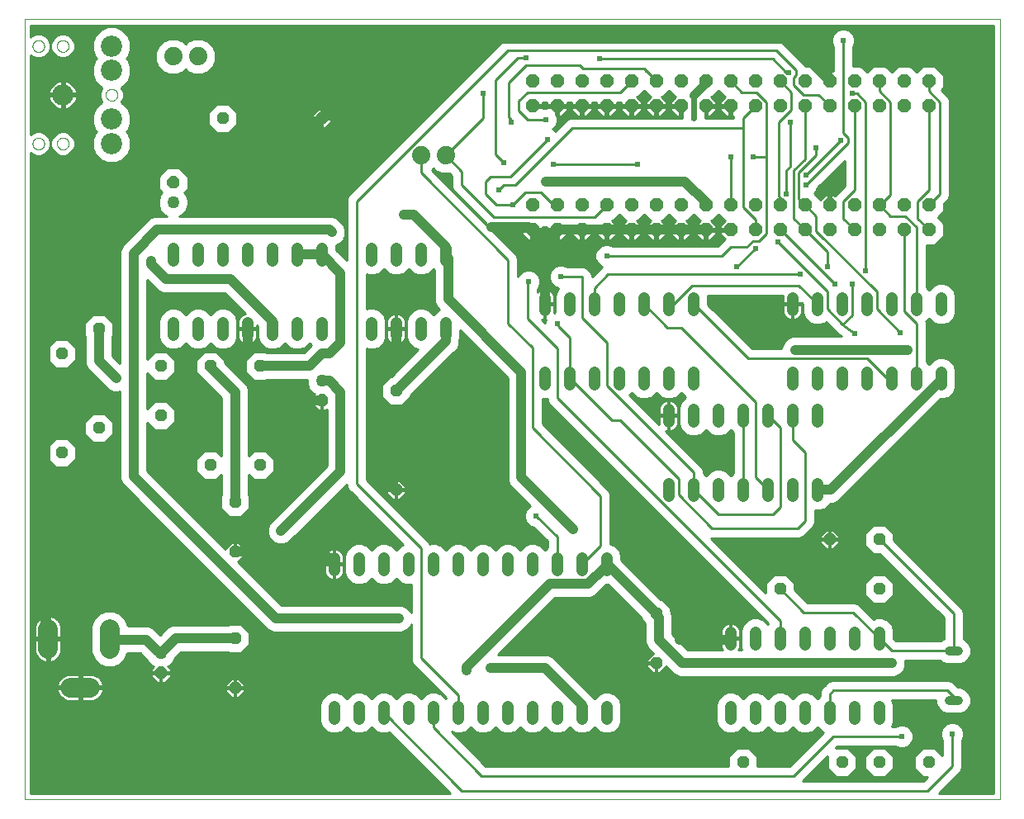
<source format=gbl>
G75*
%MOIN*%
%OFA0B0*%
%FSLAX25Y25*%
%IPPOS*%
%LPD*%
%AMOC8*
5,1,8,0,0,1.08239X$1,22.5*
%
%ADD10C,0.00000*%
%ADD11OC8,0.04800*%
%ADD12OC8,0.05000*%
%ADD13C,0.05000*%
%ADD14C,0.04800*%
%ADD15OC8,0.05400*%
%ADD16C,0.08600*%
%ADD17C,0.07874*%
%ADD18C,0.07400*%
%ADD19C,0.03600*%
%ADD20C,0.04000*%
%ADD21C,0.02400*%
%ADD22C,0.01000*%
%ADD23C,0.02400*%
%ADD24C,0.03200*%
%ADD25C,0.03000*%
D10*
X0025000Y0011500D02*
X0025000Y0326461D01*
X0418701Y0326461D01*
X0418701Y0011500D01*
X0025000Y0011500D01*
X0028295Y0276315D02*
X0028297Y0276412D01*
X0028303Y0276509D01*
X0028313Y0276605D01*
X0028327Y0276701D01*
X0028345Y0276797D01*
X0028366Y0276891D01*
X0028392Y0276985D01*
X0028421Y0277077D01*
X0028455Y0277168D01*
X0028491Y0277258D01*
X0028532Y0277346D01*
X0028576Y0277432D01*
X0028624Y0277517D01*
X0028675Y0277599D01*
X0028729Y0277680D01*
X0028787Y0277758D01*
X0028848Y0277833D01*
X0028911Y0277906D01*
X0028978Y0277977D01*
X0029048Y0278044D01*
X0029120Y0278109D01*
X0029195Y0278170D01*
X0029273Y0278229D01*
X0029352Y0278284D01*
X0029434Y0278336D01*
X0029518Y0278384D01*
X0029604Y0278429D01*
X0029692Y0278471D01*
X0029781Y0278509D01*
X0029872Y0278543D01*
X0029964Y0278573D01*
X0030057Y0278600D01*
X0030152Y0278622D01*
X0030247Y0278641D01*
X0030343Y0278656D01*
X0030439Y0278667D01*
X0030536Y0278674D01*
X0030633Y0278677D01*
X0030730Y0278676D01*
X0030827Y0278671D01*
X0030923Y0278662D01*
X0031019Y0278649D01*
X0031115Y0278632D01*
X0031210Y0278611D01*
X0031303Y0278587D01*
X0031396Y0278558D01*
X0031488Y0278526D01*
X0031578Y0278490D01*
X0031666Y0278451D01*
X0031753Y0278407D01*
X0031838Y0278361D01*
X0031921Y0278310D01*
X0032002Y0278257D01*
X0032080Y0278200D01*
X0032157Y0278140D01*
X0032230Y0278077D01*
X0032301Y0278011D01*
X0032369Y0277942D01*
X0032435Y0277870D01*
X0032497Y0277796D01*
X0032556Y0277719D01*
X0032612Y0277640D01*
X0032665Y0277558D01*
X0032715Y0277475D01*
X0032760Y0277389D01*
X0032803Y0277302D01*
X0032842Y0277213D01*
X0032877Y0277123D01*
X0032908Y0277031D01*
X0032935Y0276938D01*
X0032959Y0276844D01*
X0032979Y0276749D01*
X0032995Y0276653D01*
X0033007Y0276557D01*
X0033015Y0276460D01*
X0033019Y0276363D01*
X0033019Y0276267D01*
X0033015Y0276170D01*
X0033007Y0276073D01*
X0032995Y0275977D01*
X0032979Y0275881D01*
X0032959Y0275786D01*
X0032935Y0275692D01*
X0032908Y0275599D01*
X0032877Y0275507D01*
X0032842Y0275417D01*
X0032803Y0275328D01*
X0032760Y0275241D01*
X0032715Y0275155D01*
X0032665Y0275072D01*
X0032612Y0274990D01*
X0032556Y0274911D01*
X0032497Y0274834D01*
X0032435Y0274760D01*
X0032369Y0274688D01*
X0032301Y0274619D01*
X0032230Y0274553D01*
X0032157Y0274490D01*
X0032080Y0274430D01*
X0032002Y0274373D01*
X0031921Y0274320D01*
X0031838Y0274269D01*
X0031753Y0274223D01*
X0031666Y0274179D01*
X0031578Y0274140D01*
X0031488Y0274104D01*
X0031396Y0274072D01*
X0031303Y0274043D01*
X0031210Y0274019D01*
X0031115Y0273998D01*
X0031019Y0273981D01*
X0030923Y0273968D01*
X0030827Y0273959D01*
X0030730Y0273954D01*
X0030633Y0273953D01*
X0030536Y0273956D01*
X0030439Y0273963D01*
X0030343Y0273974D01*
X0030247Y0273989D01*
X0030152Y0274008D01*
X0030057Y0274030D01*
X0029964Y0274057D01*
X0029872Y0274087D01*
X0029781Y0274121D01*
X0029692Y0274159D01*
X0029604Y0274201D01*
X0029518Y0274246D01*
X0029434Y0274294D01*
X0029352Y0274346D01*
X0029273Y0274401D01*
X0029195Y0274460D01*
X0029120Y0274521D01*
X0029048Y0274586D01*
X0028978Y0274653D01*
X0028911Y0274724D01*
X0028848Y0274797D01*
X0028787Y0274872D01*
X0028729Y0274950D01*
X0028675Y0275031D01*
X0028624Y0275113D01*
X0028576Y0275198D01*
X0028532Y0275284D01*
X0028491Y0275372D01*
X0028455Y0275462D01*
X0028421Y0275553D01*
X0028392Y0275645D01*
X0028366Y0275739D01*
X0028345Y0275833D01*
X0028327Y0275929D01*
X0028313Y0276025D01*
X0028303Y0276121D01*
X0028297Y0276218D01*
X0028295Y0276315D01*
X0038138Y0276315D02*
X0038140Y0276412D01*
X0038146Y0276509D01*
X0038156Y0276605D01*
X0038170Y0276701D01*
X0038188Y0276797D01*
X0038209Y0276891D01*
X0038235Y0276985D01*
X0038264Y0277077D01*
X0038298Y0277168D01*
X0038334Y0277258D01*
X0038375Y0277346D01*
X0038419Y0277432D01*
X0038467Y0277517D01*
X0038518Y0277599D01*
X0038572Y0277680D01*
X0038630Y0277758D01*
X0038691Y0277833D01*
X0038754Y0277906D01*
X0038821Y0277977D01*
X0038891Y0278044D01*
X0038963Y0278109D01*
X0039038Y0278170D01*
X0039116Y0278229D01*
X0039195Y0278284D01*
X0039277Y0278336D01*
X0039361Y0278384D01*
X0039447Y0278429D01*
X0039535Y0278471D01*
X0039624Y0278509D01*
X0039715Y0278543D01*
X0039807Y0278573D01*
X0039900Y0278600D01*
X0039995Y0278622D01*
X0040090Y0278641D01*
X0040186Y0278656D01*
X0040282Y0278667D01*
X0040379Y0278674D01*
X0040476Y0278677D01*
X0040573Y0278676D01*
X0040670Y0278671D01*
X0040766Y0278662D01*
X0040862Y0278649D01*
X0040958Y0278632D01*
X0041053Y0278611D01*
X0041146Y0278587D01*
X0041239Y0278558D01*
X0041331Y0278526D01*
X0041421Y0278490D01*
X0041509Y0278451D01*
X0041596Y0278407D01*
X0041681Y0278361D01*
X0041764Y0278310D01*
X0041845Y0278257D01*
X0041923Y0278200D01*
X0042000Y0278140D01*
X0042073Y0278077D01*
X0042144Y0278011D01*
X0042212Y0277942D01*
X0042278Y0277870D01*
X0042340Y0277796D01*
X0042399Y0277719D01*
X0042455Y0277640D01*
X0042508Y0277558D01*
X0042558Y0277475D01*
X0042603Y0277389D01*
X0042646Y0277302D01*
X0042685Y0277213D01*
X0042720Y0277123D01*
X0042751Y0277031D01*
X0042778Y0276938D01*
X0042802Y0276844D01*
X0042822Y0276749D01*
X0042838Y0276653D01*
X0042850Y0276557D01*
X0042858Y0276460D01*
X0042862Y0276363D01*
X0042862Y0276267D01*
X0042858Y0276170D01*
X0042850Y0276073D01*
X0042838Y0275977D01*
X0042822Y0275881D01*
X0042802Y0275786D01*
X0042778Y0275692D01*
X0042751Y0275599D01*
X0042720Y0275507D01*
X0042685Y0275417D01*
X0042646Y0275328D01*
X0042603Y0275241D01*
X0042558Y0275155D01*
X0042508Y0275072D01*
X0042455Y0274990D01*
X0042399Y0274911D01*
X0042340Y0274834D01*
X0042278Y0274760D01*
X0042212Y0274688D01*
X0042144Y0274619D01*
X0042073Y0274553D01*
X0042000Y0274490D01*
X0041923Y0274430D01*
X0041845Y0274373D01*
X0041764Y0274320D01*
X0041681Y0274269D01*
X0041596Y0274223D01*
X0041509Y0274179D01*
X0041421Y0274140D01*
X0041331Y0274104D01*
X0041239Y0274072D01*
X0041146Y0274043D01*
X0041053Y0274019D01*
X0040958Y0273998D01*
X0040862Y0273981D01*
X0040766Y0273968D01*
X0040670Y0273959D01*
X0040573Y0273954D01*
X0040476Y0273953D01*
X0040379Y0273956D01*
X0040282Y0273963D01*
X0040186Y0273974D01*
X0040090Y0273989D01*
X0039995Y0274008D01*
X0039900Y0274030D01*
X0039807Y0274057D01*
X0039715Y0274087D01*
X0039624Y0274121D01*
X0039535Y0274159D01*
X0039447Y0274201D01*
X0039361Y0274246D01*
X0039277Y0274294D01*
X0039195Y0274346D01*
X0039116Y0274401D01*
X0039038Y0274460D01*
X0038963Y0274521D01*
X0038891Y0274586D01*
X0038821Y0274653D01*
X0038754Y0274724D01*
X0038691Y0274797D01*
X0038630Y0274872D01*
X0038572Y0274950D01*
X0038518Y0275031D01*
X0038467Y0275113D01*
X0038419Y0275198D01*
X0038375Y0275284D01*
X0038334Y0275372D01*
X0038298Y0275462D01*
X0038264Y0275553D01*
X0038235Y0275645D01*
X0038209Y0275739D01*
X0038188Y0275833D01*
X0038170Y0275929D01*
X0038156Y0276025D01*
X0038146Y0276121D01*
X0038140Y0276218D01*
X0038138Y0276315D01*
X0057823Y0296000D02*
X0057825Y0296097D01*
X0057831Y0296194D01*
X0057841Y0296290D01*
X0057855Y0296386D01*
X0057873Y0296482D01*
X0057894Y0296576D01*
X0057920Y0296670D01*
X0057949Y0296762D01*
X0057983Y0296853D01*
X0058019Y0296943D01*
X0058060Y0297031D01*
X0058104Y0297117D01*
X0058152Y0297202D01*
X0058203Y0297284D01*
X0058257Y0297365D01*
X0058315Y0297443D01*
X0058376Y0297518D01*
X0058439Y0297591D01*
X0058506Y0297662D01*
X0058576Y0297729D01*
X0058648Y0297794D01*
X0058723Y0297855D01*
X0058801Y0297914D01*
X0058880Y0297969D01*
X0058962Y0298021D01*
X0059046Y0298069D01*
X0059132Y0298114D01*
X0059220Y0298156D01*
X0059309Y0298194D01*
X0059400Y0298228D01*
X0059492Y0298258D01*
X0059585Y0298285D01*
X0059680Y0298307D01*
X0059775Y0298326D01*
X0059871Y0298341D01*
X0059967Y0298352D01*
X0060064Y0298359D01*
X0060161Y0298362D01*
X0060258Y0298361D01*
X0060355Y0298356D01*
X0060451Y0298347D01*
X0060547Y0298334D01*
X0060643Y0298317D01*
X0060738Y0298296D01*
X0060831Y0298272D01*
X0060924Y0298243D01*
X0061016Y0298211D01*
X0061106Y0298175D01*
X0061194Y0298136D01*
X0061281Y0298092D01*
X0061366Y0298046D01*
X0061449Y0297995D01*
X0061530Y0297942D01*
X0061608Y0297885D01*
X0061685Y0297825D01*
X0061758Y0297762D01*
X0061829Y0297696D01*
X0061897Y0297627D01*
X0061963Y0297555D01*
X0062025Y0297481D01*
X0062084Y0297404D01*
X0062140Y0297325D01*
X0062193Y0297243D01*
X0062243Y0297160D01*
X0062288Y0297074D01*
X0062331Y0296987D01*
X0062370Y0296898D01*
X0062405Y0296808D01*
X0062436Y0296716D01*
X0062463Y0296623D01*
X0062487Y0296529D01*
X0062507Y0296434D01*
X0062523Y0296338D01*
X0062535Y0296242D01*
X0062543Y0296145D01*
X0062547Y0296048D01*
X0062547Y0295952D01*
X0062543Y0295855D01*
X0062535Y0295758D01*
X0062523Y0295662D01*
X0062507Y0295566D01*
X0062487Y0295471D01*
X0062463Y0295377D01*
X0062436Y0295284D01*
X0062405Y0295192D01*
X0062370Y0295102D01*
X0062331Y0295013D01*
X0062288Y0294926D01*
X0062243Y0294840D01*
X0062193Y0294757D01*
X0062140Y0294675D01*
X0062084Y0294596D01*
X0062025Y0294519D01*
X0061963Y0294445D01*
X0061897Y0294373D01*
X0061829Y0294304D01*
X0061758Y0294238D01*
X0061685Y0294175D01*
X0061608Y0294115D01*
X0061530Y0294058D01*
X0061449Y0294005D01*
X0061366Y0293954D01*
X0061281Y0293908D01*
X0061194Y0293864D01*
X0061106Y0293825D01*
X0061016Y0293789D01*
X0060924Y0293757D01*
X0060831Y0293728D01*
X0060738Y0293704D01*
X0060643Y0293683D01*
X0060547Y0293666D01*
X0060451Y0293653D01*
X0060355Y0293644D01*
X0060258Y0293639D01*
X0060161Y0293638D01*
X0060064Y0293641D01*
X0059967Y0293648D01*
X0059871Y0293659D01*
X0059775Y0293674D01*
X0059680Y0293693D01*
X0059585Y0293715D01*
X0059492Y0293742D01*
X0059400Y0293772D01*
X0059309Y0293806D01*
X0059220Y0293844D01*
X0059132Y0293886D01*
X0059046Y0293931D01*
X0058962Y0293979D01*
X0058880Y0294031D01*
X0058801Y0294086D01*
X0058723Y0294145D01*
X0058648Y0294206D01*
X0058576Y0294271D01*
X0058506Y0294338D01*
X0058439Y0294409D01*
X0058376Y0294482D01*
X0058315Y0294557D01*
X0058257Y0294635D01*
X0058203Y0294716D01*
X0058152Y0294798D01*
X0058104Y0294883D01*
X0058060Y0294969D01*
X0058019Y0295057D01*
X0057983Y0295147D01*
X0057949Y0295238D01*
X0057920Y0295330D01*
X0057894Y0295424D01*
X0057873Y0295518D01*
X0057855Y0295614D01*
X0057841Y0295710D01*
X0057831Y0295806D01*
X0057825Y0295903D01*
X0057823Y0296000D01*
X0038138Y0315685D02*
X0038140Y0315782D01*
X0038146Y0315879D01*
X0038156Y0315975D01*
X0038170Y0316071D01*
X0038188Y0316167D01*
X0038209Y0316261D01*
X0038235Y0316355D01*
X0038264Y0316447D01*
X0038298Y0316538D01*
X0038334Y0316628D01*
X0038375Y0316716D01*
X0038419Y0316802D01*
X0038467Y0316887D01*
X0038518Y0316969D01*
X0038572Y0317050D01*
X0038630Y0317128D01*
X0038691Y0317203D01*
X0038754Y0317276D01*
X0038821Y0317347D01*
X0038891Y0317414D01*
X0038963Y0317479D01*
X0039038Y0317540D01*
X0039116Y0317599D01*
X0039195Y0317654D01*
X0039277Y0317706D01*
X0039361Y0317754D01*
X0039447Y0317799D01*
X0039535Y0317841D01*
X0039624Y0317879D01*
X0039715Y0317913D01*
X0039807Y0317943D01*
X0039900Y0317970D01*
X0039995Y0317992D01*
X0040090Y0318011D01*
X0040186Y0318026D01*
X0040282Y0318037D01*
X0040379Y0318044D01*
X0040476Y0318047D01*
X0040573Y0318046D01*
X0040670Y0318041D01*
X0040766Y0318032D01*
X0040862Y0318019D01*
X0040958Y0318002D01*
X0041053Y0317981D01*
X0041146Y0317957D01*
X0041239Y0317928D01*
X0041331Y0317896D01*
X0041421Y0317860D01*
X0041509Y0317821D01*
X0041596Y0317777D01*
X0041681Y0317731D01*
X0041764Y0317680D01*
X0041845Y0317627D01*
X0041923Y0317570D01*
X0042000Y0317510D01*
X0042073Y0317447D01*
X0042144Y0317381D01*
X0042212Y0317312D01*
X0042278Y0317240D01*
X0042340Y0317166D01*
X0042399Y0317089D01*
X0042455Y0317010D01*
X0042508Y0316928D01*
X0042558Y0316845D01*
X0042603Y0316759D01*
X0042646Y0316672D01*
X0042685Y0316583D01*
X0042720Y0316493D01*
X0042751Y0316401D01*
X0042778Y0316308D01*
X0042802Y0316214D01*
X0042822Y0316119D01*
X0042838Y0316023D01*
X0042850Y0315927D01*
X0042858Y0315830D01*
X0042862Y0315733D01*
X0042862Y0315637D01*
X0042858Y0315540D01*
X0042850Y0315443D01*
X0042838Y0315347D01*
X0042822Y0315251D01*
X0042802Y0315156D01*
X0042778Y0315062D01*
X0042751Y0314969D01*
X0042720Y0314877D01*
X0042685Y0314787D01*
X0042646Y0314698D01*
X0042603Y0314611D01*
X0042558Y0314525D01*
X0042508Y0314442D01*
X0042455Y0314360D01*
X0042399Y0314281D01*
X0042340Y0314204D01*
X0042278Y0314130D01*
X0042212Y0314058D01*
X0042144Y0313989D01*
X0042073Y0313923D01*
X0042000Y0313860D01*
X0041923Y0313800D01*
X0041845Y0313743D01*
X0041764Y0313690D01*
X0041681Y0313639D01*
X0041596Y0313593D01*
X0041509Y0313549D01*
X0041421Y0313510D01*
X0041331Y0313474D01*
X0041239Y0313442D01*
X0041146Y0313413D01*
X0041053Y0313389D01*
X0040958Y0313368D01*
X0040862Y0313351D01*
X0040766Y0313338D01*
X0040670Y0313329D01*
X0040573Y0313324D01*
X0040476Y0313323D01*
X0040379Y0313326D01*
X0040282Y0313333D01*
X0040186Y0313344D01*
X0040090Y0313359D01*
X0039995Y0313378D01*
X0039900Y0313400D01*
X0039807Y0313427D01*
X0039715Y0313457D01*
X0039624Y0313491D01*
X0039535Y0313529D01*
X0039447Y0313571D01*
X0039361Y0313616D01*
X0039277Y0313664D01*
X0039195Y0313716D01*
X0039116Y0313771D01*
X0039038Y0313830D01*
X0038963Y0313891D01*
X0038891Y0313956D01*
X0038821Y0314023D01*
X0038754Y0314094D01*
X0038691Y0314167D01*
X0038630Y0314242D01*
X0038572Y0314320D01*
X0038518Y0314401D01*
X0038467Y0314483D01*
X0038419Y0314568D01*
X0038375Y0314654D01*
X0038334Y0314742D01*
X0038298Y0314832D01*
X0038264Y0314923D01*
X0038235Y0315015D01*
X0038209Y0315109D01*
X0038188Y0315203D01*
X0038170Y0315299D01*
X0038156Y0315395D01*
X0038146Y0315491D01*
X0038140Y0315588D01*
X0038138Y0315685D01*
X0028295Y0315685D02*
X0028297Y0315782D01*
X0028303Y0315879D01*
X0028313Y0315975D01*
X0028327Y0316071D01*
X0028345Y0316167D01*
X0028366Y0316261D01*
X0028392Y0316355D01*
X0028421Y0316447D01*
X0028455Y0316538D01*
X0028491Y0316628D01*
X0028532Y0316716D01*
X0028576Y0316802D01*
X0028624Y0316887D01*
X0028675Y0316969D01*
X0028729Y0317050D01*
X0028787Y0317128D01*
X0028848Y0317203D01*
X0028911Y0317276D01*
X0028978Y0317347D01*
X0029048Y0317414D01*
X0029120Y0317479D01*
X0029195Y0317540D01*
X0029273Y0317599D01*
X0029352Y0317654D01*
X0029434Y0317706D01*
X0029518Y0317754D01*
X0029604Y0317799D01*
X0029692Y0317841D01*
X0029781Y0317879D01*
X0029872Y0317913D01*
X0029964Y0317943D01*
X0030057Y0317970D01*
X0030152Y0317992D01*
X0030247Y0318011D01*
X0030343Y0318026D01*
X0030439Y0318037D01*
X0030536Y0318044D01*
X0030633Y0318047D01*
X0030730Y0318046D01*
X0030827Y0318041D01*
X0030923Y0318032D01*
X0031019Y0318019D01*
X0031115Y0318002D01*
X0031210Y0317981D01*
X0031303Y0317957D01*
X0031396Y0317928D01*
X0031488Y0317896D01*
X0031578Y0317860D01*
X0031666Y0317821D01*
X0031753Y0317777D01*
X0031838Y0317731D01*
X0031921Y0317680D01*
X0032002Y0317627D01*
X0032080Y0317570D01*
X0032157Y0317510D01*
X0032230Y0317447D01*
X0032301Y0317381D01*
X0032369Y0317312D01*
X0032435Y0317240D01*
X0032497Y0317166D01*
X0032556Y0317089D01*
X0032612Y0317010D01*
X0032665Y0316928D01*
X0032715Y0316845D01*
X0032760Y0316759D01*
X0032803Y0316672D01*
X0032842Y0316583D01*
X0032877Y0316493D01*
X0032908Y0316401D01*
X0032935Y0316308D01*
X0032959Y0316214D01*
X0032979Y0316119D01*
X0032995Y0316023D01*
X0033007Y0315927D01*
X0033015Y0315830D01*
X0033019Y0315733D01*
X0033019Y0315637D01*
X0033015Y0315540D01*
X0033007Y0315443D01*
X0032995Y0315347D01*
X0032979Y0315251D01*
X0032959Y0315156D01*
X0032935Y0315062D01*
X0032908Y0314969D01*
X0032877Y0314877D01*
X0032842Y0314787D01*
X0032803Y0314698D01*
X0032760Y0314611D01*
X0032715Y0314525D01*
X0032665Y0314442D01*
X0032612Y0314360D01*
X0032556Y0314281D01*
X0032497Y0314204D01*
X0032435Y0314130D01*
X0032369Y0314058D01*
X0032301Y0313989D01*
X0032230Y0313923D01*
X0032157Y0313860D01*
X0032080Y0313800D01*
X0032002Y0313743D01*
X0031921Y0313690D01*
X0031838Y0313639D01*
X0031753Y0313593D01*
X0031666Y0313549D01*
X0031578Y0313510D01*
X0031488Y0313474D01*
X0031396Y0313442D01*
X0031303Y0313413D01*
X0031210Y0313389D01*
X0031115Y0313368D01*
X0031019Y0313351D01*
X0030923Y0313338D01*
X0030827Y0313329D01*
X0030730Y0313324D01*
X0030633Y0313323D01*
X0030536Y0313326D01*
X0030439Y0313333D01*
X0030343Y0313344D01*
X0030247Y0313359D01*
X0030152Y0313378D01*
X0030057Y0313400D01*
X0029964Y0313427D01*
X0029872Y0313457D01*
X0029781Y0313491D01*
X0029692Y0313529D01*
X0029604Y0313571D01*
X0029518Y0313616D01*
X0029434Y0313664D01*
X0029352Y0313716D01*
X0029273Y0313771D01*
X0029195Y0313830D01*
X0029120Y0313891D01*
X0029048Y0313956D01*
X0028978Y0314023D01*
X0028911Y0314094D01*
X0028848Y0314167D01*
X0028787Y0314242D01*
X0028729Y0314320D01*
X0028675Y0314401D01*
X0028624Y0314483D01*
X0028576Y0314568D01*
X0028532Y0314654D01*
X0028491Y0314742D01*
X0028455Y0314832D01*
X0028421Y0314923D01*
X0028392Y0315015D01*
X0028366Y0315109D01*
X0028345Y0315203D01*
X0028327Y0315299D01*
X0028313Y0315395D01*
X0028303Y0315491D01*
X0028297Y0315588D01*
X0028295Y0315685D01*
D11*
X0105000Y0286500D03*
X0145000Y0286500D03*
X0055000Y0201500D03*
X0040000Y0191500D03*
X0055000Y0161500D03*
X0040000Y0151500D03*
X0080000Y0166500D03*
X0080000Y0186500D03*
X0100000Y0186500D03*
X0120000Y0186500D03*
X0120000Y0146500D03*
X0110000Y0131500D03*
X0100000Y0146500D03*
X0110000Y0111500D03*
X0110000Y0076500D03*
X0110000Y0056500D03*
X0175000Y0136500D03*
X0175000Y0176500D03*
X0280000Y0086500D03*
X0280000Y0066500D03*
X0330000Y0096500D03*
X0350000Y0116500D03*
X0370000Y0116500D03*
X0370000Y0096500D03*
X0370000Y0026500D03*
X0355000Y0026500D03*
X0390000Y0026500D03*
X0315000Y0026500D03*
D12*
X0145000Y0172500D03*
X0085000Y0260500D03*
X0080000Y0062500D03*
D13*
X0080000Y0070500D03*
X0145000Y0180500D03*
X0085000Y0252500D03*
D14*
X0085000Y0233900D02*
X0085000Y0229100D01*
X0095000Y0229100D02*
X0095000Y0233900D01*
X0105000Y0233900D02*
X0105000Y0229100D01*
X0115000Y0229100D02*
X0115000Y0233900D01*
X0125000Y0233900D02*
X0125000Y0229100D01*
X0135000Y0229100D02*
X0135000Y0233900D01*
X0145000Y0233900D02*
X0145000Y0229100D01*
X0165000Y0229100D02*
X0165000Y0233900D01*
X0175000Y0233900D02*
X0175000Y0229100D01*
X0185000Y0229100D02*
X0185000Y0233900D01*
X0195000Y0233900D02*
X0195000Y0229100D01*
X0195000Y0203900D02*
X0195000Y0199100D01*
X0185000Y0199100D02*
X0185000Y0203900D01*
X0175000Y0203900D02*
X0175000Y0199100D01*
X0165000Y0199100D02*
X0165000Y0203900D01*
X0145000Y0203900D02*
X0145000Y0199100D01*
X0135000Y0199100D02*
X0135000Y0203900D01*
X0125000Y0203900D02*
X0125000Y0199100D01*
X0115000Y0199100D02*
X0115000Y0203900D01*
X0105000Y0203900D02*
X0105000Y0199100D01*
X0095000Y0199100D02*
X0095000Y0203900D01*
X0085000Y0203900D02*
X0085000Y0199100D01*
X0150000Y0108900D02*
X0150000Y0104100D01*
X0160000Y0104100D02*
X0160000Y0108900D01*
X0170000Y0108900D02*
X0170000Y0104100D01*
X0180000Y0104100D02*
X0180000Y0108900D01*
X0190000Y0108900D02*
X0190000Y0104100D01*
X0200000Y0104100D02*
X0200000Y0108900D01*
X0210000Y0108900D02*
X0210000Y0104100D01*
X0220000Y0104100D02*
X0220000Y0108900D01*
X0230000Y0108900D02*
X0230000Y0104100D01*
X0240000Y0104100D02*
X0240000Y0108900D01*
X0250000Y0108900D02*
X0250000Y0104100D01*
X0260000Y0104100D02*
X0260000Y0108900D01*
X0285000Y0134100D02*
X0285000Y0138900D01*
X0295000Y0138900D02*
X0295000Y0134100D01*
X0305000Y0134100D02*
X0305000Y0138900D01*
X0315000Y0138900D02*
X0315000Y0134100D01*
X0325000Y0134100D02*
X0325000Y0138900D01*
X0335000Y0138900D02*
X0335000Y0134100D01*
X0345000Y0134100D02*
X0345000Y0138900D01*
X0345000Y0164100D02*
X0345000Y0168900D01*
X0335000Y0168900D02*
X0335000Y0164100D01*
X0325000Y0164100D02*
X0325000Y0168900D01*
X0315000Y0168900D02*
X0315000Y0164100D01*
X0305000Y0164100D02*
X0305000Y0168900D01*
X0295000Y0168900D02*
X0295000Y0164100D01*
X0285000Y0164100D02*
X0285000Y0168900D01*
X0285000Y0179100D02*
X0285000Y0183900D01*
X0275000Y0183900D02*
X0275000Y0179100D01*
X0265000Y0179100D02*
X0265000Y0183900D01*
X0255000Y0183900D02*
X0255000Y0179100D01*
X0245000Y0179100D02*
X0245000Y0183900D01*
X0235000Y0183900D02*
X0235000Y0179100D01*
X0235000Y0209100D02*
X0235000Y0213900D01*
X0245000Y0213900D02*
X0245000Y0209100D01*
X0255000Y0209100D02*
X0255000Y0213900D01*
X0265000Y0213900D02*
X0265000Y0209100D01*
X0275000Y0209100D02*
X0275000Y0213900D01*
X0285000Y0213900D02*
X0285000Y0209100D01*
X0295000Y0209100D02*
X0295000Y0213900D01*
X0295000Y0183900D02*
X0295000Y0179100D01*
X0335000Y0179100D02*
X0335000Y0183900D01*
X0345000Y0183900D02*
X0345000Y0179100D01*
X0355000Y0179100D02*
X0355000Y0183900D01*
X0365000Y0183900D02*
X0365000Y0179100D01*
X0375000Y0179100D02*
X0375000Y0183900D01*
X0385000Y0183900D02*
X0385000Y0179100D01*
X0395000Y0179100D02*
X0395000Y0183900D01*
X0395000Y0209100D02*
X0395000Y0213900D01*
X0385000Y0213900D02*
X0385000Y0209100D01*
X0375000Y0209100D02*
X0375000Y0213900D01*
X0365000Y0213900D02*
X0365000Y0209100D01*
X0355000Y0209100D02*
X0355000Y0213900D01*
X0345000Y0213900D02*
X0345000Y0209100D01*
X0335000Y0209100D02*
X0335000Y0213900D01*
X0330000Y0078900D02*
X0330000Y0074100D01*
X0320000Y0074100D02*
X0320000Y0078900D01*
X0310000Y0078900D02*
X0310000Y0074100D01*
X0340000Y0074100D02*
X0340000Y0078900D01*
X0350000Y0078900D02*
X0350000Y0074100D01*
X0360000Y0074100D02*
X0360000Y0078900D01*
X0370000Y0078900D02*
X0370000Y0074100D01*
X0370000Y0048900D02*
X0370000Y0044100D01*
X0360000Y0044100D02*
X0360000Y0048900D01*
X0350000Y0048900D02*
X0350000Y0044100D01*
X0340000Y0044100D02*
X0340000Y0048900D01*
X0330000Y0048900D02*
X0330000Y0044100D01*
X0320000Y0044100D02*
X0320000Y0048900D01*
X0310000Y0048900D02*
X0310000Y0044100D01*
X0260000Y0044100D02*
X0260000Y0048900D01*
X0250000Y0048900D02*
X0250000Y0044100D01*
X0240000Y0044100D02*
X0240000Y0048900D01*
X0230000Y0048900D02*
X0230000Y0044100D01*
X0220000Y0044100D02*
X0220000Y0048900D01*
X0210000Y0048900D02*
X0210000Y0044100D01*
X0200000Y0044100D02*
X0200000Y0048900D01*
X0190000Y0048900D02*
X0190000Y0044100D01*
X0180000Y0044100D02*
X0180000Y0048900D01*
X0170000Y0048900D02*
X0170000Y0044100D01*
X0160000Y0044100D02*
X0160000Y0048900D01*
X0150000Y0048900D02*
X0150000Y0044100D01*
D15*
X0230000Y0241500D03*
X0240000Y0241500D03*
X0240000Y0251500D03*
X0230000Y0251500D03*
X0250000Y0251500D03*
X0260000Y0251500D03*
X0270000Y0251500D03*
X0270000Y0241500D03*
X0260000Y0241500D03*
X0250000Y0241500D03*
X0280000Y0241500D03*
X0290000Y0241500D03*
X0300000Y0241500D03*
X0300000Y0251500D03*
X0290000Y0251500D03*
X0280000Y0251500D03*
X0310000Y0251500D03*
X0320000Y0251500D03*
X0330000Y0251500D03*
X0340000Y0251500D03*
X0340000Y0241500D03*
X0330000Y0241500D03*
X0320000Y0241500D03*
X0310000Y0241500D03*
X0350000Y0241500D03*
X0360000Y0241500D03*
X0370000Y0241500D03*
X0370000Y0251500D03*
X0360000Y0251500D03*
X0350000Y0251500D03*
X0380000Y0251500D03*
X0390000Y0251500D03*
X0390000Y0241500D03*
X0380000Y0241500D03*
X0380000Y0291500D03*
X0390000Y0291500D03*
X0390000Y0301500D03*
X0380000Y0301500D03*
X0370000Y0301500D03*
X0360000Y0301500D03*
X0350000Y0301500D03*
X0350000Y0291500D03*
X0360000Y0291500D03*
X0370000Y0291500D03*
X0340000Y0291500D03*
X0330000Y0291500D03*
X0320000Y0291500D03*
X0310000Y0291500D03*
X0310000Y0301500D03*
X0320000Y0301500D03*
X0330000Y0301500D03*
X0340000Y0301500D03*
X0300000Y0301500D03*
X0290000Y0301500D03*
X0280000Y0301500D03*
X0280000Y0291500D03*
X0290000Y0291500D03*
X0300000Y0291500D03*
X0270000Y0291500D03*
X0260000Y0291500D03*
X0250000Y0291500D03*
X0250000Y0301500D03*
X0260000Y0301500D03*
X0270000Y0301500D03*
X0240000Y0301500D03*
X0230000Y0301500D03*
X0230000Y0291500D03*
X0240000Y0291500D03*
D16*
X0060185Y0286157D03*
X0060185Y0276315D03*
X0040500Y0296000D03*
X0060185Y0305843D03*
X0060185Y0315685D03*
D17*
X0059331Y0080280D02*
X0059331Y0072406D01*
X0051457Y0056657D02*
X0043583Y0056657D01*
X0034528Y0072406D02*
X0034528Y0080280D01*
D18*
X0185000Y0271500D03*
X0195000Y0271500D03*
X0095000Y0311500D03*
X0085000Y0311500D03*
D19*
X0398200Y0071500D02*
X0401800Y0071500D01*
X0401800Y0051500D02*
X0398200Y0051500D01*
D20*
X0375000Y0066500D02*
X0290500Y0066500D01*
X0281000Y0076000D01*
X0281000Y0085000D01*
X0280000Y0086500D01*
X0260000Y0106500D01*
X0259000Y0105000D01*
X0252500Y0098500D01*
X0237000Y0098500D01*
X0203500Y0065000D01*
X0203500Y0063500D01*
X0213000Y0064500D02*
X0235000Y0064500D01*
X0250000Y0049500D01*
X0250000Y0046500D01*
X0289500Y0076000D02*
X0309500Y0076000D01*
X0310000Y0076500D01*
X0246500Y0120500D02*
X0225500Y0141500D01*
X0225500Y0184000D01*
X0196000Y0213500D01*
X0196000Y0230000D01*
X0195000Y0231500D01*
X0195000Y0234500D01*
X0182000Y0247500D01*
X0178000Y0247500D01*
X0149000Y0240500D02*
X0148000Y0241500D01*
X0078500Y0241500D01*
X0069000Y0232000D01*
X0069000Y0142000D01*
X0126500Y0084500D01*
X0176000Y0084500D01*
X0150000Y0106500D02*
X0145000Y0111500D01*
X0121500Y0111500D01*
X0121500Y0123000D01*
X0127500Y0129000D01*
X0127500Y0172500D01*
X0123500Y0172500D01*
X0112500Y0183500D01*
X0112500Y0189500D01*
X0115000Y0192000D01*
X0115000Y0201500D01*
X0125000Y0201500D02*
X0125000Y0204500D01*
X0108000Y0221500D01*
X0082000Y0221500D01*
X0076000Y0227500D01*
X0076000Y0229000D01*
X0055000Y0201500D02*
X0055000Y0188500D01*
X0062000Y0181500D01*
X0100000Y0186000D02*
X0100000Y0186500D01*
X0100000Y0186000D02*
X0110000Y0176000D01*
X0110000Y0131500D01*
X0128500Y0120000D02*
X0152500Y0144000D01*
X0152500Y0176000D01*
X0148000Y0180500D01*
X0145000Y0180500D01*
X0140000Y0186500D02*
X0145000Y0191500D01*
X0148000Y0191500D01*
X0152500Y0196000D01*
X0152500Y0224000D01*
X0145000Y0231500D01*
X0135000Y0231500D01*
X0175000Y0201500D02*
X0175000Y0187000D01*
X0167500Y0179500D01*
X0167500Y0144000D01*
X0175000Y0136500D01*
X0145000Y0172500D02*
X0127500Y0172500D01*
X0120000Y0186500D02*
X0140000Y0186500D01*
X0175000Y0176500D02*
X0195000Y0196500D01*
X0195000Y0201500D01*
X0235000Y0211500D02*
X0235000Y0236500D01*
X0240000Y0241500D01*
X0250000Y0241500D01*
X0260000Y0241500D01*
X0270000Y0241500D01*
X0280000Y0241500D01*
X0290000Y0241500D01*
X0300000Y0241500D01*
X0300000Y0251500D02*
X0300000Y0252500D01*
X0291500Y0261000D01*
X0287500Y0261000D01*
X0235500Y0261000D01*
X0228500Y0242500D02*
X0213500Y0242500D01*
X0228500Y0242500D02*
X0230000Y0241500D01*
X0235000Y0236500D01*
X0177500Y0318500D02*
X0146500Y0287500D01*
X0145000Y0286500D01*
X0132500Y0274000D01*
X0074500Y0274000D01*
X0033500Y0262500D02*
X0033500Y0080000D01*
X0034528Y0078972D01*
X0034528Y0076343D01*
X0059331Y0076343D02*
X0059500Y0076000D01*
X0074000Y0076000D01*
X0078500Y0071500D01*
X0080000Y0070500D01*
X0086000Y0076500D01*
X0110000Y0076500D01*
X0110000Y0111500D02*
X0121500Y0111500D01*
X0336000Y0193000D02*
X0381500Y0193000D01*
X0395000Y0181500D02*
X0395000Y0181000D01*
X0350500Y0136500D01*
X0345000Y0136500D01*
X0350000Y0301500D02*
X0333000Y0318500D01*
X0222000Y0318500D01*
X0177500Y0318500D01*
D21*
X0210000Y0296500D03*
X0221500Y0285000D03*
X0235500Y0286000D03*
X0236000Y0278000D03*
X0238500Y0268000D03*
X0235500Y0261000D03*
X0222000Y0251500D03*
X0216500Y0257500D03*
X0218500Y0268500D03*
X0213500Y0242500D03*
X0228500Y0220500D03*
X0241500Y0222500D03*
X0260000Y0231000D03*
X0240000Y0203500D03*
X0178000Y0247500D03*
X0149000Y0240500D03*
X0076000Y0229000D03*
X0062000Y0181500D03*
X0128500Y0120000D03*
X0176000Y0084500D03*
X0203500Y0063500D03*
X0213000Y0064500D03*
X0246500Y0120500D03*
X0231500Y0126000D03*
X0289500Y0076000D03*
X0375000Y0066500D03*
X0399500Y0038000D03*
X0379000Y0037000D03*
X0381500Y0193000D03*
X0378500Y0200000D03*
X0360000Y0199500D03*
X0359000Y0219500D03*
X0352000Y0219500D03*
X0349000Y0226500D03*
X0338000Y0223500D03*
X0329000Y0236500D03*
X0320000Y0234000D03*
X0312500Y0226500D03*
X0332500Y0256000D03*
X0340500Y0259500D03*
X0340500Y0263500D03*
X0344500Y0274500D03*
X0354500Y0277500D03*
X0334000Y0285000D03*
X0319000Y0271000D03*
X0310000Y0271000D03*
X0295052Y0286543D03*
X0272500Y0268000D03*
X0287301Y0261566D03*
X0333500Y0305000D03*
X0355500Y0318000D03*
X0359000Y0296500D03*
X0364500Y0225000D03*
X0336000Y0193000D03*
X0257000Y0310500D03*
X0227500Y0311000D03*
X0222000Y0318500D03*
D22*
X0219204Y0318000D02*
X0217734Y0317391D01*
X0216609Y0316266D01*
X0155609Y0255266D01*
X0155000Y0253796D01*
X0155000Y0229278D01*
X0150900Y0233378D01*
X0150900Y0235074D01*
X0150808Y0235296D01*
X0152115Y0235837D01*
X0153663Y0237384D01*
X0154500Y0239406D01*
X0154500Y0241594D01*
X0153663Y0243615D01*
X0152663Y0244615D01*
X0151115Y0246163D01*
X0149094Y0247000D01*
X0087401Y0247000D01*
X0088399Y0247413D01*
X0090087Y0249101D01*
X0091000Y0251307D01*
X0091000Y0253693D01*
X0090087Y0255899D01*
X0089485Y0256500D01*
X0091000Y0258015D01*
X0091000Y0262985D01*
X0087485Y0266500D01*
X0082515Y0266500D01*
X0079000Y0262985D01*
X0079000Y0258015D01*
X0080515Y0256500D01*
X0079913Y0255899D01*
X0079000Y0253693D01*
X0079000Y0251307D01*
X0079913Y0249101D01*
X0081601Y0247413D01*
X0082599Y0247000D01*
X0077406Y0247000D01*
X0075384Y0246163D01*
X0065884Y0236663D01*
X0064337Y0235115D01*
X0063500Y0233094D01*
X0063500Y0187778D01*
X0060500Y0190778D01*
X0060500Y0198656D01*
X0060900Y0199056D01*
X0060900Y0203944D01*
X0057444Y0207400D01*
X0052556Y0207400D01*
X0049100Y0203944D01*
X0049100Y0199056D01*
X0049500Y0198656D01*
X0049500Y0187406D01*
X0050337Y0185384D01*
X0058884Y0176837D01*
X0060906Y0176000D01*
X0063094Y0176000D01*
X0063500Y0176168D01*
X0063500Y0140906D01*
X0064337Y0138884D01*
X0121837Y0081384D01*
X0123384Y0079837D01*
X0125406Y0079000D01*
X0177094Y0079000D01*
X0179115Y0079837D01*
X0180663Y0081384D01*
X0181000Y0082199D01*
X0181000Y0069296D01*
X0181000Y0067704D01*
X0181609Y0066234D01*
X0195300Y0052544D01*
X0195000Y0052244D01*
X0193342Y0053902D01*
X0191174Y0054800D01*
X0188826Y0054800D01*
X0186658Y0053902D01*
X0185000Y0052244D01*
X0183342Y0053902D01*
X0181174Y0054800D01*
X0178826Y0054800D01*
X0176658Y0053902D01*
X0175000Y0052244D01*
X0173342Y0053902D01*
X0171174Y0054800D01*
X0168826Y0054800D01*
X0166658Y0053902D01*
X0165000Y0052244D01*
X0163342Y0053902D01*
X0161174Y0054800D01*
X0158826Y0054800D01*
X0156658Y0053902D01*
X0155000Y0052244D01*
X0153342Y0053902D01*
X0151174Y0054800D01*
X0148826Y0054800D01*
X0146658Y0053902D01*
X0144998Y0052242D01*
X0144100Y0050074D01*
X0144100Y0042926D01*
X0144998Y0040758D01*
X0146658Y0039098D01*
X0148826Y0038200D01*
X0151174Y0038200D01*
X0153342Y0039098D01*
X0155000Y0040756D01*
X0156658Y0039098D01*
X0158826Y0038200D01*
X0161174Y0038200D01*
X0163342Y0039098D01*
X0165000Y0040756D01*
X0166658Y0039098D01*
X0168826Y0038200D01*
X0171174Y0038200D01*
X0172213Y0038630D01*
X0196843Y0014000D01*
X0027500Y0014000D01*
X0027500Y0272596D01*
X0027903Y0272193D01*
X0029690Y0271453D01*
X0031625Y0271453D01*
X0033412Y0272193D01*
X0034779Y0273561D01*
X0035520Y0275348D01*
X0035520Y0277282D01*
X0034779Y0279069D01*
X0033412Y0280437D01*
X0031625Y0281177D01*
X0029690Y0281177D01*
X0027903Y0280437D01*
X0027500Y0280034D01*
X0027500Y0311966D01*
X0027903Y0311563D01*
X0029690Y0310823D01*
X0031625Y0310823D01*
X0033412Y0311563D01*
X0034779Y0312931D01*
X0035520Y0314718D01*
X0035520Y0316652D01*
X0034779Y0318439D01*
X0033412Y0319807D01*
X0031625Y0320547D01*
X0029690Y0320547D01*
X0027903Y0319807D01*
X0027500Y0319404D01*
X0027500Y0323961D01*
X0416201Y0323961D01*
X0416201Y0014000D01*
X0394157Y0014000D01*
X0401766Y0021609D01*
X0402891Y0022734D01*
X0403500Y0024204D01*
X0403500Y0035375D01*
X0404200Y0037065D01*
X0404200Y0038935D01*
X0403484Y0040662D01*
X0402162Y0041984D01*
X0400435Y0042700D01*
X0398565Y0042700D01*
X0396838Y0041984D01*
X0395516Y0040662D01*
X0394800Y0038935D01*
X0394800Y0037065D01*
X0395500Y0035375D01*
X0395500Y0029344D01*
X0392444Y0032400D01*
X0387556Y0032400D01*
X0384100Y0028944D01*
X0384100Y0024056D01*
X0387556Y0020600D01*
X0389443Y0020600D01*
X0387843Y0019000D01*
X0339157Y0019000D01*
X0349100Y0028943D01*
X0349100Y0024056D01*
X0352556Y0020600D01*
X0357444Y0020600D01*
X0360900Y0024056D01*
X0360900Y0028944D01*
X0357444Y0032400D01*
X0352557Y0032400D01*
X0353157Y0033000D01*
X0376375Y0033000D01*
X0378065Y0032300D01*
X0379935Y0032300D01*
X0381662Y0033016D01*
X0382984Y0034338D01*
X0383700Y0036065D01*
X0383700Y0037935D01*
X0382984Y0039662D01*
X0381662Y0040984D01*
X0379935Y0041700D01*
X0378065Y0041700D01*
X0376375Y0041000D01*
X0375102Y0041000D01*
X0375900Y0042926D01*
X0375900Y0050074D01*
X0375309Y0051500D01*
X0392900Y0051500D01*
X0392900Y0050446D01*
X0393707Y0048498D01*
X0395198Y0047007D01*
X0397146Y0046200D01*
X0402854Y0046200D01*
X0404802Y0047007D01*
X0406293Y0048498D01*
X0407100Y0050446D01*
X0407100Y0052554D01*
X0406293Y0054502D01*
X0404802Y0055993D01*
X0402854Y0056800D01*
X0401857Y0056800D01*
X0399766Y0058891D01*
X0398296Y0059500D01*
X0350704Y0059500D01*
X0349234Y0058891D01*
X0348109Y0057766D01*
X0346609Y0056266D01*
X0346000Y0054796D01*
X0346000Y0053244D01*
X0345000Y0052244D01*
X0343342Y0053902D01*
X0341174Y0054800D01*
X0338826Y0054800D01*
X0336658Y0053902D01*
X0335000Y0052244D01*
X0333342Y0053902D01*
X0331174Y0054800D01*
X0328826Y0054800D01*
X0326658Y0053902D01*
X0325000Y0052244D01*
X0323342Y0053902D01*
X0321174Y0054800D01*
X0318826Y0054800D01*
X0316658Y0053902D01*
X0315000Y0052244D01*
X0313342Y0053902D01*
X0311174Y0054800D01*
X0308826Y0054800D01*
X0306658Y0053902D01*
X0304998Y0052242D01*
X0304100Y0050074D01*
X0304100Y0042926D01*
X0304998Y0040758D01*
X0306658Y0039098D01*
X0308826Y0038200D01*
X0311174Y0038200D01*
X0313342Y0039098D01*
X0315000Y0040756D01*
X0316658Y0039098D01*
X0318826Y0038200D01*
X0321174Y0038200D01*
X0323342Y0039098D01*
X0325000Y0040756D01*
X0326658Y0039098D01*
X0328826Y0038200D01*
X0331174Y0038200D01*
X0333342Y0039098D01*
X0335000Y0040756D01*
X0336658Y0039098D01*
X0338826Y0038200D01*
X0341174Y0038200D01*
X0343342Y0039098D01*
X0345000Y0040756D01*
X0346658Y0039098D01*
X0347565Y0038722D01*
X0333843Y0025000D01*
X0320900Y0025000D01*
X0320900Y0028944D01*
X0317444Y0032400D01*
X0312556Y0032400D01*
X0309100Y0028944D01*
X0309100Y0025000D01*
X0211157Y0025000D01*
X0197342Y0038815D01*
X0198826Y0038200D01*
X0201174Y0038200D01*
X0203342Y0039098D01*
X0205000Y0040756D01*
X0206658Y0039098D01*
X0208826Y0038200D01*
X0211174Y0038200D01*
X0213342Y0039098D01*
X0215000Y0040756D01*
X0216658Y0039098D01*
X0218826Y0038200D01*
X0221174Y0038200D01*
X0223342Y0039098D01*
X0225000Y0040756D01*
X0226658Y0039098D01*
X0228826Y0038200D01*
X0231174Y0038200D01*
X0233342Y0039098D01*
X0235000Y0040756D01*
X0236658Y0039098D01*
X0238826Y0038200D01*
X0241174Y0038200D01*
X0243342Y0039098D01*
X0245000Y0040756D01*
X0246658Y0039098D01*
X0248826Y0038200D01*
X0251174Y0038200D01*
X0253342Y0039098D01*
X0255000Y0040756D01*
X0256658Y0039098D01*
X0258826Y0038200D01*
X0261174Y0038200D01*
X0263342Y0039098D01*
X0265002Y0040758D01*
X0265900Y0042926D01*
X0265900Y0050074D01*
X0265002Y0052242D01*
X0263342Y0053902D01*
X0261174Y0054800D01*
X0258826Y0054800D01*
X0256658Y0053902D01*
X0255000Y0052244D01*
X0254687Y0052557D01*
X0254663Y0052615D01*
X0253115Y0054163D01*
X0238115Y0069163D01*
X0236094Y0070000D01*
X0216278Y0070000D01*
X0239278Y0093000D01*
X0253594Y0093000D01*
X0255615Y0093837D01*
X0259978Y0098200D01*
X0260522Y0098200D01*
X0274100Y0084622D01*
X0274100Y0084056D01*
X0275500Y0082656D01*
X0275500Y0074906D01*
X0276337Y0072884D01*
X0278822Y0070400D01*
X0278385Y0070400D01*
X0276100Y0068115D01*
X0276100Y0066800D01*
X0279700Y0066800D01*
X0279700Y0066200D01*
X0280300Y0066200D01*
X0280300Y0062600D01*
X0281615Y0062600D01*
X0283900Y0064885D01*
X0283900Y0065322D01*
X0285837Y0063384D01*
X0287384Y0061837D01*
X0289406Y0061000D01*
X0376094Y0061000D01*
X0378115Y0061837D01*
X0379663Y0063384D01*
X0380500Y0065406D01*
X0380500Y0067500D01*
X0394705Y0067500D01*
X0395198Y0067007D01*
X0397146Y0066200D01*
X0402854Y0066200D01*
X0404802Y0067007D01*
X0406293Y0068498D01*
X0407100Y0070446D01*
X0407100Y0072554D01*
X0406293Y0074502D01*
X0404802Y0075993D01*
X0404000Y0076325D01*
X0404000Y0087296D01*
X0403391Y0088766D01*
X0402266Y0089891D01*
X0375900Y0116257D01*
X0375900Y0118944D01*
X0372444Y0122400D01*
X0367556Y0122400D01*
X0364100Y0118944D01*
X0364100Y0114056D01*
X0367556Y0110600D01*
X0370243Y0110600D01*
X0396000Y0084843D01*
X0396000Y0076325D01*
X0395198Y0075993D01*
X0394705Y0075500D01*
X0376657Y0075500D01*
X0375900Y0076257D01*
X0375900Y0080074D01*
X0375002Y0082242D01*
X0373342Y0083902D01*
X0371174Y0084800D01*
X0368826Y0084800D01*
X0367787Y0084370D01*
X0361766Y0090391D01*
X0360296Y0091000D01*
X0341157Y0091000D01*
X0335900Y0096257D01*
X0335900Y0098944D01*
X0332444Y0102400D01*
X0327556Y0102400D01*
X0324100Y0098944D01*
X0324100Y0095057D01*
X0302157Y0117000D01*
X0337796Y0117000D01*
X0339266Y0117609D01*
X0340391Y0118734D01*
X0343391Y0121734D01*
X0344000Y0123204D01*
X0344000Y0128200D01*
X0346174Y0128200D01*
X0348342Y0129098D01*
X0350002Y0130758D01*
X0350102Y0131000D01*
X0351594Y0131000D01*
X0353615Y0131837D01*
X0394978Y0173200D01*
X0396174Y0173200D01*
X0398342Y0174098D01*
X0400002Y0175758D01*
X0400900Y0177926D01*
X0400900Y0185074D01*
X0400002Y0187242D01*
X0398342Y0188902D01*
X0396174Y0189800D01*
X0393826Y0189800D01*
X0391658Y0188902D01*
X0390000Y0187244D01*
X0389000Y0188244D01*
X0389000Y0204296D01*
X0388865Y0204621D01*
X0390000Y0205756D01*
X0391658Y0204098D01*
X0393826Y0203200D01*
X0396174Y0203200D01*
X0398342Y0204098D01*
X0400002Y0205758D01*
X0400900Y0207926D01*
X0400900Y0215074D01*
X0400002Y0217242D01*
X0398342Y0218902D01*
X0396174Y0219800D01*
X0393826Y0219800D01*
X0391658Y0218902D01*
X0390000Y0217244D01*
X0389000Y0218244D01*
X0389000Y0235300D01*
X0392568Y0235300D01*
X0396200Y0238932D01*
X0396200Y0244068D01*
X0393768Y0246500D01*
X0396200Y0248932D01*
X0396200Y0252043D01*
X0397891Y0253734D01*
X0398500Y0255204D01*
X0398500Y0293796D01*
X0397891Y0295266D01*
X0396766Y0296391D01*
X0395212Y0297944D01*
X0396200Y0298932D01*
X0396200Y0304068D01*
X0392568Y0307700D01*
X0387432Y0307700D01*
X0385000Y0305268D01*
X0382568Y0307700D01*
X0377432Y0307700D01*
X0375000Y0305268D01*
X0372568Y0307700D01*
X0367432Y0307700D01*
X0365000Y0305268D01*
X0362568Y0307700D01*
X0359500Y0307700D01*
X0359500Y0315375D01*
X0360200Y0317065D01*
X0360200Y0318935D01*
X0359484Y0320662D01*
X0358162Y0321984D01*
X0356435Y0322700D01*
X0354565Y0322700D01*
X0352838Y0321984D01*
X0351516Y0320662D01*
X0350800Y0318935D01*
X0350800Y0317065D01*
X0351500Y0315375D01*
X0351500Y0305700D01*
X0350400Y0305700D01*
X0350400Y0301900D01*
X0349600Y0301900D01*
X0349600Y0305700D01*
X0348260Y0305700D01*
X0346200Y0303640D01*
X0346200Y0304068D01*
X0342568Y0307700D01*
X0340125Y0307700D01*
X0339891Y0308266D01*
X0338766Y0309391D01*
X0330766Y0317391D01*
X0329296Y0318000D01*
X0219204Y0318000D01*
X0217388Y0317044D02*
X0099638Y0317044D01*
X0099078Y0317604D02*
X0096432Y0318700D01*
X0093568Y0318700D01*
X0090922Y0317604D01*
X0090000Y0316682D01*
X0089078Y0317604D01*
X0086432Y0318700D01*
X0083568Y0318700D01*
X0080922Y0317604D01*
X0078896Y0315578D01*
X0077800Y0312932D01*
X0077800Y0310068D01*
X0078896Y0307422D01*
X0080922Y0305396D01*
X0083568Y0304300D01*
X0086432Y0304300D01*
X0089078Y0305396D01*
X0090000Y0306318D01*
X0090922Y0305396D01*
X0093568Y0304300D01*
X0096432Y0304300D01*
X0099078Y0305396D01*
X0101104Y0307422D01*
X0102200Y0310068D01*
X0102200Y0312932D01*
X0101104Y0315578D01*
X0099078Y0317604D01*
X0098018Y0318043D02*
X0350800Y0318043D01*
X0350809Y0317044D02*
X0331112Y0317044D01*
X0332111Y0316046D02*
X0351222Y0316046D01*
X0351500Y0315047D02*
X0333109Y0315047D01*
X0334108Y0314049D02*
X0351500Y0314049D01*
X0351500Y0313050D02*
X0335106Y0313050D01*
X0336105Y0312052D02*
X0351500Y0312052D01*
X0351500Y0311053D02*
X0337103Y0311053D01*
X0338102Y0310055D02*
X0351500Y0310055D01*
X0351500Y0309056D02*
X0339100Y0309056D01*
X0339977Y0308058D02*
X0351500Y0308058D01*
X0351500Y0307059D02*
X0343209Y0307059D01*
X0344207Y0306061D02*
X0351500Y0306061D01*
X0350400Y0305062D02*
X0349600Y0305062D01*
X0349600Y0304064D02*
X0350400Y0304064D01*
X0350400Y0303065D02*
X0349600Y0303065D01*
X0349600Y0302067D02*
X0350400Y0302067D01*
X0347623Y0305062D02*
X0345206Y0305062D01*
X0346200Y0304064D02*
X0346624Y0304064D01*
X0345500Y0296000D02*
X0339500Y0296000D01*
X0335500Y0300000D01*
X0335500Y0303000D01*
X0336500Y0304000D01*
X0336500Y0306000D01*
X0328500Y0314000D01*
X0220000Y0314000D01*
X0159000Y0253000D01*
X0159000Y0139000D01*
X0185000Y0113000D01*
X0185000Y0068500D01*
X0200000Y0053500D01*
X0200000Y0046500D01*
X0195195Y0052439D02*
X0194805Y0052439D01*
X0194406Y0053437D02*
X0193806Y0053437D01*
X0193407Y0054436D02*
X0192052Y0054436D01*
X0192409Y0055434D02*
X0113900Y0055434D01*
X0113900Y0054885D02*
X0113900Y0056200D01*
X0110300Y0056200D01*
X0110300Y0056800D01*
X0109700Y0056800D01*
X0109700Y0060400D01*
X0108385Y0060400D01*
X0106100Y0058115D01*
X0106100Y0056800D01*
X0109700Y0056800D01*
X0109700Y0056200D01*
X0106100Y0056200D01*
X0106100Y0054885D01*
X0108385Y0052600D01*
X0109700Y0052600D01*
X0109700Y0056200D01*
X0110300Y0056200D01*
X0110300Y0052600D01*
X0111615Y0052600D01*
X0113900Y0054885D01*
X0113451Y0054436D02*
X0147948Y0054436D01*
X0146194Y0053437D02*
X0112453Y0053437D01*
X0110300Y0053437D02*
X0109700Y0053437D01*
X0109700Y0054436D02*
X0110300Y0054436D01*
X0110300Y0055434D02*
X0109700Y0055434D01*
X0109700Y0056433D02*
X0048004Y0056433D01*
X0048004Y0056173D02*
X0048004Y0057142D01*
X0047035Y0057142D01*
X0047035Y0056173D01*
X0038155Y0056173D01*
X0038280Y0055384D01*
X0038544Y0054570D01*
X0038933Y0053808D01*
X0039436Y0053116D01*
X0040041Y0052510D01*
X0040733Y0052007D01*
X0041496Y0051619D01*
X0042309Y0051354D01*
X0043155Y0051220D01*
X0047035Y0051220D01*
X0047035Y0056173D01*
X0048004Y0056173D01*
X0048004Y0051220D01*
X0051885Y0051220D01*
X0052730Y0051354D01*
X0053544Y0051619D01*
X0054306Y0052007D01*
X0054999Y0052510D01*
X0055604Y0053116D01*
X0056107Y0053808D01*
X0056495Y0054570D01*
X0056760Y0055384D01*
X0056885Y0056173D01*
X0048004Y0056173D01*
X0048004Y0055434D02*
X0047035Y0055434D01*
X0047035Y0054436D02*
X0048004Y0054436D01*
X0048004Y0053437D02*
X0047035Y0053437D01*
X0047035Y0052439D02*
X0048004Y0052439D01*
X0048004Y0051440D02*
X0047035Y0051440D01*
X0042045Y0051440D02*
X0027500Y0051440D01*
X0027500Y0050442D02*
X0144253Y0050442D01*
X0144100Y0049443D02*
X0027500Y0049443D01*
X0027500Y0048445D02*
X0144100Y0048445D01*
X0144100Y0047446D02*
X0027500Y0047446D01*
X0027500Y0046448D02*
X0144100Y0046448D01*
X0144100Y0045449D02*
X0027500Y0045449D01*
X0027500Y0044451D02*
X0144100Y0044451D01*
X0144100Y0043452D02*
X0027500Y0043452D01*
X0027500Y0042454D02*
X0144296Y0042454D01*
X0144709Y0041455D02*
X0027500Y0041455D01*
X0027500Y0040457D02*
X0145299Y0040457D01*
X0146298Y0039458D02*
X0027500Y0039458D01*
X0027500Y0038460D02*
X0148199Y0038460D01*
X0151801Y0038460D02*
X0158199Y0038460D01*
X0156298Y0039458D02*
X0153702Y0039458D01*
X0154701Y0040457D02*
X0155299Y0040457D01*
X0161801Y0038460D02*
X0168199Y0038460D01*
X0166298Y0039458D02*
X0163702Y0039458D01*
X0164701Y0040457D02*
X0165299Y0040457D01*
X0171801Y0038460D02*
X0172383Y0038460D01*
X0173382Y0037461D02*
X0027500Y0037461D01*
X0027500Y0036463D02*
X0174380Y0036463D01*
X0175379Y0035464D02*
X0027500Y0035464D01*
X0027500Y0034466D02*
X0176377Y0034466D01*
X0177376Y0033467D02*
X0027500Y0033467D01*
X0027500Y0032469D02*
X0178374Y0032469D01*
X0179373Y0031470D02*
X0027500Y0031470D01*
X0027500Y0030472D02*
X0180371Y0030472D01*
X0181370Y0029473D02*
X0027500Y0029473D01*
X0027500Y0028475D02*
X0182368Y0028475D01*
X0183367Y0027476D02*
X0027500Y0027476D01*
X0027500Y0026478D02*
X0184365Y0026478D01*
X0185364Y0025479D02*
X0027500Y0025479D01*
X0027500Y0024481D02*
X0186362Y0024481D01*
X0187361Y0023482D02*
X0027500Y0023482D01*
X0027500Y0022484D02*
X0188360Y0022484D01*
X0189358Y0021485D02*
X0027500Y0021485D01*
X0027500Y0020487D02*
X0190357Y0020487D01*
X0191355Y0019488D02*
X0027500Y0019488D01*
X0027500Y0018490D02*
X0192354Y0018490D01*
X0193352Y0017491D02*
X0027500Y0017491D01*
X0027500Y0016493D02*
X0194351Y0016493D01*
X0195349Y0015494D02*
X0027500Y0015494D01*
X0027500Y0014496D02*
X0196348Y0014496D01*
X0201500Y0015000D02*
X0389500Y0015000D01*
X0399500Y0025000D01*
X0399500Y0038000D01*
X0396309Y0041455D02*
X0380526Y0041455D01*
X0382190Y0040457D02*
X0395430Y0040457D01*
X0395017Y0039458D02*
X0383069Y0039458D01*
X0383483Y0038460D02*
X0394800Y0038460D01*
X0394800Y0037461D02*
X0383700Y0037461D01*
X0383700Y0036463D02*
X0395049Y0036463D01*
X0395463Y0035464D02*
X0383451Y0035464D01*
X0383038Y0034466D02*
X0395500Y0034466D01*
X0395500Y0033467D02*
X0382114Y0033467D01*
X0380342Y0032469D02*
X0395500Y0032469D01*
X0395500Y0031470D02*
X0393374Y0031470D01*
X0394372Y0030472D02*
X0395500Y0030472D01*
X0395500Y0029473D02*
X0395371Y0029473D01*
X0403500Y0029473D02*
X0416201Y0029473D01*
X0416201Y0028475D02*
X0403500Y0028475D01*
X0403500Y0027476D02*
X0416201Y0027476D01*
X0416201Y0026478D02*
X0403500Y0026478D01*
X0403500Y0025479D02*
X0416201Y0025479D01*
X0416201Y0024481D02*
X0403500Y0024481D01*
X0403201Y0023482D02*
X0416201Y0023482D01*
X0416201Y0022484D02*
X0402640Y0022484D01*
X0401766Y0021609D02*
X0401766Y0021609D01*
X0401642Y0021485D02*
X0416201Y0021485D01*
X0416201Y0020487D02*
X0400643Y0020487D01*
X0399645Y0019488D02*
X0416201Y0019488D01*
X0416201Y0018490D02*
X0398646Y0018490D01*
X0397648Y0017491D02*
X0416201Y0017491D01*
X0416201Y0016493D02*
X0396649Y0016493D01*
X0395651Y0015494D02*
X0416201Y0015494D01*
X0416201Y0014496D02*
X0394652Y0014496D01*
X0389330Y0020487D02*
X0340643Y0020487D01*
X0339645Y0019488D02*
X0388331Y0019488D01*
X0386671Y0021485D02*
X0373329Y0021485D01*
X0372444Y0020600D02*
X0375900Y0024056D01*
X0375900Y0028944D01*
X0372444Y0032400D01*
X0367556Y0032400D01*
X0364100Y0028944D01*
X0364100Y0024056D01*
X0367556Y0020600D01*
X0372444Y0020600D01*
X0374327Y0022484D02*
X0385673Y0022484D01*
X0384674Y0023482D02*
X0375326Y0023482D01*
X0375900Y0024481D02*
X0384100Y0024481D01*
X0384100Y0025479D02*
X0375900Y0025479D01*
X0375900Y0026478D02*
X0384100Y0026478D01*
X0384100Y0027476D02*
X0375900Y0027476D01*
X0375900Y0028475D02*
X0384100Y0028475D01*
X0384629Y0029473D02*
X0375371Y0029473D01*
X0374372Y0030472D02*
X0385628Y0030472D01*
X0386626Y0031470D02*
X0373374Y0031470D01*
X0377658Y0032469D02*
X0352626Y0032469D01*
X0351500Y0037000D02*
X0379000Y0037000D01*
X0377474Y0041455D02*
X0375291Y0041455D01*
X0375704Y0042454D02*
X0397971Y0042454D01*
X0401029Y0042454D02*
X0416201Y0042454D01*
X0416201Y0043452D02*
X0375900Y0043452D01*
X0375900Y0044451D02*
X0416201Y0044451D01*
X0416201Y0045449D02*
X0375900Y0045449D01*
X0375900Y0046448D02*
X0396547Y0046448D01*
X0394758Y0047446D02*
X0375900Y0047446D01*
X0375900Y0048445D02*
X0393760Y0048445D01*
X0393315Y0049443D02*
X0375900Y0049443D01*
X0375747Y0050442D02*
X0392902Y0050442D01*
X0392900Y0051440D02*
X0375334Y0051440D01*
X0377121Y0061426D02*
X0416201Y0061426D01*
X0416201Y0062424D02*
X0378702Y0062424D01*
X0379678Y0063423D02*
X0416201Y0063423D01*
X0416201Y0064421D02*
X0380092Y0064421D01*
X0380500Y0065420D02*
X0416201Y0065420D01*
X0416201Y0066418D02*
X0403381Y0066418D01*
X0405212Y0067417D02*
X0416201Y0067417D01*
X0416201Y0068415D02*
X0406210Y0068415D01*
X0406672Y0069414D02*
X0416201Y0069414D01*
X0416201Y0070412D02*
X0407086Y0070412D01*
X0407100Y0071411D02*
X0416201Y0071411D01*
X0416201Y0072409D02*
X0407100Y0072409D01*
X0406746Y0073408D02*
X0416201Y0073408D01*
X0416201Y0074406D02*
X0406333Y0074406D01*
X0405391Y0075405D02*
X0416201Y0075405D01*
X0416201Y0076403D02*
X0404000Y0076403D01*
X0404000Y0077402D02*
X0416201Y0077402D01*
X0416201Y0078400D02*
X0404000Y0078400D01*
X0404000Y0079399D02*
X0416201Y0079399D01*
X0416201Y0080397D02*
X0404000Y0080397D01*
X0404000Y0081396D02*
X0416201Y0081396D01*
X0416201Y0082394D02*
X0404000Y0082394D01*
X0404000Y0083393D02*
X0416201Y0083393D01*
X0416201Y0084391D02*
X0404000Y0084391D01*
X0404000Y0085390D02*
X0416201Y0085390D01*
X0416201Y0086388D02*
X0404000Y0086388D01*
X0403962Y0087387D02*
X0416201Y0087387D01*
X0416201Y0088385D02*
X0403549Y0088385D01*
X0402773Y0089384D02*
X0416201Y0089384D01*
X0416201Y0090382D02*
X0401774Y0090382D01*
X0400776Y0091381D02*
X0416201Y0091381D01*
X0416201Y0092379D02*
X0399777Y0092379D01*
X0398779Y0093378D02*
X0416201Y0093378D01*
X0416201Y0094376D02*
X0397780Y0094376D01*
X0396782Y0095375D02*
X0416201Y0095375D01*
X0416201Y0096373D02*
X0395783Y0096373D01*
X0394785Y0097372D02*
X0416201Y0097372D01*
X0416201Y0098370D02*
X0393786Y0098370D01*
X0392788Y0099369D02*
X0416201Y0099369D01*
X0416201Y0100368D02*
X0391789Y0100368D01*
X0390791Y0101366D02*
X0416201Y0101366D01*
X0416201Y0102365D02*
X0389792Y0102365D01*
X0388794Y0103363D02*
X0416201Y0103363D01*
X0416201Y0104362D02*
X0387795Y0104362D01*
X0386797Y0105360D02*
X0416201Y0105360D01*
X0416201Y0106359D02*
X0385798Y0106359D01*
X0384800Y0107357D02*
X0416201Y0107357D01*
X0416201Y0108356D02*
X0383801Y0108356D01*
X0382803Y0109354D02*
X0416201Y0109354D01*
X0416201Y0110353D02*
X0381804Y0110353D01*
X0380806Y0111351D02*
X0416201Y0111351D01*
X0416201Y0112350D02*
X0379807Y0112350D01*
X0378809Y0113348D02*
X0416201Y0113348D01*
X0416201Y0114347D02*
X0377810Y0114347D01*
X0376812Y0115345D02*
X0416201Y0115345D01*
X0416201Y0116344D02*
X0375900Y0116344D01*
X0375900Y0117342D02*
X0416201Y0117342D01*
X0416201Y0118341D02*
X0375900Y0118341D01*
X0375505Y0119339D02*
X0416201Y0119339D01*
X0416201Y0120338D02*
X0374506Y0120338D01*
X0373508Y0121336D02*
X0416201Y0121336D01*
X0416201Y0122335D02*
X0372509Y0122335D01*
X0367491Y0122335D02*
X0343640Y0122335D01*
X0344000Y0123333D02*
X0416201Y0123333D01*
X0416201Y0124332D02*
X0344000Y0124332D01*
X0344000Y0125330D02*
X0416201Y0125330D01*
X0416201Y0126329D02*
X0344000Y0126329D01*
X0344000Y0127327D02*
X0416201Y0127327D01*
X0416201Y0128326D02*
X0346477Y0128326D01*
X0348568Y0129324D02*
X0416201Y0129324D01*
X0416201Y0130323D02*
X0349567Y0130323D01*
X0352370Y0131321D02*
X0416201Y0131321D01*
X0416201Y0132320D02*
X0354098Y0132320D01*
X0355097Y0133318D02*
X0416201Y0133318D01*
X0416201Y0134317D02*
X0356095Y0134317D01*
X0357094Y0135315D02*
X0416201Y0135315D01*
X0416201Y0136314D02*
X0358092Y0136314D01*
X0359091Y0137312D02*
X0416201Y0137312D01*
X0416201Y0138311D02*
X0360089Y0138311D01*
X0361088Y0139309D02*
X0416201Y0139309D01*
X0416201Y0140308D02*
X0362086Y0140308D01*
X0363085Y0141306D02*
X0416201Y0141306D01*
X0416201Y0142305D02*
X0364083Y0142305D01*
X0365082Y0143303D02*
X0416201Y0143303D01*
X0416201Y0144302D02*
X0366080Y0144302D01*
X0367079Y0145301D02*
X0416201Y0145301D01*
X0416201Y0146299D02*
X0368077Y0146299D01*
X0369076Y0147298D02*
X0416201Y0147298D01*
X0416201Y0148296D02*
X0370074Y0148296D01*
X0371073Y0149295D02*
X0416201Y0149295D01*
X0416201Y0150293D02*
X0372071Y0150293D01*
X0373070Y0151292D02*
X0416201Y0151292D01*
X0416201Y0152290D02*
X0374068Y0152290D01*
X0375067Y0153289D02*
X0416201Y0153289D01*
X0416201Y0154287D02*
X0376065Y0154287D01*
X0377064Y0155286D02*
X0416201Y0155286D01*
X0416201Y0156284D02*
X0378062Y0156284D01*
X0379061Y0157283D02*
X0416201Y0157283D01*
X0416201Y0158281D02*
X0380059Y0158281D01*
X0381058Y0159280D02*
X0416201Y0159280D01*
X0416201Y0160278D02*
X0382056Y0160278D01*
X0383055Y0161277D02*
X0416201Y0161277D01*
X0416201Y0162275D02*
X0384053Y0162275D01*
X0385052Y0163274D02*
X0416201Y0163274D01*
X0416201Y0164272D02*
X0386050Y0164272D01*
X0387049Y0165271D02*
X0416201Y0165271D01*
X0416201Y0166269D02*
X0388047Y0166269D01*
X0389046Y0167268D02*
X0416201Y0167268D01*
X0416201Y0168266D02*
X0390044Y0168266D01*
X0391043Y0169265D02*
X0416201Y0169265D01*
X0416201Y0170263D02*
X0392041Y0170263D01*
X0393040Y0171262D02*
X0416201Y0171262D01*
X0416201Y0172260D02*
X0394038Y0172260D01*
X0396316Y0173259D02*
X0416201Y0173259D01*
X0416201Y0174257D02*
X0398501Y0174257D01*
X0399500Y0175256D02*
X0416201Y0175256D01*
X0416201Y0176254D02*
X0400207Y0176254D01*
X0400621Y0177253D02*
X0416201Y0177253D01*
X0416201Y0178251D02*
X0400900Y0178251D01*
X0400900Y0179250D02*
X0416201Y0179250D01*
X0416201Y0180248D02*
X0400900Y0180248D01*
X0400900Y0181247D02*
X0416201Y0181247D01*
X0416201Y0182245D02*
X0400900Y0182245D01*
X0400900Y0183244D02*
X0416201Y0183244D01*
X0416201Y0184242D02*
X0400900Y0184242D01*
X0400831Y0185241D02*
X0416201Y0185241D01*
X0416201Y0186239D02*
X0400417Y0186239D01*
X0400003Y0187238D02*
X0416201Y0187238D01*
X0416201Y0188237D02*
X0399007Y0188237D01*
X0397538Y0189235D02*
X0416201Y0189235D01*
X0416201Y0190234D02*
X0389000Y0190234D01*
X0389000Y0191232D02*
X0416201Y0191232D01*
X0416201Y0192231D02*
X0389000Y0192231D01*
X0389000Y0193229D02*
X0416201Y0193229D01*
X0416201Y0194228D02*
X0389000Y0194228D01*
X0389000Y0195226D02*
X0416201Y0195226D01*
X0416201Y0196225D02*
X0389000Y0196225D01*
X0389000Y0197223D02*
X0416201Y0197223D01*
X0416201Y0198222D02*
X0389000Y0198222D01*
X0389000Y0199220D02*
X0416201Y0199220D01*
X0416201Y0200219D02*
X0389000Y0200219D01*
X0389000Y0201217D02*
X0416201Y0201217D01*
X0416201Y0202216D02*
X0389000Y0202216D01*
X0389000Y0203214D02*
X0393792Y0203214D01*
X0396208Y0203214D02*
X0416201Y0203214D01*
X0416201Y0204213D02*
X0398457Y0204213D01*
X0399455Y0205211D02*
X0416201Y0205211D01*
X0416201Y0206210D02*
X0400189Y0206210D01*
X0400602Y0207208D02*
X0416201Y0207208D01*
X0416201Y0208207D02*
X0400900Y0208207D01*
X0400900Y0209205D02*
X0416201Y0209205D01*
X0416201Y0210204D02*
X0400900Y0210204D01*
X0400900Y0211202D02*
X0416201Y0211202D01*
X0416201Y0212201D02*
X0400900Y0212201D01*
X0400900Y0213199D02*
X0416201Y0213199D01*
X0416201Y0214198D02*
X0400900Y0214198D01*
X0400849Y0215196D02*
X0416201Y0215196D01*
X0416201Y0216195D02*
X0400436Y0216195D01*
X0400022Y0217193D02*
X0416201Y0217193D01*
X0416201Y0218192D02*
X0399052Y0218192D01*
X0397645Y0219190D02*
X0416201Y0219190D01*
X0416201Y0220189D02*
X0389000Y0220189D01*
X0389000Y0221187D02*
X0416201Y0221187D01*
X0416201Y0222186D02*
X0389000Y0222186D01*
X0389000Y0223184D02*
X0416201Y0223184D01*
X0416201Y0224183D02*
X0389000Y0224183D01*
X0389000Y0225181D02*
X0416201Y0225181D01*
X0416201Y0226180D02*
X0389000Y0226180D01*
X0389000Y0227178D02*
X0416201Y0227178D01*
X0416201Y0228177D02*
X0389000Y0228177D01*
X0389000Y0229175D02*
X0416201Y0229175D01*
X0416201Y0230174D02*
X0389000Y0230174D01*
X0389000Y0231172D02*
X0416201Y0231172D01*
X0416201Y0232171D02*
X0389000Y0232171D01*
X0389000Y0233170D02*
X0416201Y0233170D01*
X0416201Y0234168D02*
X0389000Y0234168D01*
X0389000Y0235167D02*
X0416201Y0235167D01*
X0416201Y0236165D02*
X0393433Y0236165D01*
X0394432Y0237164D02*
X0416201Y0237164D01*
X0416201Y0238162D02*
X0395430Y0238162D01*
X0396200Y0239161D02*
X0416201Y0239161D01*
X0416201Y0240159D02*
X0396200Y0240159D01*
X0396200Y0241158D02*
X0416201Y0241158D01*
X0416201Y0242156D02*
X0396200Y0242156D01*
X0396200Y0243155D02*
X0416201Y0243155D01*
X0416201Y0244153D02*
X0396115Y0244153D01*
X0395116Y0245152D02*
X0416201Y0245152D01*
X0416201Y0246150D02*
X0394118Y0246150D01*
X0394417Y0247149D02*
X0416201Y0247149D01*
X0416201Y0248147D02*
X0395415Y0248147D01*
X0396200Y0249146D02*
X0416201Y0249146D01*
X0416201Y0250144D02*
X0396200Y0250144D01*
X0396200Y0251143D02*
X0416201Y0251143D01*
X0416201Y0252141D02*
X0396298Y0252141D01*
X0397297Y0253140D02*
X0416201Y0253140D01*
X0416201Y0254138D02*
X0398058Y0254138D01*
X0398472Y0255137D02*
X0416201Y0255137D01*
X0416201Y0256135D02*
X0398500Y0256135D01*
X0398500Y0257134D02*
X0416201Y0257134D01*
X0416201Y0258132D02*
X0398500Y0258132D01*
X0398500Y0259131D02*
X0416201Y0259131D01*
X0416201Y0260129D02*
X0398500Y0260129D01*
X0398500Y0261128D02*
X0416201Y0261128D01*
X0416201Y0262126D02*
X0398500Y0262126D01*
X0398500Y0263125D02*
X0416201Y0263125D01*
X0416201Y0264123D02*
X0398500Y0264123D01*
X0398500Y0265122D02*
X0416201Y0265122D01*
X0416201Y0266120D02*
X0398500Y0266120D01*
X0398500Y0267119D02*
X0416201Y0267119D01*
X0416201Y0268117D02*
X0398500Y0268117D01*
X0398500Y0269116D02*
X0416201Y0269116D01*
X0416201Y0270114D02*
X0398500Y0270114D01*
X0398500Y0271113D02*
X0416201Y0271113D01*
X0416201Y0272111D02*
X0398500Y0272111D01*
X0398500Y0273110D02*
X0416201Y0273110D01*
X0416201Y0274108D02*
X0398500Y0274108D01*
X0398500Y0275107D02*
X0416201Y0275107D01*
X0416201Y0276105D02*
X0398500Y0276105D01*
X0398500Y0277104D02*
X0416201Y0277104D01*
X0416201Y0278103D02*
X0398500Y0278103D01*
X0398500Y0279101D02*
X0416201Y0279101D01*
X0416201Y0280100D02*
X0398500Y0280100D01*
X0398500Y0281098D02*
X0416201Y0281098D01*
X0416201Y0282097D02*
X0398500Y0282097D01*
X0398500Y0283095D02*
X0416201Y0283095D01*
X0416201Y0284094D02*
X0398500Y0284094D01*
X0398500Y0285092D02*
X0416201Y0285092D01*
X0416201Y0286091D02*
X0398500Y0286091D01*
X0398500Y0287089D02*
X0416201Y0287089D01*
X0416201Y0288088D02*
X0398500Y0288088D01*
X0398500Y0289086D02*
X0416201Y0289086D01*
X0416201Y0290085D02*
X0398500Y0290085D01*
X0398500Y0291083D02*
X0416201Y0291083D01*
X0416201Y0292082D02*
X0398500Y0292082D01*
X0398500Y0293080D02*
X0416201Y0293080D01*
X0416201Y0294079D02*
X0398383Y0294079D01*
X0397969Y0295077D02*
X0416201Y0295077D01*
X0416201Y0296076D02*
X0397081Y0296076D01*
X0396083Y0297074D02*
X0416201Y0297074D01*
X0416201Y0298073D02*
X0395341Y0298073D01*
X0396200Y0299071D02*
X0416201Y0299071D01*
X0416201Y0300070D02*
X0396200Y0300070D01*
X0396200Y0301068D02*
X0416201Y0301068D01*
X0416201Y0302067D02*
X0396200Y0302067D01*
X0396200Y0303065D02*
X0416201Y0303065D01*
X0416201Y0304064D02*
X0396200Y0304064D01*
X0395206Y0305062D02*
X0416201Y0305062D01*
X0416201Y0306061D02*
X0394207Y0306061D01*
X0393209Y0307059D02*
X0416201Y0307059D01*
X0416201Y0308058D02*
X0359500Y0308058D01*
X0359500Y0309056D02*
X0416201Y0309056D01*
X0416201Y0310055D02*
X0359500Y0310055D01*
X0359500Y0311053D02*
X0416201Y0311053D01*
X0416201Y0312052D02*
X0359500Y0312052D01*
X0359500Y0313050D02*
X0416201Y0313050D01*
X0416201Y0314049D02*
X0359500Y0314049D01*
X0359500Y0315047D02*
X0416201Y0315047D01*
X0416201Y0316046D02*
X0359778Y0316046D01*
X0360191Y0317044D02*
X0416201Y0317044D01*
X0416201Y0318043D02*
X0360200Y0318043D01*
X0360156Y0319041D02*
X0416201Y0319041D01*
X0416201Y0320040D02*
X0359742Y0320040D01*
X0359108Y0321039D02*
X0416201Y0321039D01*
X0416201Y0322037D02*
X0358035Y0322037D01*
X0355500Y0318000D02*
X0355500Y0280500D01*
X0357500Y0278500D01*
X0357500Y0276500D01*
X0340500Y0259500D01*
X0340500Y0263500D02*
X0354500Y0277500D01*
X0356000Y0269343D02*
X0356000Y0259157D01*
X0353234Y0256391D01*
X0352141Y0255298D01*
X0351740Y0255700D01*
X0350400Y0255700D01*
X0350400Y0251900D01*
X0349600Y0251900D01*
X0349600Y0255700D01*
X0348260Y0255700D01*
X0346200Y0253640D01*
X0346200Y0254068D01*
X0343957Y0256311D01*
X0344484Y0256838D01*
X0345184Y0258528D01*
X0356000Y0269343D01*
X0356000Y0269116D02*
X0355773Y0269116D01*
X0356000Y0268117D02*
X0354774Y0268117D01*
X0353776Y0267119D02*
X0356000Y0267119D01*
X0356000Y0266120D02*
X0352777Y0266120D01*
X0351779Y0265122D02*
X0356000Y0265122D01*
X0356000Y0264123D02*
X0350780Y0264123D01*
X0349782Y0263125D02*
X0356000Y0263125D01*
X0356000Y0262126D02*
X0348783Y0262126D01*
X0347785Y0261128D02*
X0356000Y0261128D01*
X0356000Y0260129D02*
X0346786Y0260129D01*
X0345788Y0259131D02*
X0355974Y0259131D01*
X0354975Y0258132D02*
X0345021Y0258132D01*
X0344607Y0257134D02*
X0353977Y0257134D01*
X0352978Y0256135D02*
X0344133Y0256135D01*
X0345131Y0255137D02*
X0347697Y0255137D01*
X0346699Y0254138D02*
X0346130Y0254138D01*
X0349600Y0254138D02*
X0350400Y0254138D01*
X0350400Y0253140D02*
X0349600Y0253140D01*
X0349600Y0252141D02*
X0350400Y0252141D01*
X0350400Y0255137D02*
X0349600Y0255137D01*
X0355500Y0253000D02*
X0355500Y0246000D01*
X0360000Y0241500D01*
X0355500Y0253000D02*
X0360000Y0257500D01*
X0360000Y0291500D01*
X0364500Y0293000D02*
X0364500Y0225000D01*
X0359000Y0219500D02*
X0359000Y0207000D01*
X0355250Y0203250D01*
X0360000Y0199500D01*
X0354811Y0198500D02*
X0334906Y0198500D01*
X0332884Y0197663D01*
X0331337Y0196115D01*
X0330500Y0194094D01*
X0330500Y0193500D01*
X0318657Y0193500D01*
X0300900Y0211257D01*
X0300900Y0215000D01*
X0331242Y0215000D01*
X0331100Y0214284D01*
X0331100Y0211800D01*
X0334700Y0211800D01*
X0334700Y0211200D01*
X0335300Y0211200D01*
X0335300Y0211800D01*
X0338900Y0211800D01*
X0338900Y0211943D01*
X0339100Y0211743D01*
X0339100Y0207926D01*
X0339998Y0205758D01*
X0341658Y0204098D01*
X0343826Y0203200D01*
X0346174Y0203200D01*
X0348342Y0204098D01*
X0348544Y0204300D01*
X0351859Y0200984D01*
X0352029Y0200814D01*
X0352147Y0200603D01*
X0352587Y0200256D01*
X0352984Y0199859D01*
X0353207Y0199767D01*
X0354811Y0198500D01*
X0353899Y0199220D02*
X0312937Y0199220D01*
X0313935Y0198222D02*
X0334234Y0198222D01*
X0332445Y0197223D02*
X0314934Y0197223D01*
X0315932Y0196225D02*
X0331446Y0196225D01*
X0330969Y0195226D02*
X0316931Y0195226D01*
X0317929Y0194228D02*
X0330555Y0194228D01*
X0333862Y0205350D02*
X0334616Y0205200D01*
X0334700Y0205200D01*
X0334700Y0211200D01*
X0331100Y0211200D01*
X0331100Y0208716D01*
X0331250Y0207962D01*
X0331544Y0207253D01*
X0331971Y0206614D01*
X0332514Y0206071D01*
X0333153Y0205644D01*
X0333862Y0205350D01*
X0334560Y0205211D02*
X0306946Y0205211D01*
X0307944Y0204213D02*
X0341543Y0204213D01*
X0340545Y0205211D02*
X0335440Y0205211D01*
X0335384Y0205200D02*
X0336138Y0205350D01*
X0336847Y0205644D01*
X0337486Y0206071D01*
X0338029Y0206614D01*
X0338456Y0207253D01*
X0338750Y0207962D01*
X0338900Y0208716D01*
X0338900Y0211200D01*
X0335300Y0211200D01*
X0335300Y0205200D01*
X0335384Y0205200D01*
X0335300Y0205211D02*
X0334700Y0205211D01*
X0334700Y0206210D02*
X0335300Y0206210D01*
X0335300Y0207208D02*
X0334700Y0207208D01*
X0334700Y0208207D02*
X0335300Y0208207D01*
X0335300Y0209205D02*
X0334700Y0209205D01*
X0334700Y0210204D02*
X0335300Y0210204D01*
X0335300Y0211202D02*
X0339100Y0211202D01*
X0339100Y0210204D02*
X0338900Y0210204D01*
X0338900Y0209205D02*
X0339100Y0209205D01*
X0339100Y0208207D02*
X0338799Y0208207D01*
X0338426Y0207208D02*
X0339397Y0207208D01*
X0339811Y0206210D02*
X0337625Y0206210D01*
X0332375Y0206210D02*
X0305947Y0206210D01*
X0304949Y0207208D02*
X0331574Y0207208D01*
X0331201Y0208207D02*
X0303950Y0208207D01*
X0302952Y0209205D02*
X0331100Y0209205D01*
X0331100Y0210204D02*
X0301953Y0210204D01*
X0300955Y0211202D02*
X0334700Y0211202D01*
X0331100Y0212201D02*
X0300900Y0212201D01*
X0300900Y0213199D02*
X0331100Y0213199D01*
X0331100Y0214198D02*
X0300900Y0214198D01*
X0295000Y0211500D02*
X0317000Y0189500D01*
X0365000Y0189500D01*
X0373000Y0181500D01*
X0375000Y0181500D01*
X0385000Y0181500D02*
X0385000Y0203500D01*
X0380000Y0208500D01*
X0380000Y0241500D01*
X0385000Y0242500D02*
X0380500Y0247000D01*
X0374500Y0247000D01*
X0370000Y0251500D01*
X0370500Y0251500D01*
X0374500Y0255500D01*
X0374500Y0293000D01*
X0370000Y0297500D01*
X0370000Y0301500D01*
X0365793Y0306061D02*
X0364207Y0306061D01*
X0363209Y0307059D02*
X0366791Y0307059D01*
X0373209Y0307059D02*
X0376791Y0307059D01*
X0375793Y0306061D02*
X0374207Y0306061D01*
X0383209Y0307059D02*
X0386791Y0307059D01*
X0385793Y0306061D02*
X0384207Y0306061D01*
X0390000Y0301500D02*
X0390000Y0297500D01*
X0394500Y0293000D01*
X0394500Y0256000D01*
X0390000Y0251500D01*
X0385500Y0253000D02*
X0385500Y0246000D01*
X0390000Y0241500D01*
X0385000Y0242500D02*
X0385000Y0211500D01*
X0389455Y0205211D02*
X0390545Y0205211D01*
X0391543Y0204213D02*
X0389000Y0204213D01*
X0378500Y0200000D02*
X0369000Y0209500D01*
X0369000Y0216500D01*
X0344500Y0241000D01*
X0344500Y0247000D01*
X0340000Y0251500D01*
X0337500Y0254000D01*
X0337500Y0264500D01*
X0344500Y0271500D01*
X0344500Y0274500D01*
X0340000Y0270000D02*
X0335500Y0265500D01*
X0335500Y0246000D01*
X0340000Y0241500D01*
X0349000Y0232500D01*
X0349000Y0226500D01*
X0338000Y0223500D02*
X0260500Y0223500D01*
X0255000Y0218000D01*
X0255000Y0211500D01*
X0250000Y0206000D02*
X0250000Y0222500D01*
X0241500Y0222500D01*
X0238163Y0219190D02*
X0233045Y0219190D01*
X0233200Y0219565D02*
X0232484Y0217838D01*
X0232000Y0217353D01*
X0232000Y0216415D01*
X0232514Y0216929D01*
X0233153Y0217356D01*
X0233862Y0217650D01*
X0234616Y0217800D01*
X0234700Y0217800D01*
X0234700Y0211800D01*
X0235300Y0211800D01*
X0235300Y0217800D01*
X0235384Y0217800D01*
X0236138Y0217650D01*
X0236847Y0217356D01*
X0237486Y0216929D01*
X0238029Y0216386D01*
X0238456Y0215747D01*
X0238750Y0215038D01*
X0238900Y0214284D01*
X0238900Y0211800D01*
X0235300Y0211800D01*
X0235300Y0211200D01*
X0238900Y0211200D01*
X0238900Y0208716D01*
X0238773Y0208079D01*
X0239065Y0208200D01*
X0239100Y0208200D01*
X0239100Y0215074D01*
X0239998Y0217242D01*
X0240559Y0217803D01*
X0238838Y0218516D01*
X0237516Y0219838D01*
X0236800Y0221565D01*
X0236800Y0223435D01*
X0237516Y0225162D01*
X0238838Y0226484D01*
X0240565Y0227200D01*
X0242435Y0227200D01*
X0244125Y0226500D01*
X0250796Y0226500D01*
X0252266Y0225891D01*
X0253391Y0224766D01*
X0254000Y0223296D01*
X0254000Y0222657D01*
X0258060Y0226716D01*
X0257338Y0227016D01*
X0256016Y0228338D01*
X0255300Y0230065D01*
X0255300Y0231935D01*
X0256016Y0233662D01*
X0257338Y0234984D01*
X0259065Y0235700D01*
X0260935Y0235700D01*
X0262625Y0235000D01*
X0304843Y0235000D01*
X0306609Y0236766D01*
X0307702Y0237859D01*
X0305800Y0239760D01*
X0305800Y0241100D01*
X0309600Y0241100D01*
X0309600Y0241900D01*
X0305800Y0241900D01*
X0305800Y0243240D01*
X0307860Y0245300D01*
X0307432Y0245300D01*
X0305000Y0247732D01*
X0302568Y0245300D01*
X0302140Y0245300D01*
X0304200Y0243240D01*
X0304200Y0241900D01*
X0300400Y0241900D01*
X0300400Y0241100D01*
X0304200Y0241100D01*
X0304200Y0239760D01*
X0301740Y0237300D01*
X0300400Y0237300D01*
X0300400Y0241100D01*
X0299600Y0241100D01*
X0299600Y0237300D01*
X0298260Y0237300D01*
X0295800Y0239760D01*
X0295800Y0241100D01*
X0299600Y0241100D01*
X0299600Y0241900D01*
X0295800Y0241900D01*
X0295800Y0243240D01*
X0297860Y0245300D01*
X0297432Y0245300D01*
X0295000Y0247732D01*
X0292568Y0245300D01*
X0292140Y0245300D01*
X0294200Y0243240D01*
X0294200Y0241900D01*
X0290400Y0241900D01*
X0290400Y0241100D01*
X0294200Y0241100D01*
X0294200Y0239760D01*
X0291740Y0237300D01*
X0290400Y0237300D01*
X0290400Y0241100D01*
X0289600Y0241100D01*
X0289600Y0237300D01*
X0288260Y0237300D01*
X0285800Y0239760D01*
X0285800Y0241100D01*
X0289600Y0241100D01*
X0289600Y0241900D01*
X0285800Y0241900D01*
X0285800Y0243240D01*
X0287860Y0245300D01*
X0287432Y0245300D01*
X0285000Y0247732D01*
X0282568Y0245300D01*
X0282140Y0245300D01*
X0284200Y0243240D01*
X0284200Y0241900D01*
X0280400Y0241900D01*
X0280400Y0241100D01*
X0284200Y0241100D01*
X0284200Y0239760D01*
X0281740Y0237300D01*
X0280400Y0237300D01*
X0280400Y0241100D01*
X0279600Y0241100D01*
X0279600Y0237300D01*
X0278260Y0237300D01*
X0275800Y0239760D01*
X0275800Y0241100D01*
X0279600Y0241100D01*
X0279600Y0241900D01*
X0275800Y0241900D01*
X0275800Y0243240D01*
X0277860Y0245300D01*
X0277432Y0245300D01*
X0275000Y0247732D01*
X0272568Y0245300D01*
X0272140Y0245300D01*
X0274200Y0243240D01*
X0274200Y0241900D01*
X0270400Y0241900D01*
X0270400Y0241100D01*
X0274200Y0241100D01*
X0274200Y0239760D01*
X0271740Y0237300D01*
X0270400Y0237300D01*
X0270400Y0241100D01*
X0269600Y0241100D01*
X0269600Y0237300D01*
X0268260Y0237300D01*
X0265800Y0239760D01*
X0265800Y0241100D01*
X0269600Y0241100D01*
X0269600Y0241900D01*
X0265800Y0241900D01*
X0265800Y0243240D01*
X0267860Y0245300D01*
X0267432Y0245300D01*
X0265000Y0247732D01*
X0262568Y0245300D01*
X0262140Y0245300D01*
X0264200Y0243240D01*
X0264200Y0241900D01*
X0260400Y0241900D01*
X0260400Y0241100D01*
X0264200Y0241100D01*
X0264200Y0239760D01*
X0261740Y0237300D01*
X0260400Y0237300D01*
X0260400Y0241100D01*
X0259600Y0241100D01*
X0259600Y0237300D01*
X0258260Y0237300D01*
X0255800Y0239760D01*
X0255800Y0241100D01*
X0259600Y0241100D01*
X0259600Y0241900D01*
X0255800Y0241900D01*
X0255800Y0242502D01*
X0255796Y0242500D01*
X0254200Y0242500D01*
X0254200Y0241900D01*
X0250400Y0241900D01*
X0250400Y0241100D01*
X0254200Y0241100D01*
X0254200Y0239760D01*
X0251740Y0237300D01*
X0250400Y0237300D01*
X0250400Y0241100D01*
X0249600Y0241100D01*
X0249600Y0237300D01*
X0248260Y0237300D01*
X0245800Y0239760D01*
X0245800Y0241100D01*
X0249600Y0241100D01*
X0249600Y0241900D01*
X0245800Y0241900D01*
X0245800Y0242500D01*
X0244200Y0242500D01*
X0244200Y0241900D01*
X0240400Y0241900D01*
X0240400Y0241100D01*
X0244200Y0241100D01*
X0244200Y0239760D01*
X0241740Y0237300D01*
X0240400Y0237300D01*
X0240400Y0241100D01*
X0239600Y0241100D01*
X0239600Y0237300D01*
X0238260Y0237300D01*
X0235800Y0239760D01*
X0235800Y0241100D01*
X0239600Y0241100D01*
X0239600Y0241900D01*
X0235800Y0241900D01*
X0235800Y0242500D01*
X0234200Y0242500D01*
X0234200Y0241900D01*
X0230400Y0241900D01*
X0230400Y0241100D01*
X0234200Y0241100D01*
X0234200Y0239760D01*
X0231740Y0237300D01*
X0230400Y0237300D01*
X0230400Y0241100D01*
X0229600Y0241100D01*
X0229600Y0237300D01*
X0228260Y0237300D01*
X0225800Y0239760D01*
X0225800Y0241100D01*
X0229600Y0241100D01*
X0229600Y0241900D01*
X0225800Y0241900D01*
X0225800Y0242500D01*
X0213704Y0242500D01*
X0212234Y0243109D01*
X0211109Y0244234D01*
X0198109Y0257234D01*
X0197500Y0258704D01*
X0197500Y0263343D01*
X0196511Y0264333D01*
X0196432Y0264300D01*
X0193568Y0264300D01*
X0190922Y0265396D01*
X0190000Y0266318D01*
X0189420Y0265737D01*
X0222516Y0232641D01*
X0222516Y0232641D01*
X0223641Y0231516D01*
X0224250Y0230046D01*
X0224250Y0222521D01*
X0224516Y0223162D01*
X0225838Y0224484D01*
X0227565Y0225200D01*
X0229435Y0225200D01*
X0231162Y0224484D01*
X0232484Y0223162D01*
X0233200Y0221435D01*
X0233200Y0219565D01*
X0233200Y0220189D02*
X0237370Y0220189D01*
X0236956Y0221187D02*
X0233200Y0221187D01*
X0232889Y0222186D02*
X0236800Y0222186D01*
X0236800Y0223184D02*
X0232462Y0223184D01*
X0231464Y0224183D02*
X0237110Y0224183D01*
X0237535Y0225181D02*
X0229480Y0225181D01*
X0227520Y0225181D02*
X0224250Y0225181D01*
X0224250Y0224183D02*
X0225536Y0224183D01*
X0224538Y0223184D02*
X0224250Y0223184D01*
X0224250Y0226180D02*
X0238533Y0226180D01*
X0240513Y0227178D02*
X0224250Y0227178D01*
X0224250Y0228177D02*
X0256176Y0228177D01*
X0255668Y0229175D02*
X0224250Y0229175D01*
X0224197Y0230174D02*
X0255300Y0230174D01*
X0255300Y0231172D02*
X0223783Y0231172D01*
X0222986Y0232171D02*
X0255398Y0232171D01*
X0255811Y0233170D02*
X0221987Y0233170D01*
X0220989Y0234168D02*
X0256521Y0234168D01*
X0257777Y0235167D02*
X0219990Y0235167D01*
X0218992Y0236165D02*
X0306008Y0236165D01*
X0305010Y0235167D02*
X0262223Y0235167D01*
X0262602Y0238162D02*
X0267398Y0238162D01*
X0266400Y0239161D02*
X0263600Y0239161D01*
X0264200Y0240159D02*
X0265800Y0240159D01*
X0265800Y0242156D02*
X0264200Y0242156D01*
X0264200Y0243155D02*
X0265800Y0243155D01*
X0266713Y0244153D02*
X0263287Y0244153D01*
X0262288Y0245152D02*
X0267712Y0245152D01*
X0266582Y0246150D02*
X0263418Y0246150D01*
X0264417Y0247149D02*
X0265583Y0247149D01*
X0260000Y0251500D02*
X0255000Y0246500D01*
X0214500Y0246500D01*
X0201500Y0259500D01*
X0201500Y0265000D01*
X0195000Y0271500D01*
X0210000Y0286500D01*
X0210000Y0296500D01*
X0215000Y0302000D02*
X0215000Y0272000D01*
X0218500Y0268500D01*
X0221000Y0263000D02*
X0213000Y0263000D01*
X0211000Y0261000D01*
X0211000Y0256000D01*
X0215500Y0251500D01*
X0222000Y0251500D01*
X0227000Y0256500D01*
X0233500Y0256500D01*
X0238500Y0251500D01*
X0240000Y0251500D01*
X0235800Y0242156D02*
X0234200Y0242156D01*
X0234200Y0240159D02*
X0235800Y0240159D01*
X0236400Y0239161D02*
X0233600Y0239161D01*
X0232602Y0238162D02*
X0237398Y0238162D01*
X0239600Y0238162D02*
X0240400Y0238162D01*
X0240400Y0239161D02*
X0239600Y0239161D01*
X0239600Y0240159D02*
X0240400Y0240159D01*
X0240400Y0241158D02*
X0249600Y0241158D01*
X0250400Y0241158D02*
X0259600Y0241158D01*
X0260400Y0241158D02*
X0269600Y0241158D01*
X0270400Y0241158D02*
X0279600Y0241158D01*
X0280400Y0241158D02*
X0289600Y0241158D01*
X0290400Y0241158D02*
X0299600Y0241158D01*
X0300400Y0241158D02*
X0309600Y0241158D01*
X0307398Y0238162D02*
X0302602Y0238162D01*
X0303600Y0239161D02*
X0306400Y0239161D01*
X0305800Y0240159D02*
X0304200Y0240159D01*
X0304200Y0242156D02*
X0305800Y0242156D01*
X0305800Y0243155D02*
X0304200Y0243155D01*
X0303287Y0244153D02*
X0306713Y0244153D01*
X0307712Y0245152D02*
X0302288Y0245152D01*
X0303418Y0246150D02*
X0306582Y0246150D01*
X0305583Y0247149D02*
X0304417Y0247149D01*
X0297712Y0245152D02*
X0292288Y0245152D01*
X0293287Y0244153D02*
X0296713Y0244153D01*
X0295800Y0243155D02*
X0294200Y0243155D01*
X0294200Y0242156D02*
X0295800Y0242156D01*
X0295800Y0240159D02*
X0294200Y0240159D01*
X0293600Y0239161D02*
X0296400Y0239161D01*
X0297398Y0238162D02*
X0292602Y0238162D01*
X0290400Y0238162D02*
X0289600Y0238162D01*
X0289600Y0239161D02*
X0290400Y0239161D01*
X0290400Y0240159D02*
X0289600Y0240159D01*
X0287398Y0238162D02*
X0282602Y0238162D01*
X0283600Y0239161D02*
X0286400Y0239161D01*
X0285800Y0240159D02*
X0284200Y0240159D01*
X0284200Y0242156D02*
X0285800Y0242156D01*
X0285800Y0243155D02*
X0284200Y0243155D01*
X0283287Y0244153D02*
X0286713Y0244153D01*
X0287712Y0245152D02*
X0282288Y0245152D01*
X0283418Y0246150D02*
X0286582Y0246150D01*
X0285583Y0247149D02*
X0284417Y0247149D01*
X0277712Y0245152D02*
X0272288Y0245152D01*
X0273287Y0244153D02*
X0276713Y0244153D01*
X0275800Y0243155D02*
X0274200Y0243155D01*
X0274200Y0242156D02*
X0275800Y0242156D01*
X0275800Y0240159D02*
X0274200Y0240159D01*
X0273600Y0239161D02*
X0276400Y0239161D01*
X0277398Y0238162D02*
X0272602Y0238162D01*
X0270400Y0238162D02*
X0269600Y0238162D01*
X0269600Y0239161D02*
X0270400Y0239161D01*
X0270400Y0240159D02*
X0269600Y0240159D01*
X0273418Y0246150D02*
X0276582Y0246150D01*
X0275583Y0247149D02*
X0274417Y0247149D01*
X0279600Y0240159D02*
X0280400Y0240159D01*
X0280400Y0239161D02*
X0279600Y0239161D01*
X0279600Y0238162D02*
X0280400Y0238162D01*
X0293418Y0246150D02*
X0296582Y0246150D01*
X0295583Y0247149D02*
X0294417Y0247149D01*
X0299600Y0240159D02*
X0300400Y0240159D01*
X0300400Y0239161D02*
X0299600Y0239161D01*
X0299600Y0238162D02*
X0300400Y0238162D01*
X0307007Y0237164D02*
X0217993Y0237164D01*
X0216995Y0238162D02*
X0227398Y0238162D01*
X0226400Y0239161D02*
X0215996Y0239161D01*
X0214998Y0240159D02*
X0225800Y0240159D01*
X0225800Y0242156D02*
X0213001Y0242156D01*
X0212189Y0243155D02*
X0212002Y0243155D01*
X0211190Y0244153D02*
X0211004Y0244153D01*
X0210191Y0245152D02*
X0210005Y0245152D01*
X0209193Y0246150D02*
X0209007Y0246150D01*
X0208194Y0247149D02*
X0208008Y0247149D01*
X0207196Y0248147D02*
X0207010Y0248147D01*
X0206197Y0249146D02*
X0206011Y0249146D01*
X0205199Y0250144D02*
X0205013Y0250144D01*
X0204200Y0251143D02*
X0204014Y0251143D01*
X0203202Y0252141D02*
X0203016Y0252141D01*
X0202203Y0253140D02*
X0202017Y0253140D01*
X0201205Y0254138D02*
X0201019Y0254138D01*
X0200206Y0255137D02*
X0200020Y0255137D01*
X0199208Y0256135D02*
X0199022Y0256135D01*
X0198209Y0257134D02*
X0198023Y0257134D01*
X0197737Y0258132D02*
X0197025Y0258132D01*
X0197500Y0259131D02*
X0196026Y0259131D01*
X0195028Y0260129D02*
X0197500Y0260129D01*
X0197500Y0261128D02*
X0194029Y0261128D01*
X0193030Y0262126D02*
X0197500Y0262126D01*
X0197500Y0263125D02*
X0192032Y0263125D01*
X0191033Y0264123D02*
X0196720Y0264123D01*
X0191584Y0265122D02*
X0190035Y0265122D01*
X0190197Y0266120D02*
X0189803Y0266120D01*
X0185000Y0264500D02*
X0185000Y0271500D01*
X0185000Y0264500D02*
X0220250Y0229250D01*
X0220250Y0203750D01*
X0230000Y0194000D01*
X0230000Y0161500D01*
X0257500Y0134000D01*
X0257500Y0114000D01*
X0250000Y0106500D01*
X0261500Y0114665D02*
X0261500Y0134796D01*
X0260891Y0136266D01*
X0234000Y0163157D01*
X0234000Y0173200D01*
X0236000Y0173200D01*
X0236000Y0172704D01*
X0236609Y0171234D01*
X0325300Y0082543D01*
X0325000Y0082244D01*
X0323342Y0083902D01*
X0321174Y0084800D01*
X0318826Y0084800D01*
X0316658Y0083902D01*
X0314998Y0082242D01*
X0314100Y0080074D01*
X0314100Y0072926D01*
X0314484Y0072000D01*
X0313287Y0072000D01*
X0313456Y0072253D01*
X0313750Y0072962D01*
X0313900Y0073716D01*
X0313900Y0076200D01*
X0310300Y0076200D01*
X0310300Y0076800D01*
X0309700Y0076800D01*
X0309700Y0082800D01*
X0309616Y0082800D01*
X0308862Y0082650D01*
X0308153Y0082356D01*
X0307514Y0081929D01*
X0306971Y0081386D01*
X0306544Y0080747D01*
X0306250Y0080038D01*
X0306100Y0079284D01*
X0306100Y0076800D01*
X0309700Y0076800D01*
X0309700Y0076200D01*
X0306100Y0076200D01*
X0306100Y0073716D01*
X0306250Y0072962D01*
X0306544Y0072253D01*
X0306713Y0072000D01*
X0292778Y0072000D01*
X0286500Y0078278D01*
X0286500Y0084455D01*
X0286608Y0084994D01*
X0286500Y0085539D01*
X0286500Y0086094D01*
X0286290Y0086602D01*
X0286183Y0087141D01*
X0285900Y0087565D01*
X0285900Y0088944D01*
X0282444Y0092400D01*
X0281878Y0092400D01*
X0265900Y0108378D01*
X0265900Y0110074D01*
X0265002Y0112242D01*
X0263342Y0113902D01*
X0261500Y0114665D01*
X0261500Y0115345D02*
X0292498Y0115345D01*
X0293496Y0114347D02*
X0262268Y0114347D01*
X0263896Y0113348D02*
X0294495Y0113348D01*
X0295493Y0112350D02*
X0264894Y0112350D01*
X0265371Y0111351D02*
X0296492Y0111351D01*
X0297491Y0110353D02*
X0265784Y0110353D01*
X0265900Y0109354D02*
X0298489Y0109354D01*
X0299488Y0108356D02*
X0265923Y0108356D01*
X0266921Y0107357D02*
X0300486Y0107357D01*
X0301485Y0106359D02*
X0267920Y0106359D01*
X0268918Y0105360D02*
X0302483Y0105360D01*
X0303482Y0104362D02*
X0269917Y0104362D01*
X0270915Y0103363D02*
X0304480Y0103363D01*
X0305479Y0102365D02*
X0271914Y0102365D01*
X0272912Y0101366D02*
X0306477Y0101366D01*
X0307476Y0100368D02*
X0273911Y0100368D01*
X0274909Y0099369D02*
X0308474Y0099369D01*
X0309473Y0098370D02*
X0275908Y0098370D01*
X0276906Y0097372D02*
X0310471Y0097372D01*
X0311470Y0096373D02*
X0277905Y0096373D01*
X0278903Y0095375D02*
X0312468Y0095375D01*
X0313467Y0094376D02*
X0279902Y0094376D01*
X0280900Y0093378D02*
X0314465Y0093378D01*
X0315464Y0092379D02*
X0282464Y0092379D01*
X0283463Y0091381D02*
X0316462Y0091381D01*
X0317461Y0090382D02*
X0284461Y0090382D01*
X0285460Y0089384D02*
X0318459Y0089384D01*
X0319458Y0088385D02*
X0285900Y0088385D01*
X0286019Y0087387D02*
X0320456Y0087387D01*
X0321455Y0086388D02*
X0286378Y0086388D01*
X0286529Y0085390D02*
X0322453Y0085390D01*
X0322160Y0084391D02*
X0323452Y0084391D01*
X0323851Y0083393D02*
X0324450Y0083393D01*
X0324850Y0082394D02*
X0325150Y0082394D01*
X0330000Y0083500D02*
X0240000Y0173500D01*
X0240000Y0193500D01*
X0228000Y0205500D01*
X0228000Y0220000D01*
X0228500Y0220500D01*
X0232631Y0218192D02*
X0239619Y0218192D01*
X0239978Y0217193D02*
X0237091Y0217193D01*
X0238157Y0216195D02*
X0239564Y0216195D01*
X0239151Y0215196D02*
X0238684Y0215196D01*
X0238900Y0214198D02*
X0239100Y0214198D01*
X0239100Y0213199D02*
X0238900Y0213199D01*
X0238900Y0212201D02*
X0239100Y0212201D01*
X0239100Y0211202D02*
X0235300Y0211202D01*
X0235300Y0211200D02*
X0235300Y0205200D01*
X0235384Y0205200D01*
X0235638Y0205250D01*
X0235300Y0204435D01*
X0235300Y0203857D01*
X0233768Y0205389D01*
X0233862Y0205350D01*
X0234616Y0205200D01*
X0234700Y0205200D01*
X0234700Y0211200D01*
X0235300Y0211200D01*
X0235300Y0210204D02*
X0234700Y0210204D01*
X0234700Y0209205D02*
X0235300Y0209205D01*
X0235300Y0208207D02*
X0234700Y0208207D01*
X0234700Y0207208D02*
X0235300Y0207208D01*
X0235300Y0206210D02*
X0234700Y0206210D01*
X0234700Y0205211D02*
X0235300Y0205211D01*
X0235440Y0205211D02*
X0235622Y0205211D01*
X0235300Y0204213D02*
X0234944Y0204213D01*
X0234560Y0205211D02*
X0233946Y0205211D01*
X0238799Y0208207D02*
X0239100Y0208207D01*
X0239100Y0209205D02*
X0238900Y0209205D01*
X0238900Y0210204D02*
X0239100Y0210204D01*
X0235300Y0212201D02*
X0234700Y0212201D01*
X0234700Y0213199D02*
X0235300Y0213199D01*
X0235300Y0214198D02*
X0234700Y0214198D01*
X0234700Y0215196D02*
X0235300Y0215196D01*
X0235300Y0216195D02*
X0234700Y0216195D01*
X0234700Y0217193D02*
X0235300Y0217193D01*
X0232909Y0217193D02*
X0232000Y0217193D01*
X0242487Y0227178D02*
X0257175Y0227178D01*
X0257523Y0226180D02*
X0251568Y0226180D01*
X0252975Y0225181D02*
X0256525Y0225181D01*
X0255526Y0224183D02*
X0253632Y0224183D01*
X0254000Y0223184D02*
X0254528Y0223184D01*
X0260000Y0231000D02*
X0306500Y0231000D01*
X0310000Y0234500D01*
X0316500Y0234500D01*
X0319000Y0237000D01*
X0321500Y0237000D01*
X0324500Y0240000D01*
X0324500Y0271000D01*
X0319000Y0271000D01*
X0324500Y0271000D02*
X0324500Y0293000D01*
X0320500Y0297000D01*
X0314500Y0297000D01*
X0310000Y0301500D01*
X0305658Y0297074D02*
X0304342Y0297074D01*
X0305000Y0297732D02*
X0307432Y0295300D01*
X0307860Y0295300D01*
X0305800Y0293240D01*
X0305800Y0291900D01*
X0309600Y0291900D01*
X0309600Y0291100D01*
X0310400Y0291100D01*
X0310400Y0287300D01*
X0311002Y0287300D01*
X0311000Y0287296D01*
X0311000Y0286500D01*
X0299781Y0286500D01*
X0299781Y0286943D01*
X0299825Y0287748D01*
X0299781Y0287874D01*
X0299781Y0291100D01*
X0300400Y0291100D01*
X0300400Y0291900D01*
X0304200Y0291900D01*
X0304200Y0293240D01*
X0302140Y0295300D01*
X0302568Y0295300D01*
X0305000Y0297732D01*
X0303344Y0296076D02*
X0306656Y0296076D01*
X0307638Y0295077D02*
X0302362Y0295077D01*
X0303361Y0294079D02*
X0306639Y0294079D01*
X0305800Y0293080D02*
X0304200Y0293080D01*
X0304200Y0292082D02*
X0305800Y0292082D01*
X0305800Y0291100D02*
X0305800Y0289760D01*
X0308260Y0287300D01*
X0309600Y0287300D01*
X0309600Y0291100D01*
X0305800Y0291100D01*
X0305800Y0291083D02*
X0304200Y0291083D01*
X0304200Y0291100D02*
X0300400Y0291100D01*
X0300400Y0287300D01*
X0301740Y0287300D01*
X0304200Y0289760D01*
X0304200Y0291100D01*
X0304200Y0290085D02*
X0305800Y0290085D01*
X0306474Y0289086D02*
X0303526Y0289086D01*
X0302527Y0288088D02*
X0307473Y0288088D01*
X0309600Y0288088D02*
X0310400Y0288088D01*
X0310400Y0289086D02*
X0309600Y0289086D01*
X0309600Y0290085D02*
X0310400Y0290085D01*
X0310400Y0291083D02*
X0309600Y0291083D01*
X0311000Y0287089D02*
X0299789Y0287089D01*
X0299781Y0288088D02*
X0300400Y0288088D01*
X0300400Y0289086D02*
X0299781Y0289086D01*
X0299781Y0290085D02*
X0300400Y0290085D01*
X0300400Y0291083D02*
X0299781Y0291083D01*
X0290381Y0291083D02*
X0289600Y0291083D01*
X0289600Y0291100D02*
X0290381Y0291100D01*
X0290381Y0287548D01*
X0290352Y0287478D01*
X0290352Y0286671D01*
X0290343Y0286500D01*
X0245204Y0286500D01*
X0243734Y0285891D01*
X0242609Y0284766D01*
X0242609Y0284766D01*
X0239245Y0281402D01*
X0238662Y0281984D01*
X0238287Y0282140D01*
X0239484Y0283338D01*
X0240200Y0285065D01*
X0240200Y0286935D01*
X0239600Y0288383D01*
X0239600Y0291100D01*
X0240400Y0291100D01*
X0240400Y0291900D01*
X0244200Y0291900D01*
X0244200Y0293000D01*
X0245800Y0293000D01*
X0245800Y0291900D01*
X0249600Y0291900D01*
X0249600Y0291100D01*
X0250400Y0291100D01*
X0250400Y0291900D01*
X0254200Y0291900D01*
X0254200Y0293000D01*
X0255800Y0293000D01*
X0255800Y0291900D01*
X0259600Y0291900D01*
X0259600Y0291100D01*
X0260400Y0291100D01*
X0260400Y0291900D01*
X0264200Y0291900D01*
X0264200Y0293000D01*
X0265800Y0293000D01*
X0265800Y0291900D01*
X0269600Y0291900D01*
X0269600Y0291100D01*
X0270400Y0291100D01*
X0270400Y0291900D01*
X0274200Y0291900D01*
X0274200Y0293240D01*
X0272140Y0295300D01*
X0272568Y0295300D01*
X0275000Y0297732D01*
X0277432Y0295300D01*
X0277860Y0295300D01*
X0275800Y0293240D01*
X0275800Y0291900D01*
X0279600Y0291900D01*
X0279600Y0291100D01*
X0280400Y0291100D01*
X0280400Y0291900D01*
X0284200Y0291900D01*
X0284200Y0293240D01*
X0282140Y0295300D01*
X0282568Y0295300D01*
X0285000Y0297732D01*
X0287432Y0295300D01*
X0287860Y0295300D01*
X0285800Y0293240D01*
X0285800Y0291900D01*
X0289600Y0291900D01*
X0289600Y0291100D01*
X0289600Y0287300D01*
X0288260Y0287300D01*
X0285800Y0289760D01*
X0285800Y0291100D01*
X0289600Y0291100D01*
X0289600Y0290085D02*
X0290381Y0290085D01*
X0290381Y0289086D02*
X0289600Y0289086D01*
X0289600Y0288088D02*
X0290381Y0288088D01*
X0290352Y0287089D02*
X0240136Y0287089D01*
X0240400Y0287300D02*
X0241740Y0287300D01*
X0244200Y0289760D01*
X0244200Y0291100D01*
X0240400Y0291100D01*
X0240400Y0287300D01*
X0240400Y0288088D02*
X0239723Y0288088D01*
X0239600Y0289086D02*
X0240400Y0289086D01*
X0240400Y0290085D02*
X0239600Y0290085D01*
X0239600Y0291083D02*
X0240400Y0291083D01*
X0239600Y0291100D02*
X0239600Y0291900D01*
X0235800Y0291900D01*
X0235800Y0293000D01*
X0234200Y0293000D01*
X0234200Y0291900D01*
X0230400Y0291900D01*
X0230400Y0291100D01*
X0234200Y0291100D01*
X0234200Y0290549D01*
X0234565Y0290700D01*
X0235800Y0290700D01*
X0235800Y0291100D01*
X0239600Y0291100D01*
X0235800Y0291083D02*
X0234200Y0291083D01*
X0234200Y0292082D02*
X0235800Y0292082D01*
X0243526Y0289086D02*
X0246474Y0289086D01*
X0245800Y0289760D02*
X0248260Y0287300D01*
X0249600Y0287300D01*
X0249600Y0291100D01*
X0245800Y0291100D01*
X0245800Y0289760D01*
X0245800Y0290085D02*
X0244200Y0290085D01*
X0244200Y0291083D02*
X0245800Y0291083D01*
X0245800Y0292082D02*
X0244200Y0292082D01*
X0242527Y0288088D02*
X0247473Y0288088D01*
X0249600Y0288088D02*
X0250400Y0288088D01*
X0250400Y0287300D02*
X0251740Y0287300D01*
X0254200Y0289760D01*
X0254200Y0291100D01*
X0250400Y0291100D01*
X0250400Y0287300D01*
X0250400Y0289086D02*
X0249600Y0289086D01*
X0249600Y0290085D02*
X0250400Y0290085D01*
X0250400Y0291083D02*
X0249600Y0291083D01*
X0252527Y0288088D02*
X0257473Y0288088D01*
X0258260Y0287300D02*
X0255800Y0289760D01*
X0255800Y0291100D01*
X0259600Y0291100D01*
X0259600Y0287300D01*
X0258260Y0287300D01*
X0259600Y0288088D02*
X0260400Y0288088D01*
X0260400Y0287300D02*
X0261740Y0287300D01*
X0264200Y0289760D01*
X0264200Y0291100D01*
X0260400Y0291100D01*
X0260400Y0287300D01*
X0260400Y0289086D02*
X0259600Y0289086D01*
X0259600Y0290085D02*
X0260400Y0290085D01*
X0260400Y0291083D02*
X0259600Y0291083D01*
X0256474Y0289086D02*
X0253526Y0289086D01*
X0254200Y0290085D02*
X0255800Y0290085D01*
X0255800Y0291083D02*
X0254200Y0291083D01*
X0254200Y0292082D02*
X0255800Y0292082D01*
X0262527Y0288088D02*
X0267473Y0288088D01*
X0268260Y0287300D02*
X0269600Y0287300D01*
X0269600Y0291100D01*
X0265800Y0291100D01*
X0265800Y0289760D01*
X0268260Y0287300D01*
X0269600Y0288088D02*
X0270400Y0288088D01*
X0270400Y0287300D02*
X0271740Y0287300D01*
X0274200Y0289760D01*
X0274200Y0291100D01*
X0270400Y0291100D01*
X0270400Y0287300D01*
X0270400Y0289086D02*
X0269600Y0289086D01*
X0269600Y0290085D02*
X0270400Y0290085D01*
X0270400Y0291083D02*
X0269600Y0291083D01*
X0266474Y0289086D02*
X0263526Y0289086D01*
X0264200Y0290085D02*
X0265800Y0290085D01*
X0265800Y0291083D02*
X0264200Y0291083D01*
X0264200Y0292082D02*
X0265800Y0292082D01*
X0265500Y0297000D02*
X0270000Y0301500D01*
X0274342Y0297074D02*
X0275658Y0297074D01*
X0276656Y0296076D02*
X0273344Y0296076D01*
X0272362Y0295077D02*
X0277638Y0295077D01*
X0276639Y0294079D02*
X0273361Y0294079D01*
X0274200Y0293080D02*
X0275800Y0293080D01*
X0275800Y0292082D02*
X0274200Y0292082D01*
X0274200Y0291083D02*
X0275800Y0291083D01*
X0275800Y0291100D02*
X0275800Y0289760D01*
X0278260Y0287300D01*
X0279600Y0287300D01*
X0279600Y0291100D01*
X0275800Y0291100D01*
X0275800Y0290085D02*
X0274200Y0290085D01*
X0273526Y0289086D02*
X0276474Y0289086D01*
X0277473Y0288088D02*
X0272527Y0288088D01*
X0279600Y0288088D02*
X0280400Y0288088D01*
X0280400Y0287300D02*
X0281740Y0287300D01*
X0284200Y0289760D01*
X0284200Y0291100D01*
X0280400Y0291100D01*
X0280400Y0287300D01*
X0280400Y0289086D02*
X0279600Y0289086D01*
X0279600Y0290085D02*
X0280400Y0290085D01*
X0280400Y0291083D02*
X0279600Y0291083D01*
X0282527Y0288088D02*
X0287473Y0288088D01*
X0286474Y0289086D02*
X0283526Y0289086D01*
X0284200Y0290085D02*
X0285800Y0290085D01*
X0285800Y0291083D02*
X0284200Y0291083D01*
X0284200Y0292082D02*
X0285800Y0292082D01*
X0285800Y0293080D02*
X0284200Y0293080D01*
X0283361Y0294079D02*
X0286639Y0294079D01*
X0287638Y0295077D02*
X0282362Y0295077D01*
X0283344Y0296076D02*
X0286656Y0296076D01*
X0285658Y0297074D02*
X0284342Y0297074D01*
X0280000Y0301500D02*
X0275000Y0306500D01*
X0250500Y0306500D01*
X0249000Y0308000D01*
X0227500Y0308000D01*
X0220500Y0301000D01*
X0220500Y0287000D01*
X0221500Y0286000D01*
X0221500Y0285000D01*
X0224500Y0289500D02*
X0224500Y0293500D01*
X0228000Y0297000D01*
X0265500Y0297000D01*
X0275500Y0306000D02*
X0280000Y0301500D01*
X0257000Y0310500D02*
X0327000Y0310500D01*
X0332500Y0305000D01*
X0333500Y0305000D01*
X0330000Y0301500D02*
X0334500Y0297000D01*
X0334500Y0290000D01*
X0329500Y0285000D01*
X0329500Y0255000D01*
X0330000Y0254500D01*
X0330000Y0251500D01*
X0332500Y0256000D02*
X0332500Y0265500D01*
X0334000Y0267000D01*
X0334000Y0285000D01*
X0340000Y0291500D02*
X0340000Y0270000D01*
X0315000Y0282500D02*
X0315000Y0250500D01*
X0320000Y0245500D01*
X0320000Y0241500D01*
X0320000Y0234000D02*
X0312500Y0226500D01*
X0329000Y0236500D02*
X0349000Y0216500D01*
X0349000Y0209500D01*
X0355250Y0203250D01*
X0352624Y0200219D02*
X0311938Y0200219D01*
X0310940Y0201217D02*
X0351626Y0201217D01*
X0351859Y0200984D02*
X0351859Y0200984D01*
X0350627Y0202216D02*
X0309941Y0202216D01*
X0308943Y0203214D02*
X0343792Y0203214D01*
X0346208Y0203214D02*
X0349629Y0203214D01*
X0348630Y0204213D02*
X0348457Y0204213D01*
X0345000Y0211500D02*
X0337500Y0219000D01*
X0294500Y0219000D01*
X0287000Y0211500D01*
X0285000Y0211500D01*
X0284500Y0202000D02*
X0275000Y0211500D01*
X0284500Y0202000D02*
X0290000Y0202000D01*
X0320000Y0172000D01*
X0320000Y0141500D01*
X0325000Y0136500D01*
X0330000Y0129500D02*
X0327000Y0126500D01*
X0305000Y0126500D01*
X0295000Y0136500D01*
X0295000Y0143500D01*
X0260000Y0178500D01*
X0260000Y0196000D01*
X0250000Y0206000D01*
X0245000Y0198000D02*
X0240500Y0202500D01*
X0240000Y0203500D01*
X0245000Y0198000D02*
X0245000Y0181500D01*
X0262000Y0164500D01*
X0265500Y0164500D01*
X0289000Y0141000D01*
X0289000Y0134500D01*
X0302500Y0121000D01*
X0337000Y0121000D01*
X0340000Y0124000D01*
X0340000Y0151500D01*
X0335000Y0156500D01*
X0335000Y0166500D01*
X0330000Y0161500D02*
X0330000Y0129500D01*
X0338622Y0117342D02*
X0346100Y0117342D01*
X0346100Y0116800D02*
X0349700Y0116800D01*
X0349700Y0120400D01*
X0348385Y0120400D01*
X0346100Y0118115D01*
X0346100Y0116800D01*
X0346100Y0116200D02*
X0346100Y0114885D01*
X0348385Y0112600D01*
X0349700Y0112600D01*
X0349700Y0116200D01*
X0350300Y0116200D01*
X0350300Y0116800D01*
X0353900Y0116800D01*
X0353900Y0118115D01*
X0351615Y0120400D01*
X0350300Y0120400D01*
X0350300Y0116800D01*
X0349700Y0116800D01*
X0349700Y0116200D01*
X0346100Y0116200D01*
X0346100Y0115345D02*
X0303812Y0115345D01*
X0304810Y0114347D02*
X0346638Y0114347D01*
X0347636Y0113348D02*
X0305809Y0113348D01*
X0306807Y0112350D02*
X0365806Y0112350D01*
X0364808Y0113348D02*
X0352364Y0113348D01*
X0351615Y0112600D02*
X0353900Y0114885D01*
X0353900Y0116200D01*
X0350300Y0116200D01*
X0350300Y0112600D01*
X0351615Y0112600D01*
X0350300Y0113348D02*
X0349700Y0113348D01*
X0349700Y0114347D02*
X0350300Y0114347D01*
X0350300Y0115345D02*
X0349700Y0115345D01*
X0349700Y0116344D02*
X0302813Y0116344D01*
X0307806Y0111351D02*
X0366805Y0111351D01*
X0370491Y0110353D02*
X0308804Y0110353D01*
X0309803Y0109354D02*
X0371489Y0109354D01*
X0372488Y0108356D02*
X0310801Y0108356D01*
X0311800Y0107357D02*
X0373486Y0107357D01*
X0374485Y0106359D02*
X0312798Y0106359D01*
X0313797Y0105360D02*
X0375483Y0105360D01*
X0376482Y0104362D02*
X0314795Y0104362D01*
X0315794Y0103363D02*
X0377480Y0103363D01*
X0378479Y0102365D02*
X0372479Y0102365D01*
X0372444Y0102400D02*
X0367556Y0102400D01*
X0364100Y0098944D01*
X0364100Y0094056D01*
X0367556Y0090600D01*
X0372444Y0090600D01*
X0375900Y0094056D01*
X0375900Y0098944D01*
X0372444Y0102400D01*
X0373478Y0101366D02*
X0379477Y0101366D01*
X0380476Y0100368D02*
X0374476Y0100368D01*
X0375475Y0099369D02*
X0381474Y0099369D01*
X0382473Y0098370D02*
X0375900Y0098370D01*
X0375900Y0097372D02*
X0383471Y0097372D01*
X0384470Y0096373D02*
X0375900Y0096373D01*
X0375900Y0095375D02*
X0385468Y0095375D01*
X0386467Y0094376D02*
X0375900Y0094376D01*
X0375222Y0093378D02*
X0387465Y0093378D01*
X0388464Y0092379D02*
X0374223Y0092379D01*
X0373225Y0091381D02*
X0389462Y0091381D01*
X0390461Y0090382D02*
X0361774Y0090382D01*
X0362773Y0089384D02*
X0391459Y0089384D01*
X0392458Y0088385D02*
X0363771Y0088385D01*
X0364770Y0087387D02*
X0393456Y0087387D01*
X0394455Y0086388D02*
X0365768Y0086388D01*
X0366767Y0085390D02*
X0395453Y0085390D01*
X0396000Y0084391D02*
X0372160Y0084391D01*
X0373851Y0083393D02*
X0396000Y0083393D01*
X0396000Y0082394D02*
X0374850Y0082394D01*
X0375352Y0081396D02*
X0396000Y0081396D01*
X0396000Y0080397D02*
X0375766Y0080397D01*
X0375900Y0079399D02*
X0396000Y0079399D01*
X0396000Y0078400D02*
X0375900Y0078400D01*
X0375900Y0077402D02*
X0396000Y0077402D01*
X0396000Y0076403D02*
X0375900Y0076403D01*
X0371000Y0076500D02*
X0370000Y0076500D01*
X0359500Y0087000D01*
X0339500Y0087000D01*
X0330000Y0096500D01*
X0335900Y0096373D02*
X0364100Y0096373D01*
X0364100Y0095375D02*
X0336782Y0095375D01*
X0337780Y0094376D02*
X0364100Y0094376D01*
X0364778Y0093378D02*
X0338779Y0093378D01*
X0339777Y0092379D02*
X0365777Y0092379D01*
X0366775Y0091381D02*
X0340776Y0091381D01*
X0335900Y0097372D02*
X0364100Y0097372D01*
X0364100Y0098370D02*
X0335900Y0098370D01*
X0335475Y0099369D02*
X0364525Y0099369D01*
X0365524Y0100368D02*
X0334476Y0100368D01*
X0333478Y0101366D02*
X0366522Y0101366D01*
X0367521Y0102365D02*
X0332479Y0102365D01*
X0327521Y0102365D02*
X0316792Y0102365D01*
X0317791Y0101366D02*
X0326522Y0101366D01*
X0325524Y0100368D02*
X0318789Y0100368D01*
X0319788Y0099369D02*
X0324525Y0099369D01*
X0324100Y0098370D02*
X0320786Y0098370D01*
X0321785Y0097372D02*
X0324100Y0097372D01*
X0324100Y0096373D02*
X0322783Y0096373D01*
X0323782Y0095375D02*
X0324100Y0095375D01*
X0317840Y0084391D02*
X0286500Y0084391D01*
X0286500Y0083393D02*
X0316149Y0083393D01*
X0315150Y0082394D02*
X0311755Y0082394D01*
X0311847Y0082356D02*
X0311138Y0082650D01*
X0310384Y0082800D01*
X0310300Y0082800D01*
X0310300Y0076800D01*
X0313900Y0076800D01*
X0313900Y0079284D01*
X0313750Y0080038D01*
X0313456Y0080747D01*
X0313029Y0081386D01*
X0312486Y0081929D01*
X0311847Y0082356D01*
X0313020Y0081396D02*
X0314648Y0081396D01*
X0314234Y0080397D02*
X0313601Y0080397D01*
X0313877Y0079399D02*
X0314100Y0079399D01*
X0314100Y0078400D02*
X0313900Y0078400D01*
X0313900Y0077402D02*
X0314100Y0077402D01*
X0314100Y0076403D02*
X0310300Y0076403D01*
X0309700Y0076403D02*
X0288375Y0076403D01*
X0289373Y0075405D02*
X0306100Y0075405D01*
X0306100Y0074406D02*
X0290372Y0074406D01*
X0291370Y0073408D02*
X0306161Y0073408D01*
X0306479Y0072409D02*
X0292369Y0072409D01*
X0287376Y0077402D02*
X0306100Y0077402D01*
X0306100Y0078400D02*
X0286500Y0078400D01*
X0286500Y0079399D02*
X0306123Y0079399D01*
X0306399Y0080397D02*
X0286500Y0080397D01*
X0286500Y0081396D02*
X0306980Y0081396D01*
X0308245Y0082394D02*
X0286500Y0082394D01*
X0275500Y0082394D02*
X0228672Y0082394D01*
X0227674Y0081396D02*
X0275500Y0081396D01*
X0275500Y0080397D02*
X0226675Y0080397D01*
X0225677Y0079399D02*
X0275500Y0079399D01*
X0275500Y0078400D02*
X0224678Y0078400D01*
X0223680Y0077402D02*
X0275500Y0077402D01*
X0275500Y0076403D02*
X0222681Y0076403D01*
X0221683Y0075405D02*
X0275500Y0075405D01*
X0275707Y0074406D02*
X0220684Y0074406D01*
X0219686Y0073408D02*
X0276121Y0073408D01*
X0276813Y0072409D02*
X0218687Y0072409D01*
X0217689Y0071411D02*
X0277811Y0071411D01*
X0278810Y0070412D02*
X0216690Y0070412D01*
X0229671Y0083393D02*
X0274763Y0083393D01*
X0274100Y0084391D02*
X0230669Y0084391D01*
X0231668Y0085390D02*
X0273332Y0085390D01*
X0272333Y0086388D02*
X0232666Y0086388D01*
X0233665Y0087387D02*
X0271335Y0087387D01*
X0270336Y0088385D02*
X0234664Y0088385D01*
X0235662Y0089384D02*
X0269338Y0089384D01*
X0268339Y0090382D02*
X0236661Y0090382D01*
X0237659Y0091381D02*
X0267341Y0091381D01*
X0266342Y0092379D02*
X0238658Y0092379D01*
X0254506Y0093378D02*
X0265344Y0093378D01*
X0264345Y0094376D02*
X0256155Y0094376D01*
X0257153Y0095375D02*
X0263347Y0095375D01*
X0262348Y0096373D02*
X0258152Y0096373D01*
X0259150Y0097372D02*
X0261350Y0097372D01*
X0261500Y0116344D02*
X0291499Y0116344D01*
X0290501Y0117342D02*
X0261500Y0117342D01*
X0261500Y0118341D02*
X0289502Y0118341D01*
X0288504Y0119339D02*
X0261500Y0119339D01*
X0261500Y0120338D02*
X0287505Y0120338D01*
X0286507Y0121336D02*
X0261500Y0121336D01*
X0261500Y0122335D02*
X0285508Y0122335D01*
X0284510Y0123333D02*
X0261500Y0123333D01*
X0261500Y0124332D02*
X0283511Y0124332D01*
X0282513Y0125330D02*
X0261500Y0125330D01*
X0261500Y0126329D02*
X0281514Y0126329D01*
X0280516Y0127327D02*
X0261500Y0127327D01*
X0261500Y0128326D02*
X0279517Y0128326D01*
X0278519Y0129324D02*
X0261500Y0129324D01*
X0261500Y0130323D02*
X0277520Y0130323D01*
X0276522Y0131321D02*
X0261500Y0131321D01*
X0261500Y0132320D02*
X0275523Y0132320D01*
X0274525Y0133318D02*
X0261500Y0133318D01*
X0261500Y0134317D02*
X0273526Y0134317D01*
X0272528Y0135315D02*
X0261285Y0135315D01*
X0260843Y0136314D02*
X0271529Y0136314D01*
X0270531Y0137312D02*
X0259844Y0137312D01*
X0258846Y0138311D02*
X0269532Y0138311D01*
X0268534Y0139309D02*
X0257847Y0139309D01*
X0256849Y0140308D02*
X0267535Y0140308D01*
X0266537Y0141306D02*
X0255850Y0141306D01*
X0254852Y0142305D02*
X0265538Y0142305D01*
X0264540Y0143303D02*
X0253853Y0143303D01*
X0252855Y0144302D02*
X0263541Y0144302D01*
X0262543Y0145301D02*
X0251856Y0145301D01*
X0250858Y0146299D02*
X0261544Y0146299D01*
X0260546Y0147298D02*
X0249859Y0147298D01*
X0248861Y0148296D02*
X0259547Y0148296D01*
X0258549Y0149295D02*
X0247862Y0149295D01*
X0246864Y0150293D02*
X0257550Y0150293D01*
X0256552Y0151292D02*
X0245865Y0151292D01*
X0244867Y0152290D02*
X0255553Y0152290D01*
X0254555Y0153289D02*
X0243868Y0153289D01*
X0242870Y0154287D02*
X0253556Y0154287D01*
X0252558Y0155286D02*
X0241871Y0155286D01*
X0240873Y0156284D02*
X0251559Y0156284D01*
X0250560Y0157283D02*
X0239874Y0157283D01*
X0238876Y0158281D02*
X0249562Y0158281D01*
X0248563Y0159280D02*
X0237877Y0159280D01*
X0236879Y0160278D02*
X0247565Y0160278D01*
X0246566Y0161277D02*
X0235880Y0161277D01*
X0234882Y0162275D02*
X0245568Y0162275D01*
X0244569Y0163274D02*
X0234000Y0163274D01*
X0234000Y0164272D02*
X0243571Y0164272D01*
X0242572Y0165271D02*
X0234000Y0165271D01*
X0234000Y0166269D02*
X0241574Y0166269D01*
X0240575Y0167268D02*
X0234000Y0167268D01*
X0234000Y0168266D02*
X0239577Y0168266D01*
X0238578Y0169265D02*
X0234000Y0169265D01*
X0234000Y0170263D02*
X0237580Y0170263D01*
X0236598Y0171262D02*
X0234000Y0171262D01*
X0234000Y0172260D02*
X0236184Y0172260D01*
X0220000Y0172260D02*
X0179104Y0172260D01*
X0178106Y0171262D02*
X0220000Y0171262D01*
X0220000Y0170263D02*
X0163000Y0170263D01*
X0163000Y0169265D02*
X0220000Y0169265D01*
X0220000Y0168266D02*
X0163000Y0168266D01*
X0163000Y0167268D02*
X0220000Y0167268D01*
X0220000Y0166269D02*
X0163000Y0166269D01*
X0163000Y0165271D02*
X0220000Y0165271D01*
X0220000Y0164272D02*
X0163000Y0164272D01*
X0163000Y0163274D02*
X0220000Y0163274D01*
X0220000Y0162275D02*
X0163000Y0162275D01*
X0163000Y0161277D02*
X0220000Y0161277D01*
X0220000Y0160278D02*
X0163000Y0160278D01*
X0163000Y0159280D02*
X0220000Y0159280D01*
X0220000Y0158281D02*
X0163000Y0158281D01*
X0163000Y0157283D02*
X0220000Y0157283D01*
X0220000Y0156284D02*
X0163000Y0156284D01*
X0163000Y0155286D02*
X0220000Y0155286D01*
X0220000Y0154287D02*
X0163000Y0154287D01*
X0163000Y0153289D02*
X0220000Y0153289D01*
X0220000Y0152290D02*
X0163000Y0152290D01*
X0163000Y0151292D02*
X0220000Y0151292D01*
X0220000Y0150293D02*
X0163000Y0150293D01*
X0163000Y0149295D02*
X0220000Y0149295D01*
X0220000Y0148296D02*
X0163000Y0148296D01*
X0163000Y0147298D02*
X0220000Y0147298D01*
X0220000Y0146299D02*
X0163000Y0146299D01*
X0163000Y0145301D02*
X0220000Y0145301D01*
X0220000Y0144302D02*
X0163000Y0144302D01*
X0163000Y0143303D02*
X0220000Y0143303D01*
X0220000Y0142305D02*
X0163000Y0142305D01*
X0163000Y0141306D02*
X0220000Y0141306D01*
X0220000Y0140406D02*
X0220837Y0138384D01*
X0229120Y0130102D01*
X0228838Y0129984D01*
X0227516Y0128662D01*
X0226800Y0126935D01*
X0226800Y0125065D01*
X0227516Y0123338D01*
X0228838Y0122016D01*
X0230528Y0121316D01*
X0236000Y0115843D01*
X0236000Y0113244D01*
X0235000Y0112244D01*
X0233342Y0113902D01*
X0231174Y0114800D01*
X0228826Y0114800D01*
X0226658Y0113902D01*
X0225000Y0112244D01*
X0223342Y0113902D01*
X0221174Y0114800D01*
X0218826Y0114800D01*
X0216658Y0113902D01*
X0215000Y0112244D01*
X0213342Y0113902D01*
X0211174Y0114800D01*
X0208826Y0114800D01*
X0206658Y0113902D01*
X0205000Y0112244D01*
X0203342Y0113902D01*
X0201174Y0114800D01*
X0198826Y0114800D01*
X0196658Y0113902D01*
X0195000Y0112244D01*
X0193342Y0113902D01*
X0191174Y0114800D01*
X0188826Y0114800D01*
X0188619Y0114714D01*
X0188391Y0115266D01*
X0163000Y0140657D01*
X0163000Y0193542D01*
X0163826Y0193200D01*
X0166174Y0193200D01*
X0168342Y0194098D01*
X0170002Y0195758D01*
X0170900Y0197926D01*
X0170900Y0205074D01*
X0170002Y0207242D01*
X0168342Y0208902D01*
X0166174Y0209800D01*
X0163826Y0209800D01*
X0163000Y0209458D01*
X0163000Y0223542D01*
X0163826Y0223200D01*
X0166174Y0223200D01*
X0168342Y0224098D01*
X0170000Y0225756D01*
X0171658Y0224098D01*
X0173826Y0223200D01*
X0176174Y0223200D01*
X0178342Y0224098D01*
X0180000Y0225756D01*
X0181658Y0224098D01*
X0183826Y0223200D01*
X0186174Y0223200D01*
X0188342Y0224098D01*
X0190000Y0225756D01*
X0190500Y0225256D01*
X0190500Y0212406D01*
X0191337Y0210384D01*
X0192480Y0209242D01*
X0191658Y0208902D01*
X0190000Y0207244D01*
X0188342Y0208902D01*
X0186174Y0209800D01*
X0183826Y0209800D01*
X0181658Y0208902D01*
X0179998Y0207242D01*
X0179100Y0205074D01*
X0179100Y0197926D01*
X0179998Y0195758D01*
X0181658Y0194098D01*
X0183826Y0193200D01*
X0183922Y0193200D01*
X0173122Y0182400D01*
X0172556Y0182400D01*
X0169100Y0178944D01*
X0169100Y0174056D01*
X0172556Y0170600D01*
X0177444Y0170600D01*
X0180900Y0174056D01*
X0180900Y0174622D01*
X0198115Y0191837D01*
X0199663Y0193384D01*
X0200500Y0195406D01*
X0200500Y0196961D01*
X0200900Y0197926D01*
X0200900Y0200822D01*
X0220000Y0181722D01*
X0220000Y0140406D01*
X0220041Y0140308D02*
X0176707Y0140308D01*
X0176615Y0140400D02*
X0175300Y0140400D01*
X0175300Y0136800D01*
X0174700Y0136800D01*
X0174700Y0140400D01*
X0173385Y0140400D01*
X0171100Y0138115D01*
X0171100Y0136800D01*
X0174700Y0136800D01*
X0174700Y0136200D01*
X0171100Y0136200D01*
X0171100Y0134885D01*
X0173385Y0132600D01*
X0174700Y0132600D01*
X0174700Y0136200D01*
X0175300Y0136200D01*
X0175300Y0136800D01*
X0178900Y0136800D01*
X0178900Y0138115D01*
X0176615Y0140400D01*
X0175300Y0140308D02*
X0174700Y0140308D01*
X0174700Y0139309D02*
X0175300Y0139309D01*
X0175300Y0138311D02*
X0174700Y0138311D01*
X0174700Y0137312D02*
X0175300Y0137312D01*
X0175300Y0136314D02*
X0222908Y0136314D01*
X0223906Y0135315D02*
X0178900Y0135315D01*
X0178900Y0134885D02*
X0178900Y0136200D01*
X0175300Y0136200D01*
X0175300Y0132600D01*
X0176615Y0132600D01*
X0178900Y0134885D01*
X0178332Y0134317D02*
X0224905Y0134317D01*
X0225903Y0133318D02*
X0177334Y0133318D01*
X0175300Y0133318D02*
X0174700Y0133318D01*
X0174700Y0134317D02*
X0175300Y0134317D01*
X0175300Y0135315D02*
X0174700Y0135315D01*
X0174700Y0136314D02*
X0167343Y0136314D01*
X0166344Y0137312D02*
X0171100Y0137312D01*
X0171296Y0138311D02*
X0165346Y0138311D01*
X0164347Y0139309D02*
X0172294Y0139309D01*
X0173293Y0140308D02*
X0163349Y0140308D01*
X0168341Y0135315D02*
X0171100Y0135315D01*
X0171668Y0134317D02*
X0169340Y0134317D01*
X0170338Y0133318D02*
X0172666Y0133318D01*
X0171337Y0132320D02*
X0226902Y0132320D01*
X0227900Y0131321D02*
X0172335Y0131321D01*
X0173334Y0130323D02*
X0228899Y0130323D01*
X0228178Y0129324D02*
X0174333Y0129324D01*
X0175331Y0128326D02*
X0227376Y0128326D01*
X0226963Y0127327D02*
X0176330Y0127327D01*
X0177328Y0126329D02*
X0226800Y0126329D01*
X0226800Y0125330D02*
X0178327Y0125330D01*
X0179325Y0124332D02*
X0227104Y0124332D01*
X0227520Y0123333D02*
X0180324Y0123333D01*
X0181322Y0122335D02*
X0228518Y0122335D01*
X0230478Y0121336D02*
X0182321Y0121336D01*
X0183319Y0120338D02*
X0231505Y0120338D01*
X0232504Y0119339D02*
X0184318Y0119339D01*
X0185316Y0118341D02*
X0233502Y0118341D01*
X0234501Y0117342D02*
X0186315Y0117342D01*
X0187313Y0116344D02*
X0235499Y0116344D01*
X0236000Y0115345D02*
X0188312Y0115345D01*
X0192268Y0114347D02*
X0197732Y0114347D01*
X0196104Y0113348D02*
X0193896Y0113348D01*
X0194894Y0112350D02*
X0195106Y0112350D01*
X0202268Y0114347D02*
X0207732Y0114347D01*
X0206104Y0113348D02*
X0203896Y0113348D01*
X0204894Y0112350D02*
X0205106Y0112350D01*
X0212268Y0114347D02*
X0217732Y0114347D01*
X0216104Y0113348D02*
X0213896Y0113348D01*
X0214894Y0112350D02*
X0215106Y0112350D01*
X0222268Y0114347D02*
X0227732Y0114347D01*
X0226104Y0113348D02*
X0223896Y0113348D01*
X0224894Y0112350D02*
X0225106Y0112350D01*
X0232268Y0114347D02*
X0236000Y0114347D01*
X0236000Y0113348D02*
X0233896Y0113348D01*
X0234894Y0112350D02*
X0235106Y0112350D01*
X0240000Y0117500D02*
X0240000Y0106500D01*
X0240000Y0117500D02*
X0231500Y0126000D01*
X0221909Y0137312D02*
X0178900Y0137312D01*
X0178704Y0138311D02*
X0220911Y0138311D01*
X0220454Y0139309D02*
X0177706Y0139309D01*
X0165016Y0127327D02*
X0143605Y0127327D01*
X0142607Y0126329D02*
X0166014Y0126329D01*
X0167013Y0125330D02*
X0141608Y0125330D01*
X0140610Y0124332D02*
X0168011Y0124332D01*
X0169010Y0123333D02*
X0139611Y0123333D01*
X0138613Y0122335D02*
X0170008Y0122335D01*
X0171007Y0121336D02*
X0137614Y0121336D01*
X0136616Y0120338D02*
X0172005Y0120338D01*
X0173004Y0119339D02*
X0135617Y0119339D01*
X0134619Y0118341D02*
X0174002Y0118341D01*
X0175001Y0117342D02*
X0133620Y0117342D01*
X0132622Y0116344D02*
X0175999Y0116344D01*
X0176998Y0115345D02*
X0131623Y0115345D01*
X0131615Y0115337D02*
X0155000Y0138722D01*
X0155000Y0138204D01*
X0155609Y0136734D01*
X0156734Y0135609D01*
X0156734Y0135609D01*
X0177919Y0114424D01*
X0176658Y0113902D01*
X0175000Y0112244D01*
X0173342Y0113902D01*
X0171174Y0114800D01*
X0168826Y0114800D01*
X0166658Y0113902D01*
X0165000Y0112244D01*
X0163342Y0113902D01*
X0161174Y0114800D01*
X0158826Y0114800D01*
X0156658Y0113902D01*
X0154998Y0112242D01*
X0154100Y0110074D01*
X0154100Y0102926D01*
X0154998Y0100758D01*
X0156658Y0099098D01*
X0158826Y0098200D01*
X0161174Y0098200D01*
X0163342Y0099098D01*
X0165000Y0100756D01*
X0166658Y0099098D01*
X0168826Y0098200D01*
X0171174Y0098200D01*
X0173342Y0099098D01*
X0175000Y0100756D01*
X0176658Y0099098D01*
X0178826Y0098200D01*
X0181000Y0098200D01*
X0181000Y0086801D01*
X0180663Y0087615D01*
X0179115Y0089163D01*
X0177094Y0090000D01*
X0128778Y0090000D01*
X0111178Y0107600D01*
X0111615Y0107600D01*
X0113900Y0109885D01*
X0113900Y0111200D01*
X0110300Y0111200D01*
X0110300Y0111800D01*
X0109700Y0111800D01*
X0109700Y0115400D01*
X0108385Y0115400D01*
X0106100Y0113115D01*
X0106100Y0112678D01*
X0074500Y0144278D01*
X0074500Y0163656D01*
X0077556Y0160600D01*
X0082444Y0160600D01*
X0085900Y0164056D01*
X0085900Y0168944D01*
X0082444Y0172400D01*
X0077556Y0172400D01*
X0074500Y0169344D01*
X0074500Y0183656D01*
X0077556Y0180600D01*
X0082444Y0180600D01*
X0085900Y0184056D01*
X0085900Y0188944D01*
X0082444Y0192400D01*
X0077556Y0192400D01*
X0074500Y0189344D01*
X0074500Y0221222D01*
X0078884Y0216837D01*
X0080906Y0216000D01*
X0105722Y0216000D01*
X0114037Y0207685D01*
X0113862Y0207650D01*
X0113153Y0207356D01*
X0112514Y0206929D01*
X0111971Y0206386D01*
X0111544Y0205747D01*
X0111250Y0205038D01*
X0111100Y0204284D01*
X0111100Y0201800D01*
X0114700Y0201800D01*
X0114700Y0201200D01*
X0115300Y0201200D01*
X0115300Y0201800D01*
X0118900Y0201800D01*
X0118900Y0202822D01*
X0119100Y0202622D01*
X0119100Y0197926D01*
X0119998Y0195758D01*
X0121658Y0194098D01*
X0123826Y0193200D01*
X0126174Y0193200D01*
X0128342Y0194098D01*
X0130000Y0195756D01*
X0131658Y0194098D01*
X0133826Y0193200D01*
X0136174Y0193200D01*
X0138342Y0194098D01*
X0140000Y0195756D01*
X0140739Y0195017D01*
X0140337Y0194615D01*
X0137722Y0192000D01*
X0122844Y0192000D01*
X0122444Y0192400D01*
X0117556Y0192400D01*
X0114100Y0188944D01*
X0114100Y0184056D01*
X0117556Y0180600D01*
X0122444Y0180600D01*
X0122844Y0181000D01*
X0139000Y0181000D01*
X0139000Y0179307D01*
X0139913Y0177101D01*
X0141601Y0175413D01*
X0142065Y0175222D01*
X0141000Y0174157D01*
X0141000Y0172800D01*
X0144700Y0172800D01*
X0144700Y0172200D01*
X0145300Y0172200D01*
X0145300Y0168500D01*
X0146657Y0168500D01*
X0147000Y0168843D01*
X0147000Y0146278D01*
X0123837Y0123115D01*
X0123000Y0121094D01*
X0123000Y0118906D01*
X0123837Y0116884D01*
X0125384Y0115337D01*
X0127406Y0114500D01*
X0129594Y0114500D01*
X0131615Y0115337D01*
X0125377Y0115345D02*
X0111670Y0115345D01*
X0111615Y0115400D02*
X0110300Y0115400D01*
X0110300Y0111800D01*
X0113900Y0111800D01*
X0113900Y0113115D01*
X0111615Y0115400D01*
X0110300Y0115345D02*
X0109700Y0115345D01*
X0109700Y0114347D02*
X0110300Y0114347D01*
X0110300Y0113348D02*
X0109700Y0113348D01*
X0109700Y0112350D02*
X0110300Y0112350D01*
X0110300Y0111351D02*
X0146947Y0111351D01*
X0146971Y0111386D02*
X0146544Y0110747D01*
X0146250Y0110038D01*
X0146100Y0109284D01*
X0146100Y0106800D01*
X0149700Y0106800D01*
X0149700Y0112800D01*
X0149616Y0112800D01*
X0148862Y0112650D01*
X0148153Y0112356D01*
X0147514Y0111929D01*
X0146971Y0111386D01*
X0146380Y0110353D02*
X0113900Y0110353D01*
X0113370Y0109354D02*
X0146114Y0109354D01*
X0146100Y0108356D02*
X0112371Y0108356D01*
X0111421Y0107357D02*
X0146100Y0107357D01*
X0146100Y0106200D02*
X0146100Y0103716D01*
X0146250Y0102962D01*
X0146544Y0102253D01*
X0146971Y0101614D01*
X0147514Y0101071D01*
X0148153Y0100644D01*
X0148862Y0100350D01*
X0149616Y0100200D01*
X0149700Y0100200D01*
X0149700Y0106200D01*
X0146100Y0106200D01*
X0146100Y0105360D02*
X0113418Y0105360D01*
X0112420Y0106359D02*
X0149700Y0106359D01*
X0149700Y0106200D02*
X0149700Y0106800D01*
X0150300Y0106800D01*
X0150300Y0112800D01*
X0150384Y0112800D01*
X0151138Y0112650D01*
X0151847Y0112356D01*
X0152486Y0111929D01*
X0153029Y0111386D01*
X0153456Y0110747D01*
X0153750Y0110038D01*
X0153900Y0109284D01*
X0153900Y0106800D01*
X0150300Y0106800D01*
X0150300Y0106200D01*
X0153900Y0106200D01*
X0153900Y0103716D01*
X0153750Y0102962D01*
X0153456Y0102253D01*
X0153029Y0101614D01*
X0152486Y0101071D01*
X0151847Y0100644D01*
X0151138Y0100350D01*
X0150384Y0100200D01*
X0150300Y0100200D01*
X0150300Y0106200D01*
X0149700Y0106200D01*
X0150300Y0106359D02*
X0154100Y0106359D01*
X0154100Y0107357D02*
X0153900Y0107357D01*
X0153900Y0108356D02*
X0154100Y0108356D01*
X0154100Y0109354D02*
X0153886Y0109354D01*
X0153620Y0110353D02*
X0154216Y0110353D01*
X0154629Y0111351D02*
X0153053Y0111351D01*
X0151857Y0112350D02*
X0155106Y0112350D01*
X0156104Y0113348D02*
X0113667Y0113348D01*
X0113900Y0112350D02*
X0148143Y0112350D01*
X0149700Y0112350D02*
X0150300Y0112350D01*
X0150300Y0111351D02*
X0149700Y0111351D01*
X0149700Y0110353D02*
X0150300Y0110353D01*
X0150300Y0109354D02*
X0149700Y0109354D01*
X0149700Y0108356D02*
X0150300Y0108356D01*
X0150300Y0107357D02*
X0149700Y0107357D01*
X0149700Y0105360D02*
X0150300Y0105360D01*
X0150300Y0104362D02*
X0149700Y0104362D01*
X0149700Y0103363D02*
X0150300Y0103363D01*
X0150300Y0102365D02*
X0149700Y0102365D01*
X0149700Y0101366D02*
X0150300Y0101366D01*
X0150300Y0100368D02*
X0149700Y0100368D01*
X0148820Y0100368D02*
X0118411Y0100368D01*
X0117412Y0101366D02*
X0147219Y0101366D01*
X0146498Y0102365D02*
X0116414Y0102365D01*
X0115415Y0103363D02*
X0146170Y0103363D01*
X0146100Y0104362D02*
X0114417Y0104362D01*
X0119409Y0099369D02*
X0156387Y0099369D01*
X0155389Y0100368D02*
X0151180Y0100368D01*
X0152781Y0101366D02*
X0154746Y0101366D01*
X0154333Y0102365D02*
X0153502Y0102365D01*
X0153830Y0103363D02*
X0154100Y0103363D01*
X0154100Y0104362D02*
X0153900Y0104362D01*
X0153900Y0105360D02*
X0154100Y0105360D01*
X0158415Y0098370D02*
X0120408Y0098370D01*
X0121406Y0097372D02*
X0181000Y0097372D01*
X0181000Y0096373D02*
X0122405Y0096373D01*
X0123403Y0095375D02*
X0181000Y0095375D01*
X0181000Y0094376D02*
X0124402Y0094376D01*
X0125400Y0093378D02*
X0181000Y0093378D01*
X0181000Y0092379D02*
X0126399Y0092379D01*
X0127397Y0091381D02*
X0181000Y0091381D01*
X0181000Y0090382D02*
X0128396Y0090382D01*
X0120828Y0082394D02*
X0112450Y0082394D01*
X0112444Y0082400D02*
X0107556Y0082400D01*
X0107156Y0082000D01*
X0084906Y0082000D01*
X0082884Y0081163D01*
X0079750Y0078028D01*
X0077115Y0080663D01*
X0075094Y0081500D01*
X0066768Y0081500D01*
X0066768Y0081759D01*
X0065635Y0084492D01*
X0063543Y0086584D01*
X0060810Y0087717D01*
X0057851Y0087717D01*
X0055118Y0086584D01*
X0053026Y0084492D01*
X0051894Y0081759D01*
X0051894Y0070926D01*
X0053026Y0068193D01*
X0055118Y0066101D01*
X0057851Y0064969D01*
X0060810Y0064969D01*
X0063543Y0066101D01*
X0065635Y0068193D01*
X0066591Y0070500D01*
X0071722Y0070500D01*
X0074230Y0067992D01*
X0074539Y0067531D01*
X0074811Y0067349D01*
X0074913Y0067101D01*
X0076601Y0065413D01*
X0077065Y0065222D01*
X0076000Y0064157D01*
X0076000Y0062800D01*
X0079700Y0062800D01*
X0079700Y0062200D01*
X0080300Y0062200D01*
X0080300Y0062800D01*
X0084000Y0062800D01*
X0084000Y0064157D01*
X0082935Y0065222D01*
X0083399Y0065413D01*
X0085087Y0067101D01*
X0085587Y0068308D01*
X0088278Y0071000D01*
X0107156Y0071000D01*
X0107556Y0070600D01*
X0112444Y0070600D01*
X0115900Y0074056D01*
X0115900Y0078944D01*
X0112444Y0082400D01*
X0113448Y0081396D02*
X0121826Y0081396D01*
X0122825Y0080397D02*
X0114447Y0080397D01*
X0115445Y0079399D02*
X0124443Y0079399D01*
X0119829Y0083393D02*
X0066091Y0083393D01*
X0065677Y0084391D02*
X0118830Y0084391D01*
X0117832Y0085390D02*
X0064738Y0085390D01*
X0063739Y0086388D02*
X0116833Y0086388D01*
X0115835Y0087387D02*
X0061606Y0087387D01*
X0057056Y0087387D02*
X0027500Y0087387D01*
X0027500Y0088385D02*
X0114836Y0088385D01*
X0113838Y0089384D02*
X0027500Y0089384D01*
X0027500Y0090382D02*
X0112839Y0090382D01*
X0111841Y0091381D02*
X0027500Y0091381D01*
X0027500Y0092379D02*
X0110842Y0092379D01*
X0109844Y0093378D02*
X0027500Y0093378D01*
X0027500Y0094376D02*
X0108845Y0094376D01*
X0107847Y0095375D02*
X0027500Y0095375D01*
X0027500Y0096373D02*
X0106848Y0096373D01*
X0105850Y0097372D02*
X0027500Y0097372D01*
X0027500Y0098370D02*
X0104851Y0098370D01*
X0103853Y0099369D02*
X0027500Y0099369D01*
X0027500Y0100368D02*
X0102854Y0100368D01*
X0101856Y0101366D02*
X0027500Y0101366D01*
X0027500Y0102365D02*
X0100857Y0102365D01*
X0099859Y0103363D02*
X0027500Y0103363D01*
X0027500Y0104362D02*
X0098860Y0104362D01*
X0097862Y0105360D02*
X0027500Y0105360D01*
X0027500Y0106359D02*
X0096863Y0106359D01*
X0095865Y0107357D02*
X0027500Y0107357D01*
X0027500Y0108356D02*
X0094866Y0108356D01*
X0093868Y0109354D02*
X0027500Y0109354D01*
X0027500Y0110353D02*
X0092869Y0110353D01*
X0091871Y0111351D02*
X0027500Y0111351D01*
X0027500Y0112350D02*
X0090872Y0112350D01*
X0089874Y0113348D02*
X0027500Y0113348D01*
X0027500Y0114347D02*
X0088875Y0114347D01*
X0087877Y0115345D02*
X0027500Y0115345D01*
X0027500Y0116344D02*
X0086878Y0116344D01*
X0085880Y0117342D02*
X0027500Y0117342D01*
X0027500Y0118341D02*
X0084881Y0118341D01*
X0083883Y0119339D02*
X0027500Y0119339D01*
X0027500Y0120338D02*
X0082884Y0120338D01*
X0081886Y0121336D02*
X0027500Y0121336D01*
X0027500Y0122335D02*
X0080887Y0122335D01*
X0079889Y0123333D02*
X0027500Y0123333D01*
X0027500Y0124332D02*
X0078890Y0124332D01*
X0077892Y0125330D02*
X0027500Y0125330D01*
X0027500Y0126329D02*
X0076893Y0126329D01*
X0075895Y0127327D02*
X0027500Y0127327D01*
X0027500Y0128326D02*
X0074896Y0128326D01*
X0073897Y0129324D02*
X0027500Y0129324D01*
X0027500Y0130323D02*
X0072899Y0130323D01*
X0071900Y0131321D02*
X0027500Y0131321D01*
X0027500Y0132320D02*
X0070902Y0132320D01*
X0069903Y0133318D02*
X0027500Y0133318D01*
X0027500Y0134317D02*
X0068905Y0134317D01*
X0067906Y0135315D02*
X0027500Y0135315D01*
X0027500Y0136314D02*
X0066908Y0136314D01*
X0065909Y0137312D02*
X0027500Y0137312D01*
X0027500Y0138311D02*
X0064911Y0138311D01*
X0064161Y0139309D02*
X0027500Y0139309D01*
X0027500Y0140308D02*
X0063748Y0140308D01*
X0063500Y0141306D02*
X0027500Y0141306D01*
X0027500Y0142305D02*
X0063500Y0142305D01*
X0063500Y0143303D02*
X0027500Y0143303D01*
X0027500Y0144302D02*
X0063500Y0144302D01*
X0063500Y0145301D02*
X0027500Y0145301D01*
X0027500Y0146299D02*
X0036857Y0146299D01*
X0037556Y0145600D02*
X0042444Y0145600D01*
X0045900Y0149056D01*
X0045900Y0153944D01*
X0042444Y0157400D01*
X0037556Y0157400D01*
X0034100Y0153944D01*
X0034100Y0149056D01*
X0037556Y0145600D01*
X0035859Y0147298D02*
X0027500Y0147298D01*
X0027500Y0148296D02*
X0034860Y0148296D01*
X0034100Y0149295D02*
X0027500Y0149295D01*
X0027500Y0150293D02*
X0034100Y0150293D01*
X0034100Y0151292D02*
X0027500Y0151292D01*
X0027500Y0152290D02*
X0034100Y0152290D01*
X0034100Y0153289D02*
X0027500Y0153289D01*
X0027500Y0154287D02*
X0034443Y0154287D01*
X0035442Y0155286D02*
X0027500Y0155286D01*
X0027500Y0156284D02*
X0036440Y0156284D01*
X0037439Y0157283D02*
X0027500Y0157283D01*
X0027500Y0158281D02*
X0049875Y0158281D01*
X0049100Y0159056D02*
X0052556Y0155600D01*
X0057444Y0155600D01*
X0060900Y0159056D01*
X0060900Y0163944D01*
X0057444Y0167400D01*
X0052556Y0167400D01*
X0049100Y0163944D01*
X0049100Y0159056D01*
X0049100Y0159280D02*
X0027500Y0159280D01*
X0027500Y0160278D02*
X0049100Y0160278D01*
X0049100Y0161277D02*
X0027500Y0161277D01*
X0027500Y0162275D02*
X0049100Y0162275D01*
X0049100Y0163274D02*
X0027500Y0163274D01*
X0027500Y0164272D02*
X0049428Y0164272D01*
X0050427Y0165271D02*
X0027500Y0165271D01*
X0027500Y0166269D02*
X0051425Y0166269D01*
X0052424Y0167268D02*
X0027500Y0167268D01*
X0027500Y0168266D02*
X0063500Y0168266D01*
X0063500Y0167268D02*
X0057576Y0167268D01*
X0058575Y0166269D02*
X0063500Y0166269D01*
X0063500Y0165271D02*
X0059573Y0165271D01*
X0060572Y0164272D02*
X0063500Y0164272D01*
X0063500Y0163274D02*
X0060900Y0163274D01*
X0060900Y0162275D02*
X0063500Y0162275D01*
X0063500Y0161277D02*
X0060900Y0161277D01*
X0060900Y0160278D02*
X0063500Y0160278D01*
X0063500Y0159280D02*
X0060900Y0159280D01*
X0060125Y0158281D02*
X0063500Y0158281D01*
X0063500Y0157283D02*
X0059127Y0157283D01*
X0058128Y0156284D02*
X0063500Y0156284D01*
X0063500Y0155286D02*
X0044558Y0155286D01*
X0043560Y0156284D02*
X0051872Y0156284D01*
X0050873Y0157283D02*
X0042561Y0157283D01*
X0045557Y0154287D02*
X0063500Y0154287D01*
X0063500Y0153289D02*
X0045900Y0153289D01*
X0045900Y0152290D02*
X0063500Y0152290D01*
X0063500Y0151292D02*
X0045900Y0151292D01*
X0045900Y0150293D02*
X0063500Y0150293D01*
X0063500Y0149295D02*
X0045900Y0149295D01*
X0045140Y0148296D02*
X0063500Y0148296D01*
X0063500Y0147298D02*
X0044141Y0147298D01*
X0043143Y0146299D02*
X0063500Y0146299D01*
X0074500Y0146299D02*
X0094100Y0146299D01*
X0094100Y0145301D02*
X0074500Y0145301D01*
X0074500Y0144302D02*
X0094100Y0144302D01*
X0094100Y0144056D02*
X0097556Y0140600D01*
X0102444Y0140600D01*
X0104500Y0142656D01*
X0104500Y0134344D01*
X0104100Y0133944D01*
X0104100Y0129056D01*
X0107556Y0125600D01*
X0112444Y0125600D01*
X0115900Y0129056D01*
X0115900Y0133944D01*
X0115500Y0134344D01*
X0115500Y0142656D01*
X0117556Y0140600D01*
X0122444Y0140600D01*
X0125900Y0144056D01*
X0125900Y0148944D01*
X0122444Y0152400D01*
X0117556Y0152400D01*
X0115500Y0150344D01*
X0115500Y0177094D01*
X0114663Y0179115D01*
X0105900Y0187878D01*
X0105900Y0188944D01*
X0102444Y0192400D01*
X0097556Y0192400D01*
X0094100Y0188944D01*
X0094100Y0184056D01*
X0097556Y0180600D01*
X0097622Y0180600D01*
X0104500Y0173722D01*
X0104500Y0150344D01*
X0102444Y0152400D01*
X0097556Y0152400D01*
X0094100Y0148944D01*
X0094100Y0144056D01*
X0094853Y0143303D02*
X0075475Y0143303D01*
X0076473Y0142305D02*
X0095851Y0142305D01*
X0096850Y0141306D02*
X0077472Y0141306D01*
X0078470Y0140308D02*
X0104500Y0140308D01*
X0104500Y0141306D02*
X0103150Y0141306D01*
X0104149Y0142305D02*
X0104500Y0142305D01*
X0104500Y0139309D02*
X0079469Y0139309D01*
X0080467Y0138311D02*
X0104500Y0138311D01*
X0104500Y0137312D02*
X0081466Y0137312D01*
X0082464Y0136314D02*
X0104500Y0136314D01*
X0104500Y0135315D02*
X0083463Y0135315D01*
X0084461Y0134317D02*
X0104473Y0134317D01*
X0104100Y0133318D02*
X0085460Y0133318D01*
X0086458Y0132320D02*
X0104100Y0132320D01*
X0104100Y0131321D02*
X0087457Y0131321D01*
X0088455Y0130323D02*
X0104100Y0130323D01*
X0104100Y0129324D02*
X0089454Y0129324D01*
X0090452Y0128326D02*
X0104830Y0128326D01*
X0105829Y0127327D02*
X0091451Y0127327D01*
X0092449Y0126329D02*
X0106827Y0126329D01*
X0113173Y0126329D02*
X0127051Y0126329D01*
X0128049Y0127327D02*
X0114171Y0127327D01*
X0115170Y0128326D02*
X0129048Y0128326D01*
X0130046Y0129324D02*
X0115900Y0129324D01*
X0115900Y0130323D02*
X0131045Y0130323D01*
X0132043Y0131321D02*
X0115900Y0131321D01*
X0115900Y0132320D02*
X0133042Y0132320D01*
X0134040Y0133318D02*
X0115900Y0133318D01*
X0115527Y0134317D02*
X0135039Y0134317D01*
X0136037Y0135315D02*
X0115500Y0135315D01*
X0115500Y0136314D02*
X0137036Y0136314D01*
X0138034Y0137312D02*
X0115500Y0137312D01*
X0115500Y0138311D02*
X0139033Y0138311D01*
X0140031Y0139309D02*
X0115500Y0139309D01*
X0115500Y0140308D02*
X0141030Y0140308D01*
X0142028Y0141306D02*
X0123150Y0141306D01*
X0124149Y0142305D02*
X0143027Y0142305D01*
X0144025Y0143303D02*
X0125147Y0143303D01*
X0125900Y0144302D02*
X0145024Y0144302D01*
X0146022Y0145301D02*
X0125900Y0145301D01*
X0125900Y0146299D02*
X0147000Y0146299D01*
X0147000Y0147298D02*
X0125900Y0147298D01*
X0125900Y0148296D02*
X0147000Y0148296D01*
X0147000Y0149295D02*
X0125549Y0149295D01*
X0124551Y0150293D02*
X0147000Y0150293D01*
X0147000Y0151292D02*
X0123552Y0151292D01*
X0122554Y0152290D02*
X0147000Y0152290D01*
X0147000Y0153289D02*
X0115500Y0153289D01*
X0115500Y0154287D02*
X0147000Y0154287D01*
X0147000Y0155286D02*
X0115500Y0155286D01*
X0115500Y0156284D02*
X0147000Y0156284D01*
X0147000Y0157283D02*
X0115500Y0157283D01*
X0115500Y0158281D02*
X0147000Y0158281D01*
X0147000Y0159280D02*
X0115500Y0159280D01*
X0115500Y0160278D02*
X0147000Y0160278D01*
X0147000Y0161277D02*
X0115500Y0161277D01*
X0115500Y0162275D02*
X0147000Y0162275D01*
X0147000Y0163274D02*
X0115500Y0163274D01*
X0115500Y0164272D02*
X0147000Y0164272D01*
X0147000Y0165271D02*
X0115500Y0165271D01*
X0115500Y0166269D02*
X0147000Y0166269D01*
X0147000Y0167268D02*
X0115500Y0167268D01*
X0115500Y0168266D02*
X0147000Y0168266D01*
X0145300Y0169265D02*
X0144700Y0169265D01*
X0144700Y0168500D02*
X0144700Y0172200D01*
X0141000Y0172200D01*
X0141000Y0170843D01*
X0143343Y0168500D01*
X0144700Y0168500D01*
X0144700Y0170263D02*
X0145300Y0170263D01*
X0145300Y0171262D02*
X0144700Y0171262D01*
X0144700Y0172260D02*
X0115500Y0172260D01*
X0115500Y0171262D02*
X0141000Y0171262D01*
X0141580Y0170263D02*
X0115500Y0170263D01*
X0115500Y0169265D02*
X0142578Y0169265D01*
X0141000Y0173259D02*
X0115500Y0173259D01*
X0115500Y0174257D02*
X0141101Y0174257D01*
X0141982Y0175256D02*
X0115500Y0175256D01*
X0115500Y0176254D02*
X0140760Y0176254D01*
X0139851Y0177253D02*
X0115434Y0177253D01*
X0115021Y0178251D02*
X0139437Y0178251D01*
X0139023Y0179250D02*
X0114528Y0179250D01*
X0113530Y0180248D02*
X0139000Y0180248D01*
X0137952Y0192231D02*
X0122613Y0192231D01*
X0123756Y0193229D02*
X0106244Y0193229D01*
X0106174Y0193200D02*
X0108342Y0194098D01*
X0110002Y0195758D01*
X0110900Y0197926D01*
X0110900Y0205074D01*
X0110002Y0207242D01*
X0108342Y0208902D01*
X0106174Y0209800D01*
X0103826Y0209800D01*
X0101658Y0208902D01*
X0100000Y0207244D01*
X0098342Y0208902D01*
X0096174Y0209800D01*
X0093826Y0209800D01*
X0091658Y0208902D01*
X0090000Y0207244D01*
X0088342Y0208902D01*
X0086174Y0209800D01*
X0083826Y0209800D01*
X0081658Y0208902D01*
X0079998Y0207242D01*
X0079100Y0205074D01*
X0079100Y0197926D01*
X0079998Y0195758D01*
X0081658Y0194098D01*
X0083826Y0193200D01*
X0086174Y0193200D01*
X0088342Y0194098D01*
X0090000Y0195756D01*
X0091658Y0194098D01*
X0093826Y0193200D01*
X0096174Y0193200D01*
X0098342Y0194098D01*
X0100000Y0195756D01*
X0101658Y0194098D01*
X0103826Y0193200D01*
X0106174Y0193200D01*
X0103756Y0193229D02*
X0096244Y0193229D01*
X0097387Y0192231D02*
X0082613Y0192231D01*
X0083612Y0191232D02*
X0096388Y0191232D01*
X0095390Y0190234D02*
X0084610Y0190234D01*
X0085609Y0189235D02*
X0094391Y0189235D01*
X0094100Y0188237D02*
X0085900Y0188237D01*
X0085900Y0187238D02*
X0094100Y0187238D01*
X0094100Y0186239D02*
X0085900Y0186239D01*
X0085900Y0185241D02*
X0094100Y0185241D01*
X0094100Y0184242D02*
X0085900Y0184242D01*
X0085088Y0183244D02*
X0094912Y0183244D01*
X0095911Y0182245D02*
X0084089Y0182245D01*
X0083091Y0181247D02*
X0096909Y0181247D01*
X0097973Y0180248D02*
X0074500Y0180248D01*
X0074500Y0179250D02*
X0098972Y0179250D01*
X0099970Y0178251D02*
X0074500Y0178251D01*
X0074500Y0177253D02*
X0100969Y0177253D01*
X0101967Y0176254D02*
X0074500Y0176254D01*
X0074500Y0175256D02*
X0102966Y0175256D01*
X0103964Y0174257D02*
X0074500Y0174257D01*
X0074500Y0173259D02*
X0104500Y0173259D01*
X0104500Y0172260D02*
X0082584Y0172260D01*
X0083582Y0171262D02*
X0104500Y0171262D01*
X0104500Y0170263D02*
X0084581Y0170263D01*
X0085579Y0169265D02*
X0104500Y0169265D01*
X0104500Y0168266D02*
X0085900Y0168266D01*
X0085900Y0167268D02*
X0104500Y0167268D01*
X0104500Y0166269D02*
X0085900Y0166269D01*
X0085900Y0165271D02*
X0104500Y0165271D01*
X0104500Y0164272D02*
X0085900Y0164272D01*
X0085118Y0163274D02*
X0104500Y0163274D01*
X0104500Y0162275D02*
X0084119Y0162275D01*
X0083121Y0161277D02*
X0104500Y0161277D01*
X0104500Y0160278D02*
X0074500Y0160278D01*
X0074500Y0159280D02*
X0104500Y0159280D01*
X0104500Y0158281D02*
X0074500Y0158281D01*
X0074500Y0157283D02*
X0104500Y0157283D01*
X0104500Y0156284D02*
X0074500Y0156284D01*
X0074500Y0155286D02*
X0104500Y0155286D01*
X0104500Y0154287D02*
X0074500Y0154287D01*
X0074500Y0153289D02*
X0104500Y0153289D01*
X0104500Y0152290D02*
X0102554Y0152290D01*
X0103552Y0151292D02*
X0104500Y0151292D01*
X0097446Y0152290D02*
X0074500Y0152290D01*
X0074500Y0151292D02*
X0096448Y0151292D01*
X0095449Y0150293D02*
X0074500Y0150293D01*
X0074500Y0149295D02*
X0094451Y0149295D01*
X0094100Y0148296D02*
X0074500Y0148296D01*
X0074500Y0147298D02*
X0094100Y0147298D01*
X0115500Y0151292D02*
X0116448Y0151292D01*
X0115500Y0152290D02*
X0117446Y0152290D01*
X0115851Y0142305D02*
X0115500Y0142305D01*
X0115500Y0141306D02*
X0116850Y0141306D01*
X0126052Y0125330D02*
X0093448Y0125330D01*
X0094446Y0124332D02*
X0125054Y0124332D01*
X0124055Y0123333D02*
X0095445Y0123333D01*
X0096443Y0122335D02*
X0123514Y0122335D01*
X0123100Y0121336D02*
X0097442Y0121336D01*
X0098440Y0120338D02*
X0123000Y0120338D01*
X0123000Y0119339D02*
X0099439Y0119339D01*
X0100437Y0118341D02*
X0123234Y0118341D01*
X0123648Y0117342D02*
X0101436Y0117342D01*
X0102434Y0116344D02*
X0124378Y0116344D01*
X0112669Y0114347D02*
X0157732Y0114347D01*
X0162268Y0114347D02*
X0167732Y0114347D01*
X0166104Y0113348D02*
X0163896Y0113348D01*
X0164894Y0112350D02*
X0165106Y0112350D01*
X0172268Y0114347D02*
X0177732Y0114347D01*
X0176104Y0113348D02*
X0173896Y0113348D01*
X0174894Y0112350D02*
X0175106Y0112350D01*
X0175389Y0100368D02*
X0174611Y0100368D01*
X0173613Y0099369D02*
X0176387Y0099369D01*
X0178415Y0098370D02*
X0171585Y0098370D01*
X0168415Y0098370D02*
X0161585Y0098370D01*
X0163613Y0099369D02*
X0166387Y0099369D01*
X0165389Y0100368D02*
X0164611Y0100368D01*
X0178581Y0089384D02*
X0181000Y0089384D01*
X0181000Y0088385D02*
X0179893Y0088385D01*
X0180757Y0087387D02*
X0181000Y0087387D01*
X0181000Y0081396D02*
X0180667Y0081396D01*
X0181000Y0080397D02*
X0179675Y0080397D01*
X0181000Y0079399D02*
X0178057Y0079399D01*
X0181000Y0078400D02*
X0115900Y0078400D01*
X0115900Y0077402D02*
X0181000Y0077402D01*
X0181000Y0076403D02*
X0115900Y0076403D01*
X0115900Y0075405D02*
X0181000Y0075405D01*
X0181000Y0074406D02*
X0115900Y0074406D01*
X0115252Y0073408D02*
X0181000Y0073408D01*
X0181000Y0072409D02*
X0114253Y0072409D01*
X0113255Y0071411D02*
X0181000Y0071411D01*
X0181000Y0070412D02*
X0087690Y0070412D01*
X0086692Y0069414D02*
X0181000Y0069414D01*
X0181000Y0068415D02*
X0085693Y0068415D01*
X0085217Y0067417D02*
X0181119Y0067417D01*
X0181533Y0066418D02*
X0084403Y0066418D01*
X0083405Y0065420D02*
X0182424Y0065420D01*
X0183422Y0064421D02*
X0083736Y0064421D01*
X0084000Y0063423D02*
X0184421Y0063423D01*
X0185419Y0062424D02*
X0080300Y0062424D01*
X0080300Y0062200D02*
X0084000Y0062200D01*
X0084000Y0060843D01*
X0081657Y0058500D01*
X0080300Y0058500D01*
X0080300Y0062200D01*
X0079700Y0062200D02*
X0079700Y0058500D01*
X0078343Y0058500D01*
X0076000Y0060843D01*
X0076000Y0062200D01*
X0079700Y0062200D01*
X0079700Y0062424D02*
X0027500Y0062424D01*
X0027500Y0061426D02*
X0040965Y0061426D01*
X0040733Y0061308D02*
X0040041Y0060805D01*
X0039436Y0060199D01*
X0038933Y0059507D01*
X0038544Y0058745D01*
X0038280Y0057931D01*
X0038155Y0057142D01*
X0047035Y0057142D01*
X0047035Y0062094D01*
X0043155Y0062094D01*
X0042309Y0061961D01*
X0041496Y0061696D01*
X0040733Y0061308D01*
X0039663Y0060427D02*
X0027500Y0060427D01*
X0027500Y0059429D02*
X0038893Y0059429D01*
X0038442Y0058430D02*
X0027500Y0058430D01*
X0027500Y0057432D02*
X0038200Y0057432D01*
X0038272Y0055434D02*
X0027500Y0055434D01*
X0027500Y0054436D02*
X0038612Y0054436D01*
X0039202Y0053437D02*
X0027500Y0053437D01*
X0027500Y0052439D02*
X0040139Y0052439D01*
X0047035Y0056433D02*
X0027500Y0056433D01*
X0027500Y0063423D02*
X0076000Y0063423D01*
X0076264Y0064421D02*
X0027500Y0064421D01*
X0027500Y0065420D02*
X0056762Y0065420D01*
X0054801Y0066418D02*
X0027500Y0066418D01*
X0027500Y0067417D02*
X0032343Y0067417D01*
X0032440Y0067367D02*
X0033254Y0067102D01*
X0034043Y0066977D01*
X0034043Y0075858D01*
X0029091Y0075858D01*
X0029091Y0071978D01*
X0029224Y0071132D01*
X0029489Y0070318D01*
X0029877Y0069556D01*
X0030380Y0068864D01*
X0030986Y0068258D01*
X0031678Y0067755D01*
X0032440Y0067367D01*
X0034043Y0067417D02*
X0035012Y0067417D01*
X0035012Y0066977D02*
X0035801Y0067102D01*
X0036615Y0067367D01*
X0037377Y0067755D01*
X0038070Y0068258D01*
X0038675Y0068864D01*
X0039178Y0069556D01*
X0039566Y0070318D01*
X0039831Y0071132D01*
X0039965Y0071978D01*
X0039965Y0075858D01*
X0035012Y0075858D01*
X0035012Y0076827D01*
X0034043Y0076827D01*
X0034043Y0075858D01*
X0035012Y0075858D01*
X0035012Y0066977D01*
X0035012Y0068415D02*
X0034043Y0068415D01*
X0034043Y0069414D02*
X0035012Y0069414D01*
X0035012Y0070412D02*
X0034043Y0070412D01*
X0034043Y0071411D02*
X0035012Y0071411D01*
X0035012Y0072409D02*
X0034043Y0072409D01*
X0034043Y0073408D02*
X0035012Y0073408D01*
X0035012Y0074406D02*
X0034043Y0074406D01*
X0034043Y0075405D02*
X0035012Y0075405D01*
X0035012Y0076403D02*
X0051894Y0076403D01*
X0051894Y0075405D02*
X0039965Y0075405D01*
X0039965Y0074406D02*
X0051894Y0074406D01*
X0051894Y0073408D02*
X0039965Y0073408D01*
X0039965Y0072409D02*
X0051894Y0072409D01*
X0051894Y0071411D02*
X0039875Y0071411D01*
X0039597Y0070412D02*
X0052107Y0070412D01*
X0052520Y0069414D02*
X0039074Y0069414D01*
X0038226Y0068415D02*
X0052934Y0068415D01*
X0053802Y0067417D02*
X0036712Y0067417D01*
X0030829Y0068415D02*
X0027500Y0068415D01*
X0027500Y0069414D02*
X0029981Y0069414D01*
X0029458Y0070412D02*
X0027500Y0070412D01*
X0027500Y0071411D02*
X0029180Y0071411D01*
X0029091Y0072409D02*
X0027500Y0072409D01*
X0027500Y0073408D02*
X0029091Y0073408D01*
X0029091Y0074406D02*
X0027500Y0074406D01*
X0027500Y0075405D02*
X0029091Y0075405D01*
X0029091Y0076827D02*
X0034043Y0076827D01*
X0034043Y0085708D01*
X0033254Y0085583D01*
X0032440Y0085318D01*
X0031678Y0084930D01*
X0030986Y0084427D01*
X0030380Y0083821D01*
X0029877Y0083129D01*
X0029489Y0082367D01*
X0029224Y0081553D01*
X0029091Y0080707D01*
X0029091Y0076827D01*
X0029091Y0077402D02*
X0027500Y0077402D01*
X0027500Y0078400D02*
X0029091Y0078400D01*
X0029091Y0079399D02*
X0027500Y0079399D01*
X0027500Y0080397D02*
X0029091Y0080397D01*
X0029200Y0081396D02*
X0027500Y0081396D01*
X0027500Y0082394D02*
X0029503Y0082394D01*
X0030069Y0083393D02*
X0027500Y0083393D01*
X0027500Y0084391D02*
X0030950Y0084391D01*
X0032661Y0085390D02*
X0027500Y0085390D01*
X0027500Y0086388D02*
X0054922Y0086388D01*
X0053923Y0085390D02*
X0036394Y0085390D01*
X0036615Y0085318D02*
X0035801Y0085583D01*
X0035012Y0085708D01*
X0035012Y0076827D01*
X0039965Y0076827D01*
X0039965Y0080707D01*
X0039831Y0081553D01*
X0039566Y0082367D01*
X0039178Y0083129D01*
X0038675Y0083821D01*
X0038070Y0084427D01*
X0037377Y0084930D01*
X0036615Y0085318D01*
X0035012Y0085390D02*
X0034043Y0085390D01*
X0034043Y0084391D02*
X0035012Y0084391D01*
X0035012Y0083393D02*
X0034043Y0083393D01*
X0034043Y0082394D02*
X0035012Y0082394D01*
X0035012Y0081396D02*
X0034043Y0081396D01*
X0034043Y0080397D02*
X0035012Y0080397D01*
X0035012Y0079399D02*
X0034043Y0079399D01*
X0034043Y0078400D02*
X0035012Y0078400D01*
X0035012Y0077402D02*
X0034043Y0077402D01*
X0034043Y0076403D02*
X0027500Y0076403D01*
X0038105Y0084391D02*
X0052984Y0084391D01*
X0052571Y0083393D02*
X0038986Y0083393D01*
X0039552Y0082394D02*
X0052157Y0082394D01*
X0051894Y0081396D02*
X0039856Y0081396D01*
X0039965Y0080397D02*
X0051894Y0080397D01*
X0051894Y0079399D02*
X0039965Y0079399D01*
X0039965Y0078400D02*
X0051894Y0078400D01*
X0051894Y0077402D02*
X0039965Y0077402D01*
X0048004Y0062094D02*
X0048004Y0057142D01*
X0056885Y0057142D01*
X0056760Y0057931D01*
X0056495Y0058745D01*
X0056107Y0059507D01*
X0055604Y0060199D01*
X0054999Y0060805D01*
X0054306Y0061308D01*
X0053544Y0061696D01*
X0052730Y0061961D01*
X0051885Y0062094D01*
X0048004Y0062094D01*
X0048004Y0061426D02*
X0047035Y0061426D01*
X0047035Y0060427D02*
X0048004Y0060427D01*
X0048004Y0059429D02*
X0047035Y0059429D01*
X0047035Y0058430D02*
X0048004Y0058430D01*
X0048004Y0057432D02*
X0047035Y0057432D01*
X0054075Y0061426D02*
X0076000Y0061426D01*
X0076416Y0060427D02*
X0055376Y0060427D01*
X0056147Y0059429D02*
X0077415Y0059429D01*
X0079700Y0059429D02*
X0080300Y0059429D01*
X0080300Y0060427D02*
X0079700Y0060427D01*
X0079700Y0061426D02*
X0080300Y0061426D01*
X0082585Y0059429D02*
X0107413Y0059429D01*
X0106415Y0058430D02*
X0056598Y0058430D01*
X0056839Y0057432D02*
X0106100Y0057432D01*
X0106100Y0055434D02*
X0056768Y0055434D01*
X0056427Y0054436D02*
X0106549Y0054436D01*
X0107547Y0053437D02*
X0055838Y0053437D01*
X0054900Y0052439D02*
X0145195Y0052439D01*
X0144666Y0051440D02*
X0052995Y0051440D01*
X0061899Y0065420D02*
X0076595Y0065420D01*
X0075597Y0066418D02*
X0063861Y0066418D01*
X0064859Y0067417D02*
X0074710Y0067417D01*
X0073807Y0068415D02*
X0065728Y0068415D01*
X0066141Y0069414D02*
X0072808Y0069414D01*
X0071810Y0070412D02*
X0066555Y0070412D01*
X0075346Y0081396D02*
X0083447Y0081396D01*
X0082119Y0080397D02*
X0077381Y0080397D01*
X0078379Y0079399D02*
X0081121Y0079399D01*
X0080122Y0078400D02*
X0079378Y0078400D01*
X0066504Y0082394D02*
X0107550Y0082394D01*
X0110300Y0060400D02*
X0110300Y0056800D01*
X0113900Y0056800D01*
X0113900Y0058115D01*
X0111615Y0060400D01*
X0110300Y0060400D01*
X0110300Y0059429D02*
X0109700Y0059429D01*
X0109700Y0058430D02*
X0110300Y0058430D01*
X0110300Y0057432D02*
X0109700Y0057432D01*
X0110300Y0056433D02*
X0191410Y0056433D01*
X0190412Y0057432D02*
X0113900Y0057432D01*
X0113585Y0058430D02*
X0189413Y0058430D01*
X0188415Y0059429D02*
X0112587Y0059429D01*
X0084000Y0061426D02*
X0186418Y0061426D01*
X0187416Y0060427D02*
X0083584Y0060427D01*
X0152052Y0054436D02*
X0157948Y0054436D01*
X0156194Y0053437D02*
X0153806Y0053437D01*
X0154805Y0052439D02*
X0155195Y0052439D01*
X0162052Y0054436D02*
X0167948Y0054436D01*
X0166194Y0053437D02*
X0163806Y0053437D01*
X0164805Y0052439D02*
X0165195Y0052439D01*
X0172052Y0054436D02*
X0177948Y0054436D01*
X0176194Y0053437D02*
X0173806Y0053437D01*
X0174805Y0052439D02*
X0175195Y0052439D01*
X0182052Y0054436D02*
X0187948Y0054436D01*
X0186194Y0053437D02*
X0183806Y0053437D01*
X0184805Y0052439D02*
X0185195Y0052439D01*
X0190000Y0046500D02*
X0190000Y0040500D01*
X0209500Y0021000D01*
X0335500Y0021000D01*
X0351500Y0037000D01*
X0347303Y0038460D02*
X0341801Y0038460D01*
X0343702Y0039458D02*
X0346298Y0039458D01*
X0345299Y0040457D02*
X0344701Y0040457D01*
X0346304Y0037461D02*
X0198696Y0037461D01*
X0198199Y0038460D02*
X0197697Y0038460D01*
X0199694Y0036463D02*
X0345306Y0036463D01*
X0344307Y0035464D02*
X0200693Y0035464D01*
X0201691Y0034466D02*
X0343309Y0034466D01*
X0342310Y0033467D02*
X0202690Y0033467D01*
X0203688Y0032469D02*
X0341312Y0032469D01*
X0340313Y0031470D02*
X0318374Y0031470D01*
X0319372Y0030472D02*
X0339315Y0030472D01*
X0338316Y0029473D02*
X0320371Y0029473D01*
X0320900Y0028475D02*
X0337318Y0028475D01*
X0336319Y0027476D02*
X0320900Y0027476D01*
X0320900Y0026478D02*
X0335321Y0026478D01*
X0334322Y0025479D02*
X0320900Y0025479D01*
X0311626Y0031470D02*
X0204687Y0031470D01*
X0205685Y0030472D02*
X0310628Y0030472D01*
X0309629Y0029473D02*
X0206684Y0029473D01*
X0207682Y0028475D02*
X0309100Y0028475D01*
X0309100Y0027476D02*
X0208681Y0027476D01*
X0209679Y0026478D02*
X0309100Y0026478D01*
X0309100Y0025479D02*
X0210678Y0025479D01*
X0201500Y0015000D02*
X0170000Y0046500D01*
X0201801Y0038460D02*
X0208199Y0038460D01*
X0206298Y0039458D02*
X0203702Y0039458D01*
X0204701Y0040457D02*
X0205299Y0040457D01*
X0211801Y0038460D02*
X0218199Y0038460D01*
X0216298Y0039458D02*
X0213702Y0039458D01*
X0214701Y0040457D02*
X0215299Y0040457D01*
X0221801Y0038460D02*
X0228199Y0038460D01*
X0226298Y0039458D02*
X0223702Y0039458D01*
X0224701Y0040457D02*
X0225299Y0040457D01*
X0231801Y0038460D02*
X0238199Y0038460D01*
X0236298Y0039458D02*
X0233702Y0039458D01*
X0234701Y0040457D02*
X0235299Y0040457D01*
X0241801Y0038460D02*
X0248199Y0038460D01*
X0246298Y0039458D02*
X0243702Y0039458D01*
X0244701Y0040457D02*
X0245299Y0040457D01*
X0251801Y0038460D02*
X0258199Y0038460D01*
X0256298Y0039458D02*
X0253702Y0039458D01*
X0254701Y0040457D02*
X0255299Y0040457D01*
X0261801Y0038460D02*
X0308199Y0038460D01*
X0306298Y0039458D02*
X0263702Y0039458D01*
X0264701Y0040457D02*
X0305299Y0040457D01*
X0304709Y0041455D02*
X0265291Y0041455D01*
X0265704Y0042454D02*
X0304296Y0042454D01*
X0304100Y0043452D02*
X0265900Y0043452D01*
X0265900Y0044451D02*
X0304100Y0044451D01*
X0304100Y0045449D02*
X0265900Y0045449D01*
X0265900Y0046448D02*
X0304100Y0046448D01*
X0304100Y0047446D02*
X0265900Y0047446D01*
X0265900Y0048445D02*
X0304100Y0048445D01*
X0304100Y0049443D02*
X0265900Y0049443D01*
X0265747Y0050442D02*
X0304253Y0050442D01*
X0304666Y0051440D02*
X0265334Y0051440D01*
X0264805Y0052439D02*
X0305195Y0052439D01*
X0306194Y0053437D02*
X0263806Y0053437D01*
X0262052Y0054436D02*
X0307948Y0054436D01*
X0312052Y0054436D02*
X0317948Y0054436D01*
X0316194Y0053437D02*
X0313806Y0053437D01*
X0314805Y0052439D02*
X0315195Y0052439D01*
X0322052Y0054436D02*
X0327948Y0054436D01*
X0326194Y0053437D02*
X0323806Y0053437D01*
X0324805Y0052439D02*
X0325195Y0052439D01*
X0332052Y0054436D02*
X0337948Y0054436D01*
X0336194Y0053437D02*
X0333806Y0053437D01*
X0334805Y0052439D02*
X0335195Y0052439D01*
X0342052Y0054436D02*
X0346000Y0054436D01*
X0346000Y0053437D02*
X0343806Y0053437D01*
X0344805Y0052439D02*
X0345195Y0052439D01*
X0346265Y0055434D02*
X0251844Y0055434D01*
X0252842Y0054436D02*
X0257948Y0054436D01*
X0256194Y0053437D02*
X0253841Y0053437D01*
X0254805Y0052439D02*
X0255195Y0052439D01*
X0250845Y0056433D02*
X0346776Y0056433D01*
X0347775Y0057432D02*
X0249847Y0057432D01*
X0248848Y0058430D02*
X0348773Y0058430D01*
X0350532Y0059429D02*
X0247850Y0059429D01*
X0246851Y0060427D02*
X0416201Y0060427D01*
X0416201Y0059429D02*
X0398468Y0059429D01*
X0400227Y0058430D02*
X0416201Y0058430D01*
X0416201Y0057432D02*
X0401225Y0057432D01*
X0403740Y0056433D02*
X0416201Y0056433D01*
X0416201Y0055434D02*
X0405361Y0055434D01*
X0406321Y0054436D02*
X0416201Y0054436D01*
X0416201Y0053437D02*
X0406734Y0053437D01*
X0407100Y0052439D02*
X0416201Y0052439D01*
X0416201Y0051440D02*
X0407100Y0051440D01*
X0407098Y0050442D02*
X0416201Y0050442D01*
X0416201Y0049443D02*
X0406685Y0049443D01*
X0406240Y0048445D02*
X0416201Y0048445D01*
X0416201Y0047446D02*
X0405242Y0047446D01*
X0403453Y0046448D02*
X0416201Y0046448D01*
X0416201Y0041455D02*
X0402691Y0041455D01*
X0403570Y0040457D02*
X0416201Y0040457D01*
X0416201Y0039458D02*
X0403983Y0039458D01*
X0404200Y0038460D02*
X0416201Y0038460D01*
X0416201Y0037461D02*
X0404200Y0037461D01*
X0403950Y0036463D02*
X0416201Y0036463D01*
X0416201Y0035464D02*
X0403537Y0035464D01*
X0403500Y0034466D02*
X0416201Y0034466D01*
X0416201Y0033467D02*
X0403500Y0033467D01*
X0403500Y0032469D02*
X0416201Y0032469D01*
X0416201Y0031470D02*
X0403500Y0031470D01*
X0403500Y0030472D02*
X0416201Y0030472D01*
X0400000Y0051500D02*
X0400000Y0053000D01*
X0397500Y0055500D01*
X0351500Y0055500D01*
X0350000Y0054000D01*
X0350000Y0046500D01*
X0338199Y0038460D02*
X0331801Y0038460D01*
X0333702Y0039458D02*
X0336298Y0039458D01*
X0335299Y0040457D02*
X0334701Y0040457D01*
X0328199Y0038460D02*
X0321801Y0038460D01*
X0323702Y0039458D02*
X0326298Y0039458D01*
X0325299Y0040457D02*
X0324701Y0040457D01*
X0318199Y0038460D02*
X0311801Y0038460D01*
X0313702Y0039458D02*
X0316298Y0039458D01*
X0315299Y0040457D02*
X0314701Y0040457D01*
X0341642Y0021485D02*
X0351671Y0021485D01*
X0350673Y0022484D02*
X0342640Y0022484D01*
X0343639Y0023482D02*
X0349674Y0023482D01*
X0349100Y0024481D02*
X0344637Y0024481D01*
X0345636Y0025479D02*
X0349100Y0025479D01*
X0349100Y0026478D02*
X0346635Y0026478D01*
X0347633Y0027476D02*
X0349100Y0027476D01*
X0349100Y0028475D02*
X0348632Y0028475D01*
X0358374Y0031470D02*
X0366626Y0031470D01*
X0365628Y0030472D02*
X0359372Y0030472D01*
X0360371Y0029473D02*
X0364629Y0029473D01*
X0364100Y0028475D02*
X0360900Y0028475D01*
X0360900Y0027476D02*
X0364100Y0027476D01*
X0364100Y0026478D02*
X0360900Y0026478D01*
X0360900Y0025479D02*
X0364100Y0025479D01*
X0364100Y0024481D02*
X0360900Y0024481D01*
X0360326Y0023482D02*
X0364674Y0023482D01*
X0365673Y0022484D02*
X0359327Y0022484D01*
X0358329Y0021485D02*
X0366671Y0021485D01*
X0380500Y0066418D02*
X0396619Y0066418D01*
X0394788Y0067417D02*
X0380500Y0067417D01*
X0375000Y0071500D02*
X0370000Y0076500D01*
X0375000Y0071500D02*
X0400000Y0071500D01*
X0400000Y0086500D01*
X0370000Y0116500D01*
X0364100Y0116344D02*
X0350300Y0116344D01*
X0350300Y0117342D02*
X0349700Y0117342D01*
X0349700Y0118341D02*
X0350300Y0118341D01*
X0350300Y0119339D02*
X0349700Y0119339D01*
X0349700Y0120338D02*
X0350300Y0120338D01*
X0351678Y0120338D02*
X0365494Y0120338D01*
X0366492Y0121336D02*
X0342993Y0121336D01*
X0341995Y0120338D02*
X0348322Y0120338D01*
X0347324Y0119339D02*
X0340996Y0119339D01*
X0339998Y0118341D02*
X0346325Y0118341D01*
X0352676Y0119339D02*
X0364495Y0119339D01*
X0364100Y0118341D02*
X0353675Y0118341D01*
X0353900Y0117342D02*
X0364100Y0117342D01*
X0364100Y0115345D02*
X0353900Y0115345D01*
X0353362Y0114347D02*
X0364100Y0114347D01*
X0367766Y0084391D02*
X0367840Y0084391D01*
X0330000Y0083500D02*
X0330000Y0076500D01*
X0314314Y0072409D02*
X0313521Y0072409D01*
X0313839Y0073408D02*
X0314100Y0073408D01*
X0314100Y0074406D02*
X0313900Y0074406D01*
X0313900Y0075405D02*
X0314100Y0075405D01*
X0310300Y0077402D02*
X0309700Y0077402D01*
X0309700Y0078400D02*
X0310300Y0078400D01*
X0310300Y0079399D02*
X0309700Y0079399D01*
X0309700Y0080397D02*
X0310300Y0080397D01*
X0310300Y0081396D02*
X0309700Y0081396D01*
X0309700Y0082394D02*
X0310300Y0082394D01*
X0286798Y0062424D02*
X0244854Y0062424D01*
X0245853Y0061426D02*
X0288379Y0061426D01*
X0285799Y0063423D02*
X0282438Y0063423D01*
X0283437Y0064421D02*
X0284801Y0064421D01*
X0280300Y0064421D02*
X0279700Y0064421D01*
X0279700Y0063423D02*
X0280300Y0063423D01*
X0279700Y0062600D02*
X0279700Y0066200D01*
X0276100Y0066200D01*
X0276100Y0064885D01*
X0278385Y0062600D01*
X0279700Y0062600D01*
X0277562Y0063423D02*
X0243856Y0063423D01*
X0242857Y0064421D02*
X0276563Y0064421D01*
X0276100Y0065420D02*
X0241859Y0065420D01*
X0240860Y0066418D02*
X0279700Y0066418D01*
X0279700Y0065420D02*
X0280300Y0065420D01*
X0276100Y0067417D02*
X0239862Y0067417D01*
X0238863Y0068415D02*
X0276400Y0068415D01*
X0277398Y0069414D02*
X0237510Y0069414D01*
X0164017Y0128326D02*
X0144604Y0128326D01*
X0145602Y0129324D02*
X0163019Y0129324D01*
X0162020Y0130323D02*
X0146601Y0130323D01*
X0147600Y0131321D02*
X0161022Y0131321D01*
X0160023Y0132320D02*
X0148598Y0132320D01*
X0149597Y0133318D02*
X0159025Y0133318D01*
X0158026Y0134317D02*
X0150595Y0134317D01*
X0151594Y0135315D02*
X0157028Y0135315D01*
X0156029Y0136314D02*
X0152592Y0136314D01*
X0153591Y0137312D02*
X0155369Y0137312D01*
X0155000Y0138311D02*
X0154589Y0138311D01*
X0163000Y0171262D02*
X0171894Y0171262D01*
X0170896Y0172260D02*
X0163000Y0172260D01*
X0163000Y0173259D02*
X0169897Y0173259D01*
X0169100Y0174257D02*
X0163000Y0174257D01*
X0163000Y0175256D02*
X0169100Y0175256D01*
X0169100Y0176254D02*
X0163000Y0176254D01*
X0163000Y0177253D02*
X0169100Y0177253D01*
X0169100Y0178251D02*
X0163000Y0178251D01*
X0163000Y0179250D02*
X0169406Y0179250D01*
X0170405Y0180248D02*
X0163000Y0180248D01*
X0163000Y0181247D02*
X0171403Y0181247D01*
X0172402Y0182245D02*
X0163000Y0182245D01*
X0163000Y0183244D02*
X0173966Y0183244D01*
X0174964Y0184242D02*
X0163000Y0184242D01*
X0163000Y0185241D02*
X0175963Y0185241D01*
X0176961Y0186239D02*
X0163000Y0186239D01*
X0163000Y0187238D02*
X0177960Y0187238D01*
X0178958Y0188237D02*
X0163000Y0188237D01*
X0163000Y0189235D02*
X0179957Y0189235D01*
X0180955Y0190234D02*
X0163000Y0190234D01*
X0163000Y0191232D02*
X0181954Y0191232D01*
X0182952Y0192231D02*
X0163000Y0192231D01*
X0163000Y0193229D02*
X0163756Y0193229D01*
X0166244Y0193229D02*
X0183756Y0193229D01*
X0181529Y0194228D02*
X0168471Y0194228D01*
X0169470Y0195226D02*
X0174485Y0195226D01*
X0174616Y0195200D02*
X0173862Y0195350D01*
X0173153Y0195644D01*
X0172514Y0196071D01*
X0171971Y0196614D01*
X0171544Y0197253D01*
X0171250Y0197962D01*
X0171100Y0198716D01*
X0171100Y0201200D01*
X0174700Y0201200D01*
X0174700Y0201800D01*
X0174700Y0207800D01*
X0174616Y0207800D01*
X0173862Y0207650D01*
X0173153Y0207356D01*
X0172514Y0206929D01*
X0171971Y0206386D01*
X0171544Y0205747D01*
X0171250Y0205038D01*
X0171100Y0204284D01*
X0171100Y0201800D01*
X0174700Y0201800D01*
X0175300Y0201800D01*
X0175300Y0207800D01*
X0175384Y0207800D01*
X0176138Y0207650D01*
X0176847Y0207356D01*
X0177486Y0206929D01*
X0178029Y0206386D01*
X0178456Y0205747D01*
X0178750Y0205038D01*
X0178900Y0204284D01*
X0178900Y0201800D01*
X0175300Y0201800D01*
X0175300Y0201200D01*
X0178900Y0201200D01*
X0178900Y0198716D01*
X0178750Y0197962D01*
X0178456Y0197253D01*
X0178029Y0196614D01*
X0177486Y0196071D01*
X0176847Y0195644D01*
X0176138Y0195350D01*
X0175384Y0195200D01*
X0175300Y0195200D01*
X0175300Y0201200D01*
X0174700Y0201200D01*
X0174700Y0195200D01*
X0174616Y0195200D01*
X0174700Y0195226D02*
X0175300Y0195226D01*
X0175515Y0195226D02*
X0180530Y0195226D01*
X0179805Y0196225D02*
X0177640Y0196225D01*
X0178436Y0197223D02*
X0179391Y0197223D01*
X0179100Y0198222D02*
X0178802Y0198222D01*
X0178900Y0199220D02*
X0179100Y0199220D01*
X0179100Y0200219D02*
X0178900Y0200219D01*
X0179100Y0201217D02*
X0175300Y0201217D01*
X0174700Y0201217D02*
X0170900Y0201217D01*
X0170900Y0200219D02*
X0171100Y0200219D01*
X0171100Y0199220D02*
X0170900Y0199220D01*
X0170900Y0198222D02*
X0171198Y0198222D01*
X0171564Y0197223D02*
X0170609Y0197223D01*
X0170195Y0196225D02*
X0172360Y0196225D01*
X0174700Y0196225D02*
X0175300Y0196225D01*
X0175300Y0197223D02*
X0174700Y0197223D01*
X0174700Y0198222D02*
X0175300Y0198222D01*
X0175300Y0199220D02*
X0174700Y0199220D01*
X0174700Y0200219D02*
X0175300Y0200219D01*
X0175300Y0202216D02*
X0174700Y0202216D01*
X0174700Y0203214D02*
X0175300Y0203214D01*
X0175300Y0204213D02*
X0174700Y0204213D01*
X0174700Y0205211D02*
X0175300Y0205211D01*
X0175300Y0206210D02*
X0174700Y0206210D01*
X0174700Y0207208D02*
X0175300Y0207208D01*
X0177069Y0207208D02*
X0179984Y0207208D01*
X0179571Y0206210D02*
X0178147Y0206210D01*
X0178678Y0205211D02*
X0179157Y0205211D01*
X0179100Y0204213D02*
X0178900Y0204213D01*
X0178900Y0203214D02*
X0179100Y0203214D01*
X0179100Y0202216D02*
X0178900Y0202216D01*
X0171100Y0202216D02*
X0170900Y0202216D01*
X0170900Y0203214D02*
X0171100Y0203214D01*
X0171100Y0204213D02*
X0170900Y0204213D01*
X0170843Y0205211D02*
X0171322Y0205211D01*
X0171853Y0206210D02*
X0170429Y0206210D01*
X0170016Y0207208D02*
X0172931Y0207208D01*
X0169037Y0208207D02*
X0180963Y0208207D01*
X0182391Y0209205D02*
X0167609Y0209205D01*
X0163000Y0210204D02*
X0191518Y0210204D01*
X0190999Y0211202D02*
X0163000Y0211202D01*
X0163000Y0212201D02*
X0190585Y0212201D01*
X0190500Y0213199D02*
X0163000Y0213199D01*
X0163000Y0214198D02*
X0190500Y0214198D01*
X0190500Y0215196D02*
X0163000Y0215196D01*
X0163000Y0216195D02*
X0190500Y0216195D01*
X0190500Y0217193D02*
X0163000Y0217193D01*
X0163000Y0218192D02*
X0190500Y0218192D01*
X0190500Y0219190D02*
X0163000Y0219190D01*
X0163000Y0220189D02*
X0190500Y0220189D01*
X0190500Y0221187D02*
X0163000Y0221187D01*
X0163000Y0222186D02*
X0190500Y0222186D01*
X0190500Y0223184D02*
X0163000Y0223184D01*
X0168427Y0224183D02*
X0171573Y0224183D01*
X0170575Y0225181D02*
X0169425Y0225181D01*
X0178427Y0224183D02*
X0181573Y0224183D01*
X0180575Y0225181D02*
X0179425Y0225181D01*
X0188427Y0224183D02*
X0190500Y0224183D01*
X0190500Y0225181D02*
X0189425Y0225181D01*
X0187609Y0209205D02*
X0192391Y0209205D01*
X0190963Y0208207D02*
X0189037Y0208207D01*
X0200900Y0200219D02*
X0201503Y0200219D01*
X0200900Y0199220D02*
X0202502Y0199220D01*
X0203500Y0198222D02*
X0200900Y0198222D01*
X0200609Y0197223D02*
X0204499Y0197223D01*
X0205497Y0196225D02*
X0200500Y0196225D01*
X0200425Y0195226D02*
X0206496Y0195226D01*
X0207494Y0194228D02*
X0200012Y0194228D01*
X0199507Y0193229D02*
X0208493Y0193229D01*
X0209491Y0192231D02*
X0198509Y0192231D01*
X0197510Y0191232D02*
X0210490Y0191232D01*
X0211488Y0190234D02*
X0196512Y0190234D01*
X0195513Y0189235D02*
X0212487Y0189235D01*
X0213485Y0188237D02*
X0194515Y0188237D01*
X0193516Y0187238D02*
X0214484Y0187238D01*
X0215482Y0186239D02*
X0192518Y0186239D01*
X0191519Y0185241D02*
X0216481Y0185241D01*
X0217479Y0184242D02*
X0190521Y0184242D01*
X0189522Y0183244D02*
X0218478Y0183244D01*
X0219476Y0182245D02*
X0188524Y0182245D01*
X0187525Y0181247D02*
X0220000Y0181247D01*
X0220000Y0180248D02*
X0186527Y0180248D01*
X0185528Y0179250D02*
X0220000Y0179250D01*
X0220000Y0178251D02*
X0184530Y0178251D01*
X0183531Y0177253D02*
X0220000Y0177253D01*
X0220000Y0176254D02*
X0182533Y0176254D01*
X0181534Y0175256D02*
X0220000Y0175256D01*
X0220000Y0174257D02*
X0180900Y0174257D01*
X0180103Y0173259D02*
X0220000Y0173259D01*
X0269200Y0174956D02*
X0270000Y0175756D01*
X0271658Y0174098D01*
X0273826Y0173200D01*
X0276174Y0173200D01*
X0278342Y0174098D01*
X0280000Y0175756D01*
X0281658Y0174098D01*
X0283826Y0173200D01*
X0286174Y0173200D01*
X0288342Y0174098D01*
X0290000Y0175756D01*
X0291658Y0174098D01*
X0291895Y0174000D01*
X0291658Y0173902D01*
X0289998Y0172242D01*
X0289100Y0170074D01*
X0289100Y0162926D01*
X0289998Y0160758D01*
X0291658Y0159098D01*
X0293826Y0158200D01*
X0296174Y0158200D01*
X0298342Y0159098D01*
X0300000Y0160756D01*
X0301658Y0159098D01*
X0303826Y0158200D01*
X0306174Y0158200D01*
X0308342Y0159098D01*
X0310000Y0160756D01*
X0311000Y0159756D01*
X0311000Y0143244D01*
X0310000Y0142244D01*
X0308342Y0143902D01*
X0306174Y0144800D01*
X0303826Y0144800D01*
X0301658Y0143902D01*
X0300000Y0142244D01*
X0299000Y0143244D01*
X0299000Y0144296D01*
X0298391Y0145766D01*
X0283768Y0160389D01*
X0283862Y0160350D01*
X0284616Y0160200D01*
X0284700Y0160200D01*
X0284700Y0166200D01*
X0281100Y0166200D01*
X0281100Y0163716D01*
X0281250Y0162962D01*
X0281289Y0162868D01*
X0269200Y0174956D01*
X0269500Y0175256D02*
X0270500Y0175256D01*
X0269899Y0174257D02*
X0271499Y0174257D01*
X0270898Y0173259D02*
X0273684Y0173259D01*
X0271897Y0172260D02*
X0283009Y0172260D01*
X0283153Y0172356D02*
X0282514Y0171929D01*
X0281971Y0171386D01*
X0281544Y0170747D01*
X0281250Y0170038D01*
X0281100Y0169284D01*
X0281100Y0166800D01*
X0284700Y0166800D01*
X0284700Y0172800D01*
X0284616Y0172800D01*
X0283862Y0172650D01*
X0283153Y0172356D01*
X0283684Y0173259D02*
X0276316Y0173259D01*
X0278501Y0174257D02*
X0281499Y0174257D01*
X0280500Y0175256D02*
X0279500Y0175256D01*
X0284700Y0172260D02*
X0285300Y0172260D01*
X0285300Y0172800D02*
X0285300Y0166800D01*
X0284700Y0166800D01*
X0284700Y0166200D01*
X0285300Y0166200D01*
X0285300Y0166800D01*
X0288900Y0166800D01*
X0288900Y0169284D01*
X0288750Y0170038D01*
X0288456Y0170747D01*
X0288029Y0171386D01*
X0287486Y0171929D01*
X0286847Y0172356D01*
X0286138Y0172650D01*
X0285384Y0172800D01*
X0285300Y0172800D01*
X0286316Y0173259D02*
X0291015Y0173259D01*
X0291499Y0174257D02*
X0288501Y0174257D01*
X0289500Y0175256D02*
X0290500Y0175256D01*
X0290016Y0172260D02*
X0286991Y0172260D01*
X0288112Y0171262D02*
X0289592Y0171262D01*
X0289179Y0170263D02*
X0288657Y0170263D01*
X0288900Y0169265D02*
X0289100Y0169265D01*
X0289100Y0168266D02*
X0288900Y0168266D01*
X0288900Y0167268D02*
X0289100Y0167268D01*
X0289100Y0166269D02*
X0285300Y0166269D01*
X0285300Y0166200D02*
X0288900Y0166200D01*
X0288900Y0163716D01*
X0288750Y0162962D01*
X0288456Y0162253D01*
X0288029Y0161614D01*
X0287486Y0161071D01*
X0286847Y0160644D01*
X0286138Y0160350D01*
X0285384Y0160200D01*
X0285300Y0160200D01*
X0285300Y0166200D01*
X0284700Y0166269D02*
X0277888Y0166269D01*
X0278886Y0165271D02*
X0281100Y0165271D01*
X0281100Y0164272D02*
X0279885Y0164272D01*
X0280883Y0163274D02*
X0281188Y0163274D01*
X0284700Y0163274D02*
X0285300Y0163274D01*
X0285300Y0164272D02*
X0284700Y0164272D01*
X0284700Y0165271D02*
X0285300Y0165271D01*
X0285300Y0167268D02*
X0284700Y0167268D01*
X0284700Y0168266D02*
X0285300Y0168266D01*
X0285300Y0169265D02*
X0284700Y0169265D01*
X0284700Y0170263D02*
X0285300Y0170263D01*
X0285300Y0171262D02*
X0284700Y0171262D01*
X0281888Y0171262D02*
X0272895Y0171262D01*
X0273894Y0170263D02*
X0281343Y0170263D01*
X0281100Y0169265D02*
X0274892Y0169265D01*
X0275891Y0168266D02*
X0281100Y0168266D01*
X0281100Y0167268D02*
X0276889Y0167268D01*
X0284700Y0162275D02*
X0285300Y0162275D01*
X0285300Y0161277D02*
X0284700Y0161277D01*
X0284700Y0160278D02*
X0285300Y0160278D01*
X0285777Y0160278D02*
X0290478Y0160278D01*
X0289783Y0161277D02*
X0287692Y0161277D01*
X0288465Y0162275D02*
X0289370Y0162275D01*
X0289100Y0163274D02*
X0288812Y0163274D01*
X0288900Y0164272D02*
X0289100Y0164272D01*
X0289100Y0165271D02*
X0288900Y0165271D01*
X0291476Y0159280D02*
X0284877Y0159280D01*
X0284223Y0160278D02*
X0283879Y0160278D01*
X0285876Y0158281D02*
X0293630Y0158281D01*
X0296370Y0158281D02*
X0303630Y0158281D01*
X0301476Y0159280D02*
X0298524Y0159280D01*
X0299522Y0160278D02*
X0300478Y0160278D01*
X0306370Y0158281D02*
X0311000Y0158281D01*
X0311000Y0157283D02*
X0286874Y0157283D01*
X0287873Y0156284D02*
X0311000Y0156284D01*
X0311000Y0155286D02*
X0288871Y0155286D01*
X0289870Y0154287D02*
X0311000Y0154287D01*
X0311000Y0153289D02*
X0290868Y0153289D01*
X0291867Y0152290D02*
X0311000Y0152290D01*
X0311000Y0151292D02*
X0292865Y0151292D01*
X0293864Y0150293D02*
X0311000Y0150293D01*
X0311000Y0149295D02*
X0294862Y0149295D01*
X0295861Y0148296D02*
X0311000Y0148296D01*
X0311000Y0147298D02*
X0296859Y0147298D01*
X0297858Y0146299D02*
X0311000Y0146299D01*
X0311000Y0145301D02*
X0298584Y0145301D01*
X0298997Y0144302D02*
X0302624Y0144302D01*
X0301060Y0143303D02*
X0299000Y0143303D01*
X0299939Y0142305D02*
X0300061Y0142305D01*
X0307376Y0144302D02*
X0311000Y0144302D01*
X0311000Y0143303D02*
X0308940Y0143303D01*
X0309939Y0142305D02*
X0310061Y0142305D01*
X0315000Y0136500D02*
X0315000Y0166500D01*
X0310478Y0160278D02*
X0309522Y0160278D01*
X0308524Y0159280D02*
X0311000Y0159280D01*
X0325000Y0166500D02*
X0330000Y0161500D01*
X0389007Y0188237D02*
X0390993Y0188237D01*
X0392462Y0189235D02*
X0389000Y0189235D01*
X0389052Y0218192D02*
X0390948Y0218192D01*
X0392355Y0219190D02*
X0389000Y0219190D01*
X0352000Y0219500D02*
X0330000Y0241500D01*
X0310000Y0251500D02*
X0310000Y0271000D01*
X0315000Y0282500D02*
X0315000Y0286500D01*
X0320000Y0291500D01*
X0315000Y0282500D02*
X0246000Y0282500D01*
X0223000Y0259500D01*
X0218500Y0259500D01*
X0216500Y0257500D01*
X0221000Y0263000D02*
X0236000Y0278000D01*
X0238392Y0282097D02*
X0239940Y0282097D01*
X0239242Y0283095D02*
X0240938Y0283095D01*
X0241937Y0284094D02*
X0239798Y0284094D01*
X0240200Y0285092D02*
X0242935Y0285092D01*
X0244216Y0286091D02*
X0240200Y0286091D01*
X0235500Y0286000D02*
X0228000Y0286000D01*
X0224500Y0289500D01*
X0215000Y0302000D02*
X0224000Y0311000D01*
X0227500Y0311000D01*
X0216389Y0316046D02*
X0100636Y0316046D01*
X0101324Y0315047D02*
X0215391Y0315047D01*
X0214392Y0314049D02*
X0101737Y0314049D01*
X0102151Y0313050D02*
X0213394Y0313050D01*
X0212395Y0312052D02*
X0102200Y0312052D01*
X0102200Y0311053D02*
X0211397Y0311053D01*
X0210398Y0310055D02*
X0102195Y0310055D01*
X0101781Y0309056D02*
X0209400Y0309056D01*
X0208401Y0308058D02*
X0101367Y0308058D01*
X0100742Y0307059D02*
X0207402Y0307059D01*
X0206404Y0306061D02*
X0099743Y0306061D01*
X0098273Y0305062D02*
X0205405Y0305062D01*
X0204407Y0304064D02*
X0067891Y0304064D01*
X0067985Y0304291D02*
X0066798Y0301424D01*
X0064603Y0299230D01*
X0064057Y0299004D01*
X0064307Y0298754D01*
X0065047Y0296967D01*
X0065047Y0295033D01*
X0064307Y0293246D01*
X0064057Y0292996D01*
X0064603Y0292770D01*
X0066798Y0290576D01*
X0067985Y0287709D01*
X0067985Y0284606D01*
X0066798Y0281739D01*
X0066295Y0281236D01*
X0066798Y0280733D01*
X0067985Y0277866D01*
X0067985Y0274763D01*
X0066798Y0271897D01*
X0064603Y0269702D01*
X0061737Y0268515D01*
X0058634Y0268515D01*
X0055767Y0269702D01*
X0053573Y0271897D01*
X0052385Y0274763D01*
X0052385Y0277866D01*
X0053573Y0280733D01*
X0054075Y0281236D01*
X0053573Y0281739D01*
X0052385Y0284606D01*
X0052385Y0287709D01*
X0053573Y0290576D01*
X0055767Y0292770D01*
X0056313Y0292996D01*
X0056063Y0293246D01*
X0055323Y0295033D01*
X0055323Y0296967D01*
X0056063Y0298754D01*
X0056313Y0299004D01*
X0055767Y0299230D01*
X0053573Y0301424D01*
X0052385Y0304291D01*
X0052385Y0307394D01*
X0053573Y0310261D01*
X0054075Y0310764D01*
X0053573Y0311267D01*
X0052385Y0314134D01*
X0052385Y0317237D01*
X0053573Y0320103D01*
X0055767Y0322298D01*
X0058634Y0323485D01*
X0061737Y0323485D01*
X0064603Y0322298D01*
X0066798Y0320103D01*
X0067985Y0317237D01*
X0067985Y0314134D01*
X0066798Y0311267D01*
X0066295Y0310764D01*
X0066798Y0310261D01*
X0067985Y0307394D01*
X0067985Y0304291D01*
X0067985Y0305062D02*
X0081727Y0305062D01*
X0080257Y0306061D02*
X0067985Y0306061D01*
X0067985Y0307059D02*
X0079258Y0307059D01*
X0078633Y0308058D02*
X0067710Y0308058D01*
X0067296Y0309056D02*
X0078219Y0309056D01*
X0077805Y0310055D02*
X0066883Y0310055D01*
X0066584Y0311053D02*
X0077800Y0311053D01*
X0077800Y0312052D02*
X0067123Y0312052D01*
X0067536Y0313050D02*
X0077849Y0313050D01*
X0078263Y0314049D02*
X0067950Y0314049D01*
X0067985Y0315047D02*
X0078676Y0315047D01*
X0079364Y0316046D02*
X0067985Y0316046D01*
X0067985Y0317044D02*
X0080362Y0317044D01*
X0081982Y0318043D02*
X0067651Y0318043D01*
X0067237Y0319041D02*
X0350844Y0319041D01*
X0351258Y0320040D02*
X0066824Y0320040D01*
X0065862Y0321039D02*
X0351892Y0321039D01*
X0352965Y0322037D02*
X0064864Y0322037D01*
X0062822Y0323036D02*
X0416201Y0323036D01*
X0390000Y0291500D02*
X0390000Y0257500D01*
X0385500Y0253000D01*
X0350000Y0291500D02*
X0345500Y0296000D01*
X0359000Y0296500D02*
X0361000Y0296500D01*
X0364500Y0293000D01*
X0272500Y0268000D02*
X0238500Y0268000D01*
X0244200Y0242156D02*
X0245800Y0242156D01*
X0245800Y0240159D02*
X0244200Y0240159D01*
X0243600Y0239161D02*
X0246400Y0239161D01*
X0247398Y0238162D02*
X0242602Y0238162D01*
X0239600Y0241158D02*
X0230400Y0241158D01*
X0229600Y0241158D02*
X0213999Y0241158D01*
X0229600Y0240159D02*
X0230400Y0240159D01*
X0230400Y0239161D02*
X0229600Y0239161D01*
X0229600Y0238162D02*
X0230400Y0238162D01*
X0249600Y0238162D02*
X0250400Y0238162D01*
X0250400Y0239161D02*
X0249600Y0239161D01*
X0249600Y0240159D02*
X0250400Y0240159D01*
X0252602Y0238162D02*
X0257398Y0238162D01*
X0256400Y0239161D02*
X0253600Y0239161D01*
X0254200Y0240159D02*
X0255800Y0240159D01*
X0255800Y0242156D02*
X0254200Y0242156D01*
X0259600Y0240159D02*
X0260400Y0240159D01*
X0260400Y0239161D02*
X0259600Y0239161D01*
X0259600Y0238162D02*
X0260400Y0238162D01*
X0194422Y0294079D02*
X0064652Y0294079D01*
X0065047Y0295077D02*
X0195420Y0295077D01*
X0196419Y0296076D02*
X0065047Y0296076D01*
X0065003Y0297074D02*
X0197417Y0297074D01*
X0198416Y0298073D02*
X0064589Y0298073D01*
X0064220Y0299071D02*
X0199414Y0299071D01*
X0200413Y0300070D02*
X0065443Y0300070D01*
X0066442Y0301068D02*
X0201411Y0301068D01*
X0202410Y0302067D02*
X0067064Y0302067D01*
X0067477Y0303065D02*
X0203408Y0303065D01*
X0193423Y0293080D02*
X0064141Y0293080D01*
X0065292Y0292082D02*
X0102238Y0292082D01*
X0102556Y0292400D02*
X0099100Y0288944D01*
X0099100Y0284056D01*
X0102556Y0280600D01*
X0107444Y0280600D01*
X0110900Y0284056D01*
X0110900Y0288944D01*
X0107444Y0292400D01*
X0102556Y0292400D01*
X0101239Y0291083D02*
X0066290Y0291083D01*
X0067001Y0290085D02*
X0100241Y0290085D01*
X0099242Y0289086D02*
X0067415Y0289086D01*
X0067828Y0288088D02*
X0099100Y0288088D01*
X0099100Y0287089D02*
X0067985Y0287089D01*
X0067985Y0286091D02*
X0099100Y0286091D01*
X0099100Y0285092D02*
X0067985Y0285092D01*
X0067773Y0284094D02*
X0099100Y0284094D01*
X0100061Y0283095D02*
X0067359Y0283095D01*
X0066946Y0282097D02*
X0101060Y0282097D01*
X0102058Y0281098D02*
X0066433Y0281098D01*
X0067060Y0280100D02*
X0180443Y0280100D01*
X0181441Y0281098D02*
X0107942Y0281098D01*
X0108940Y0282097D02*
X0182440Y0282097D01*
X0183438Y0283095D02*
X0147110Y0283095D01*
X0146615Y0282600D02*
X0148900Y0284885D01*
X0148900Y0286200D01*
X0145300Y0286200D01*
X0145300Y0286800D01*
X0148900Y0286800D01*
X0148900Y0288115D01*
X0146615Y0290400D01*
X0145300Y0290400D01*
X0145300Y0286800D01*
X0144700Y0286800D01*
X0144700Y0290400D01*
X0143385Y0290400D01*
X0141100Y0288115D01*
X0141100Y0286800D01*
X0144700Y0286800D01*
X0144700Y0286200D01*
X0145300Y0286200D01*
X0145300Y0282600D01*
X0146615Y0282600D01*
X0145300Y0283095D02*
X0144700Y0283095D01*
X0144700Y0282600D02*
X0144700Y0286200D01*
X0141100Y0286200D01*
X0141100Y0284885D01*
X0143385Y0282600D01*
X0144700Y0282600D01*
X0144700Y0284094D02*
X0145300Y0284094D01*
X0145300Y0285092D02*
X0144700Y0285092D01*
X0144700Y0286091D02*
X0145300Y0286091D01*
X0145300Y0287089D02*
X0144700Y0287089D01*
X0144700Y0288088D02*
X0145300Y0288088D01*
X0145300Y0289086D02*
X0144700Y0289086D01*
X0144700Y0290085D02*
X0145300Y0290085D01*
X0146931Y0290085D02*
X0190428Y0290085D01*
X0191426Y0291083D02*
X0108761Y0291083D01*
X0109759Y0290085D02*
X0143069Y0290085D01*
X0142071Y0289086D02*
X0110758Y0289086D01*
X0110900Y0288088D02*
X0141100Y0288088D01*
X0141100Y0287089D02*
X0110900Y0287089D01*
X0110900Y0286091D02*
X0141100Y0286091D01*
X0141100Y0285092D02*
X0110900Y0285092D01*
X0110900Y0284094D02*
X0141891Y0284094D01*
X0142889Y0283095D02*
X0109939Y0283095D01*
X0107762Y0292082D02*
X0192425Y0292082D01*
X0189429Y0289086D02*
X0147929Y0289086D01*
X0148900Y0288088D02*
X0188431Y0288088D01*
X0187432Y0287089D02*
X0148900Y0287089D01*
X0148900Y0286091D02*
X0186434Y0286091D01*
X0185435Y0285092D02*
X0148900Y0285092D01*
X0148109Y0284094D02*
X0184437Y0284094D01*
X0179444Y0279101D02*
X0067474Y0279101D01*
X0067887Y0278103D02*
X0178446Y0278103D01*
X0177447Y0277104D02*
X0067985Y0277104D01*
X0067985Y0276105D02*
X0176449Y0276105D01*
X0175450Y0275107D02*
X0067985Y0275107D01*
X0067714Y0274108D02*
X0174452Y0274108D01*
X0173453Y0273110D02*
X0067300Y0273110D01*
X0066887Y0272111D02*
X0172455Y0272111D01*
X0171456Y0271113D02*
X0066014Y0271113D01*
X0065015Y0270114D02*
X0170458Y0270114D01*
X0169459Y0269116D02*
X0063187Y0269116D01*
X0057183Y0269116D02*
X0027500Y0269116D01*
X0027500Y0270114D02*
X0055355Y0270114D01*
X0054356Y0271113D02*
X0027500Y0271113D01*
X0027500Y0272111D02*
X0028100Y0272111D01*
X0027500Y0268117D02*
X0168461Y0268117D01*
X0167462Y0267119D02*
X0027500Y0267119D01*
X0027500Y0266120D02*
X0082135Y0266120D01*
X0081137Y0265122D02*
X0027500Y0265122D01*
X0027500Y0264123D02*
X0080138Y0264123D01*
X0079140Y0263125D02*
X0027500Y0263125D01*
X0027500Y0262126D02*
X0079000Y0262126D01*
X0079000Y0261128D02*
X0027500Y0261128D01*
X0027500Y0260129D02*
X0079000Y0260129D01*
X0079000Y0259131D02*
X0027500Y0259131D01*
X0027500Y0258132D02*
X0079000Y0258132D01*
X0079881Y0257134D02*
X0027500Y0257134D01*
X0027500Y0256135D02*
X0080150Y0256135D01*
X0079598Y0255137D02*
X0027500Y0255137D01*
X0027500Y0254138D02*
X0079184Y0254138D01*
X0079000Y0253140D02*
X0027500Y0253140D01*
X0027500Y0252141D02*
X0079000Y0252141D01*
X0079068Y0251143D02*
X0027500Y0251143D01*
X0027500Y0250144D02*
X0079481Y0250144D01*
X0079895Y0249146D02*
X0027500Y0249146D01*
X0027500Y0248147D02*
X0080868Y0248147D01*
X0082241Y0247149D02*
X0027500Y0247149D01*
X0027500Y0246150D02*
X0075372Y0246150D01*
X0074373Y0245152D02*
X0027500Y0245152D01*
X0027500Y0244153D02*
X0073375Y0244153D01*
X0072376Y0243155D02*
X0027500Y0243155D01*
X0027500Y0242156D02*
X0071378Y0242156D01*
X0070379Y0241158D02*
X0027500Y0241158D01*
X0027500Y0240159D02*
X0069381Y0240159D01*
X0068382Y0239161D02*
X0027500Y0239161D01*
X0027500Y0238162D02*
X0067384Y0238162D01*
X0066385Y0237164D02*
X0027500Y0237164D01*
X0027500Y0236165D02*
X0065387Y0236165D01*
X0064388Y0235167D02*
X0027500Y0235167D01*
X0027500Y0234168D02*
X0063945Y0234168D01*
X0063531Y0233170D02*
X0027500Y0233170D01*
X0027500Y0232171D02*
X0063500Y0232171D01*
X0063500Y0231172D02*
X0027500Y0231172D01*
X0027500Y0230174D02*
X0063500Y0230174D01*
X0063500Y0229175D02*
X0027500Y0229175D01*
X0027500Y0228177D02*
X0063500Y0228177D01*
X0063500Y0227178D02*
X0027500Y0227178D01*
X0027500Y0226180D02*
X0063500Y0226180D01*
X0063500Y0225181D02*
X0027500Y0225181D01*
X0027500Y0224183D02*
X0063500Y0224183D01*
X0063500Y0223184D02*
X0027500Y0223184D01*
X0027500Y0222186D02*
X0063500Y0222186D01*
X0063500Y0221187D02*
X0027500Y0221187D01*
X0027500Y0220189D02*
X0063500Y0220189D01*
X0063500Y0219190D02*
X0027500Y0219190D01*
X0027500Y0218192D02*
X0063500Y0218192D01*
X0063500Y0217193D02*
X0027500Y0217193D01*
X0027500Y0216195D02*
X0063500Y0216195D01*
X0063500Y0215196D02*
X0027500Y0215196D01*
X0027500Y0214198D02*
X0063500Y0214198D01*
X0063500Y0213199D02*
X0027500Y0213199D01*
X0027500Y0212201D02*
X0063500Y0212201D01*
X0063500Y0211202D02*
X0027500Y0211202D01*
X0027500Y0210204D02*
X0063500Y0210204D01*
X0063500Y0209205D02*
X0027500Y0209205D01*
X0027500Y0208207D02*
X0063500Y0208207D01*
X0063500Y0207208D02*
X0057636Y0207208D01*
X0058634Y0206210D02*
X0063500Y0206210D01*
X0063500Y0205211D02*
X0059633Y0205211D01*
X0060631Y0204213D02*
X0063500Y0204213D01*
X0063500Y0203214D02*
X0060900Y0203214D01*
X0060900Y0202216D02*
X0063500Y0202216D01*
X0063500Y0201217D02*
X0060900Y0201217D01*
X0060900Y0200219D02*
X0063500Y0200219D01*
X0063500Y0199220D02*
X0060900Y0199220D01*
X0060500Y0198222D02*
X0063500Y0198222D01*
X0063500Y0197223D02*
X0060500Y0197223D01*
X0060500Y0196225D02*
X0063500Y0196225D01*
X0063500Y0195226D02*
X0060500Y0195226D01*
X0060500Y0194228D02*
X0063500Y0194228D01*
X0063500Y0193229D02*
X0060500Y0193229D01*
X0060500Y0192231D02*
X0063500Y0192231D01*
X0063500Y0191232D02*
X0060500Y0191232D01*
X0061045Y0190234D02*
X0063500Y0190234D01*
X0063500Y0189235D02*
X0062043Y0189235D01*
X0063042Y0188237D02*
X0063500Y0188237D01*
X0055473Y0180248D02*
X0027500Y0180248D01*
X0027500Y0179250D02*
X0056472Y0179250D01*
X0057470Y0178251D02*
X0027500Y0178251D01*
X0027500Y0177253D02*
X0058469Y0177253D01*
X0060292Y0176254D02*
X0027500Y0176254D01*
X0027500Y0175256D02*
X0063500Y0175256D01*
X0063500Y0174257D02*
X0027500Y0174257D01*
X0027500Y0173259D02*
X0063500Y0173259D01*
X0063500Y0172260D02*
X0027500Y0172260D01*
X0027500Y0171262D02*
X0063500Y0171262D01*
X0063500Y0170263D02*
X0027500Y0170263D01*
X0027500Y0169265D02*
X0063500Y0169265D01*
X0074500Y0170263D02*
X0075419Y0170263D01*
X0074500Y0171262D02*
X0076418Y0171262D01*
X0077416Y0172260D02*
X0074500Y0172260D01*
X0074500Y0181247D02*
X0076909Y0181247D01*
X0075911Y0182245D02*
X0074500Y0182245D01*
X0074500Y0183244D02*
X0074912Y0183244D01*
X0074500Y0190234D02*
X0075390Y0190234D01*
X0074500Y0191232D02*
X0076388Y0191232D01*
X0077387Y0192231D02*
X0074500Y0192231D01*
X0074500Y0193229D02*
X0083756Y0193229D01*
X0081529Y0194228D02*
X0074500Y0194228D01*
X0074500Y0195226D02*
X0080530Y0195226D01*
X0079805Y0196225D02*
X0074500Y0196225D01*
X0074500Y0197223D02*
X0079391Y0197223D01*
X0079100Y0198222D02*
X0074500Y0198222D01*
X0074500Y0199220D02*
X0079100Y0199220D01*
X0079100Y0200219D02*
X0074500Y0200219D01*
X0074500Y0201217D02*
X0079100Y0201217D01*
X0079100Y0202216D02*
X0074500Y0202216D01*
X0074500Y0203214D02*
X0079100Y0203214D01*
X0079100Y0204213D02*
X0074500Y0204213D01*
X0074500Y0205211D02*
X0079157Y0205211D01*
X0079571Y0206210D02*
X0074500Y0206210D01*
X0074500Y0207208D02*
X0079984Y0207208D01*
X0080963Y0208207D02*
X0074500Y0208207D01*
X0074500Y0209205D02*
X0082391Y0209205D01*
X0074500Y0210204D02*
X0111518Y0210204D01*
X0110520Y0211202D02*
X0074500Y0211202D01*
X0074500Y0212201D02*
X0109521Y0212201D01*
X0108523Y0213199D02*
X0074500Y0213199D01*
X0074500Y0214198D02*
X0107524Y0214198D01*
X0106526Y0215196D02*
X0074500Y0215196D01*
X0074500Y0216195D02*
X0080436Y0216195D01*
X0078528Y0217193D02*
X0074500Y0217193D01*
X0074500Y0218192D02*
X0077530Y0218192D01*
X0076531Y0219190D02*
X0074500Y0219190D01*
X0074500Y0220189D02*
X0075533Y0220189D01*
X0074534Y0221187D02*
X0074500Y0221187D01*
X0087609Y0209205D02*
X0092391Y0209205D01*
X0090963Y0208207D02*
X0089037Y0208207D01*
X0097609Y0209205D02*
X0102391Y0209205D01*
X0100963Y0208207D02*
X0099037Y0208207D01*
X0107609Y0209205D02*
X0112517Y0209205D01*
X0113515Y0208207D02*
X0109037Y0208207D01*
X0110016Y0207208D02*
X0112931Y0207208D01*
X0111853Y0206210D02*
X0110429Y0206210D01*
X0110843Y0205211D02*
X0111322Y0205211D01*
X0111100Y0204213D02*
X0110900Y0204213D01*
X0110900Y0203214D02*
X0111100Y0203214D01*
X0111100Y0202216D02*
X0110900Y0202216D01*
X0110900Y0201217D02*
X0114700Y0201217D01*
X0114700Y0201200D02*
X0111100Y0201200D01*
X0111100Y0198716D01*
X0111250Y0197962D01*
X0111544Y0197253D01*
X0111971Y0196614D01*
X0112514Y0196071D01*
X0113153Y0195644D01*
X0113862Y0195350D01*
X0114616Y0195200D01*
X0114700Y0195200D01*
X0114700Y0201200D01*
X0115300Y0201200D02*
X0115300Y0195200D01*
X0115384Y0195200D01*
X0116138Y0195350D01*
X0116847Y0195644D01*
X0117486Y0196071D01*
X0118029Y0196614D01*
X0118456Y0197253D01*
X0118750Y0197962D01*
X0118900Y0198716D01*
X0118900Y0201200D01*
X0115300Y0201200D01*
X0115300Y0201217D02*
X0119100Y0201217D01*
X0119100Y0200219D02*
X0118900Y0200219D01*
X0118900Y0199220D02*
X0119100Y0199220D01*
X0119100Y0198222D02*
X0118802Y0198222D01*
X0118436Y0197223D02*
X0119391Y0197223D01*
X0119805Y0196225D02*
X0117640Y0196225D01*
X0115300Y0196225D02*
X0114700Y0196225D01*
X0114700Y0197223D02*
X0115300Y0197223D01*
X0115300Y0198222D02*
X0114700Y0198222D01*
X0114700Y0199220D02*
X0115300Y0199220D01*
X0115300Y0200219D02*
X0114700Y0200219D01*
X0111100Y0200219D02*
X0110900Y0200219D01*
X0110900Y0199220D02*
X0111100Y0199220D01*
X0111198Y0198222D02*
X0110900Y0198222D01*
X0110609Y0197223D02*
X0111564Y0197223D01*
X0112360Y0196225D02*
X0110195Y0196225D01*
X0109470Y0195226D02*
X0114485Y0195226D01*
X0114700Y0195226D02*
X0115300Y0195226D01*
X0115515Y0195226D02*
X0120530Y0195226D01*
X0121529Y0194228D02*
X0108471Y0194228D01*
X0104610Y0190234D02*
X0115390Y0190234D01*
X0116388Y0191232D02*
X0103612Y0191232D01*
X0102613Y0192231D02*
X0117387Y0192231D01*
X0114391Y0189235D02*
X0105609Y0189235D01*
X0105900Y0188237D02*
X0114100Y0188237D01*
X0114100Y0187238D02*
X0106540Y0187238D01*
X0107539Y0186239D02*
X0114100Y0186239D01*
X0114100Y0185241D02*
X0108537Y0185241D01*
X0109536Y0184242D02*
X0114100Y0184242D01*
X0114912Y0183244D02*
X0110534Y0183244D01*
X0111533Y0182245D02*
X0115911Y0182245D01*
X0116909Y0181247D02*
X0112531Y0181247D01*
X0101529Y0194228D02*
X0098471Y0194228D01*
X0099470Y0195226D02*
X0100530Y0195226D01*
X0093756Y0193229D02*
X0086244Y0193229D01*
X0088471Y0194228D02*
X0091529Y0194228D01*
X0090530Y0195226D02*
X0089470Y0195226D01*
X0118900Y0202216D02*
X0119100Y0202216D01*
X0126244Y0193229D02*
X0133756Y0193229D01*
X0131529Y0194228D02*
X0128471Y0194228D01*
X0129470Y0195226D02*
X0130530Y0195226D01*
X0136244Y0193229D02*
X0138951Y0193229D01*
X0138471Y0194228D02*
X0139949Y0194228D01*
X0139470Y0195226D02*
X0140530Y0195226D01*
X0154104Y0230174D02*
X0155000Y0230174D01*
X0155000Y0231172D02*
X0153106Y0231172D01*
X0152107Y0232171D02*
X0155000Y0232171D01*
X0155000Y0233170D02*
X0151109Y0233170D01*
X0150900Y0234168D02*
X0155000Y0234168D01*
X0155000Y0235167D02*
X0150861Y0235167D01*
X0152443Y0236165D02*
X0155000Y0236165D01*
X0155000Y0237164D02*
X0153442Y0237164D01*
X0153985Y0238162D02*
X0155000Y0238162D01*
X0155000Y0239161D02*
X0154398Y0239161D01*
X0154500Y0240159D02*
X0155000Y0240159D01*
X0155000Y0241158D02*
X0154500Y0241158D01*
X0154267Y0242156D02*
X0155000Y0242156D01*
X0155000Y0243155D02*
X0153854Y0243155D01*
X0153125Y0244153D02*
X0155000Y0244153D01*
X0155000Y0245152D02*
X0152127Y0245152D01*
X0151128Y0246150D02*
X0155000Y0246150D01*
X0155000Y0247149D02*
X0087759Y0247149D01*
X0089132Y0248147D02*
X0155000Y0248147D01*
X0155000Y0249146D02*
X0090105Y0249146D01*
X0090519Y0250144D02*
X0155000Y0250144D01*
X0155000Y0251143D02*
X0090932Y0251143D01*
X0091000Y0252141D02*
X0155000Y0252141D01*
X0155000Y0253140D02*
X0091000Y0253140D01*
X0090816Y0254138D02*
X0155142Y0254138D01*
X0155556Y0255137D02*
X0090402Y0255137D01*
X0089850Y0256135D02*
X0156478Y0256135D01*
X0157477Y0257134D02*
X0090119Y0257134D01*
X0091000Y0258132D02*
X0158475Y0258132D01*
X0159474Y0259131D02*
X0091000Y0259131D01*
X0091000Y0260129D02*
X0160472Y0260129D01*
X0161471Y0261128D02*
X0091000Y0261128D01*
X0091000Y0262126D02*
X0162469Y0262126D01*
X0163468Y0263125D02*
X0090860Y0263125D01*
X0089862Y0264123D02*
X0164467Y0264123D01*
X0165465Y0265122D02*
X0088863Y0265122D01*
X0087865Y0266120D02*
X0166464Y0266120D01*
X0091727Y0305062D02*
X0088273Y0305062D01*
X0089743Y0306061D02*
X0090257Y0306061D01*
X0090362Y0317044D02*
X0089638Y0317044D01*
X0088018Y0318043D02*
X0091982Y0318043D01*
X0057548Y0323036D02*
X0027500Y0323036D01*
X0027500Y0322037D02*
X0055506Y0322037D01*
X0054508Y0321039D02*
X0027500Y0321039D01*
X0027500Y0320040D02*
X0028466Y0320040D01*
X0032849Y0320040D02*
X0038308Y0320040D01*
X0037746Y0319807D02*
X0036378Y0318439D01*
X0035638Y0316652D01*
X0035638Y0314718D01*
X0036378Y0312931D01*
X0037746Y0311563D01*
X0039533Y0310823D01*
X0041467Y0310823D01*
X0043254Y0311563D01*
X0044622Y0312931D01*
X0045362Y0314718D01*
X0045362Y0316652D01*
X0044622Y0318439D01*
X0043254Y0319807D01*
X0041467Y0320547D01*
X0039533Y0320547D01*
X0037746Y0319807D01*
X0036980Y0319041D02*
X0034177Y0319041D01*
X0034944Y0318043D02*
X0036214Y0318043D01*
X0035800Y0317044D02*
X0035357Y0317044D01*
X0035520Y0316046D02*
X0035638Y0316046D01*
X0035638Y0315047D02*
X0035520Y0315047D01*
X0035243Y0314049D02*
X0035915Y0314049D01*
X0036328Y0313050D02*
X0034829Y0313050D01*
X0033901Y0312052D02*
X0037257Y0312052D01*
X0038976Y0311053D02*
X0032181Y0311053D01*
X0029134Y0311053D02*
X0027500Y0311053D01*
X0027500Y0310055D02*
X0053487Y0310055D01*
X0053786Y0311053D02*
X0042024Y0311053D01*
X0043743Y0312052D02*
X0053247Y0312052D01*
X0052834Y0313050D02*
X0044672Y0313050D01*
X0045085Y0314049D02*
X0052420Y0314049D01*
X0052385Y0315047D02*
X0045362Y0315047D01*
X0045362Y0316046D02*
X0052385Y0316046D01*
X0052385Y0317044D02*
X0045200Y0317044D01*
X0044786Y0318043D02*
X0052719Y0318043D01*
X0053133Y0319041D02*
X0044020Y0319041D01*
X0042692Y0320040D02*
X0053546Y0320040D01*
X0053074Y0309056D02*
X0027500Y0309056D01*
X0027500Y0308058D02*
X0052660Y0308058D01*
X0052385Y0307059D02*
X0027500Y0307059D01*
X0027500Y0306061D02*
X0052385Y0306061D01*
X0052385Y0305062D02*
X0027500Y0305062D01*
X0027500Y0304064D02*
X0052479Y0304064D01*
X0052893Y0303065D02*
X0027500Y0303065D01*
X0027500Y0302067D02*
X0053306Y0302067D01*
X0053928Y0301068D02*
X0043329Y0301068D01*
X0043540Y0300961D02*
X0042726Y0301375D01*
X0041858Y0301657D01*
X0041000Y0301793D01*
X0041000Y0296500D01*
X0046293Y0296500D01*
X0046157Y0297358D01*
X0045875Y0298226D01*
X0045461Y0299040D01*
X0044924Y0299778D01*
X0044278Y0300424D01*
X0043540Y0300961D01*
X0044633Y0300070D02*
X0054927Y0300070D01*
X0056150Y0299071D02*
X0045438Y0299071D01*
X0045925Y0298073D02*
X0055781Y0298073D01*
X0055367Y0297074D02*
X0046202Y0297074D01*
X0046293Y0295500D02*
X0041000Y0295500D01*
X0041000Y0296500D01*
X0040000Y0296500D01*
X0040000Y0301793D01*
X0039142Y0301657D01*
X0038274Y0301375D01*
X0037460Y0300961D01*
X0036722Y0300424D01*
X0036076Y0299778D01*
X0035539Y0299040D01*
X0035125Y0298226D01*
X0034843Y0297358D01*
X0034707Y0296500D01*
X0040000Y0296500D01*
X0040000Y0295500D01*
X0041000Y0295500D01*
X0041000Y0290207D01*
X0041858Y0290343D01*
X0042726Y0290625D01*
X0043540Y0291039D01*
X0044278Y0291576D01*
X0044924Y0292222D01*
X0045461Y0292960D01*
X0045875Y0293774D01*
X0046157Y0294642D01*
X0046293Y0295500D01*
X0046226Y0295077D02*
X0055323Y0295077D01*
X0055323Y0296076D02*
X0041000Y0296076D01*
X0041000Y0297074D02*
X0040000Y0297074D01*
X0040000Y0296076D02*
X0027500Y0296076D01*
X0027500Y0297074D02*
X0034798Y0297074D01*
X0035075Y0298073D02*
X0027500Y0298073D01*
X0027500Y0299071D02*
X0035562Y0299071D01*
X0036367Y0300070D02*
X0027500Y0300070D01*
X0027500Y0301068D02*
X0037671Y0301068D01*
X0040000Y0301068D02*
X0041000Y0301068D01*
X0041000Y0300070D02*
X0040000Y0300070D01*
X0040000Y0299071D02*
X0041000Y0299071D01*
X0041000Y0298073D02*
X0040000Y0298073D01*
X0040000Y0295500D02*
X0034707Y0295500D01*
X0034843Y0294642D01*
X0035125Y0293774D01*
X0035539Y0292960D01*
X0036076Y0292222D01*
X0036722Y0291576D01*
X0037460Y0291039D01*
X0038274Y0290625D01*
X0039142Y0290343D01*
X0040000Y0290207D01*
X0040000Y0295500D01*
X0040000Y0295077D02*
X0041000Y0295077D01*
X0041000Y0294079D02*
X0040000Y0294079D01*
X0040000Y0293080D02*
X0041000Y0293080D01*
X0041000Y0292082D02*
X0040000Y0292082D01*
X0040000Y0291083D02*
X0041000Y0291083D01*
X0043600Y0291083D02*
X0054080Y0291083D01*
X0053369Y0290085D02*
X0027500Y0290085D01*
X0027500Y0291083D02*
X0037400Y0291083D01*
X0036216Y0292082D02*
X0027500Y0292082D01*
X0027500Y0293080D02*
X0035478Y0293080D01*
X0035026Y0294079D02*
X0027500Y0294079D01*
X0027500Y0295077D02*
X0034774Y0295077D01*
X0027500Y0289086D02*
X0052955Y0289086D01*
X0052542Y0288088D02*
X0027500Y0288088D01*
X0027500Y0287089D02*
X0052385Y0287089D01*
X0052385Y0286091D02*
X0027500Y0286091D01*
X0027500Y0285092D02*
X0052385Y0285092D01*
X0052597Y0284094D02*
X0027500Y0284094D01*
X0027500Y0283095D02*
X0053011Y0283095D01*
X0053424Y0282097D02*
X0027500Y0282097D01*
X0027500Y0281098D02*
X0029499Y0281098D01*
X0027566Y0280100D02*
X0027500Y0280100D01*
X0031816Y0281098D02*
X0039342Y0281098D01*
X0039533Y0281177D02*
X0037746Y0280437D01*
X0036378Y0279069D01*
X0035638Y0277282D01*
X0035638Y0275348D01*
X0036378Y0273561D01*
X0037746Y0272193D01*
X0039533Y0271453D01*
X0041467Y0271453D01*
X0043254Y0272193D01*
X0044622Y0273561D01*
X0045362Y0275348D01*
X0045362Y0277282D01*
X0044622Y0279069D01*
X0043254Y0280437D01*
X0041467Y0281177D01*
X0039533Y0281177D01*
X0041658Y0281098D02*
X0053937Y0281098D01*
X0053310Y0280100D02*
X0043592Y0280100D01*
X0044590Y0279101D02*
X0052896Y0279101D01*
X0052483Y0278103D02*
X0045022Y0278103D01*
X0045362Y0277104D02*
X0052385Y0277104D01*
X0052385Y0276105D02*
X0045362Y0276105D01*
X0045262Y0275107D02*
X0052385Y0275107D01*
X0052656Y0274108D02*
X0044849Y0274108D01*
X0044171Y0273110D02*
X0053070Y0273110D01*
X0053484Y0272111D02*
X0043057Y0272111D01*
X0037943Y0272111D02*
X0033215Y0272111D01*
X0034329Y0273110D02*
X0036829Y0273110D01*
X0036151Y0274108D02*
X0035006Y0274108D01*
X0035420Y0275107D02*
X0035738Y0275107D01*
X0035638Y0276105D02*
X0035520Y0276105D01*
X0035520Y0277104D02*
X0035638Y0277104D01*
X0035978Y0278103D02*
X0035180Y0278103D01*
X0034748Y0279101D02*
X0036410Y0279101D01*
X0037408Y0280100D02*
X0033749Y0280100D01*
X0044784Y0292082D02*
X0055078Y0292082D01*
X0056229Y0293080D02*
X0045522Y0293080D01*
X0045974Y0294079D02*
X0055718Y0294079D01*
X0052364Y0207208D02*
X0027500Y0207208D01*
X0027500Y0206210D02*
X0051366Y0206210D01*
X0050367Y0205211D02*
X0027500Y0205211D01*
X0027500Y0204213D02*
X0049369Y0204213D01*
X0049100Y0203214D02*
X0027500Y0203214D01*
X0027500Y0202216D02*
X0049100Y0202216D01*
X0049100Y0201217D02*
X0027500Y0201217D01*
X0027500Y0200219D02*
X0049100Y0200219D01*
X0049100Y0199220D02*
X0027500Y0199220D01*
X0027500Y0198222D02*
X0049500Y0198222D01*
X0049500Y0197223D02*
X0042621Y0197223D01*
X0042444Y0197400D02*
X0037556Y0197400D01*
X0034100Y0193944D01*
X0034100Y0189056D01*
X0037556Y0185600D01*
X0042444Y0185600D01*
X0045900Y0189056D01*
X0045900Y0193944D01*
X0042444Y0197400D01*
X0043619Y0196225D02*
X0049500Y0196225D01*
X0049500Y0195226D02*
X0044618Y0195226D01*
X0045616Y0194228D02*
X0049500Y0194228D01*
X0049500Y0193229D02*
X0045900Y0193229D01*
X0045900Y0192231D02*
X0049500Y0192231D01*
X0049500Y0191232D02*
X0045900Y0191232D01*
X0045900Y0190234D02*
X0049500Y0190234D01*
X0049500Y0189235D02*
X0045900Y0189235D01*
X0045080Y0188237D02*
X0049500Y0188237D01*
X0049570Y0187238D02*
X0044082Y0187238D01*
X0043083Y0186239D02*
X0049983Y0186239D01*
X0050481Y0185241D02*
X0027500Y0185241D01*
X0027500Y0186239D02*
X0036917Y0186239D01*
X0035918Y0187238D02*
X0027500Y0187238D01*
X0027500Y0188237D02*
X0034920Y0188237D01*
X0034100Y0189235D02*
X0027500Y0189235D01*
X0027500Y0190234D02*
X0034100Y0190234D01*
X0034100Y0191232D02*
X0027500Y0191232D01*
X0027500Y0192231D02*
X0034100Y0192231D01*
X0034100Y0193229D02*
X0027500Y0193229D01*
X0027500Y0194228D02*
X0034384Y0194228D01*
X0035382Y0195226D02*
X0027500Y0195226D01*
X0027500Y0196225D02*
X0036381Y0196225D01*
X0037379Y0197223D02*
X0027500Y0197223D01*
X0027500Y0184242D02*
X0051479Y0184242D01*
X0052478Y0183244D02*
X0027500Y0183244D01*
X0027500Y0182245D02*
X0053476Y0182245D01*
X0054475Y0181247D02*
X0027500Y0181247D01*
X0074500Y0163274D02*
X0074882Y0163274D01*
X0074500Y0162275D02*
X0075881Y0162275D01*
X0076879Y0161277D02*
X0074500Y0161277D01*
X0103433Y0115345D02*
X0108330Y0115345D01*
X0107331Y0114347D02*
X0104431Y0114347D01*
X0105430Y0113348D02*
X0106333Y0113348D01*
D23*
X0295052Y0286543D02*
X0295081Y0287072D01*
X0295081Y0295703D01*
X0300000Y0300622D02*
X0300000Y0301500D01*
D24*
X0300000Y0300622D02*
X0295081Y0295703D01*
D25*
X0287301Y0261566D02*
X0287500Y0261500D01*
X0287500Y0261000D01*
M02*

</source>
